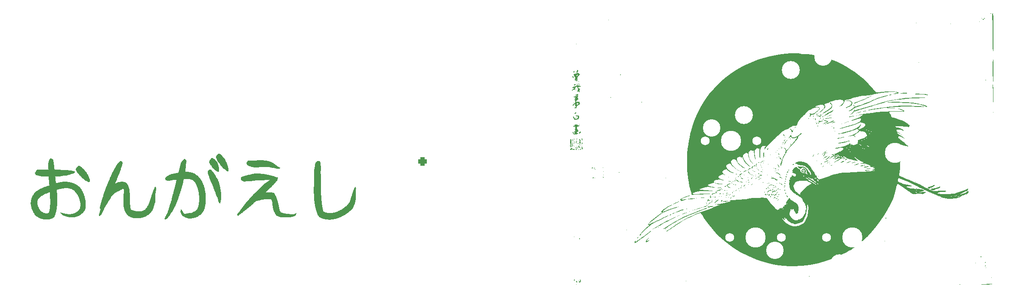
<source format=gbr>
%TF.GenerationSoftware,KiCad,Pcbnew,(7.0.0)*%
%TF.CreationDate,2024-03-25T14:15:01+01:00*%
%TF.ProjectId,kicad_tsuru,6b696361-645f-4747-9375-72752e6b6963,rev?*%
%TF.SameCoordinates,Original*%
%TF.FileFunction,Legend,Top*%
%TF.FilePolarity,Positive*%
%FSLAX46Y46*%
G04 Gerber Fmt 4.6, Leading zero omitted, Abs format (unit mm)*
G04 Created by KiCad (PCBNEW (7.0.0)) date 2024-03-25 14:15:01*
%MOMM*%
%LPD*%
G01*
G04 APERTURE LIST*
G04 Aperture macros list*
%AMRoundRect*
0 Rectangle with rounded corners*
0 $1 Rounding radius*
0 $2 $3 $4 $5 $6 $7 $8 $9 X,Y pos of 4 corners*
0 Add a 4 corners polygon primitive as box body*
4,1,4,$2,$3,$4,$5,$6,$7,$8,$9,$2,$3,0*
0 Add four circle primitives for the rounded corners*
1,1,$1+$1,$2,$3*
1,1,$1+$1,$4,$5*
1,1,$1+$1,$6,$7*
1,1,$1+$1,$8,$9*
0 Add four rect primitives between the rounded corners*
20,1,$1+$1,$2,$3,$4,$5,0*
20,1,$1+$1,$4,$5,$6,$7,0*
20,1,$1+$1,$6,$7,$8,$9,0*
20,1,$1+$1,$8,$9,$2,$3,0*%
G04 Aperture macros list end*
%ADD10C,2.500000*%
%ADD11C,1.750000*%
%ADD12C,3.987800*%
%ADD13C,3.420000*%
%ADD14C,3.523634*%
%ADD15RoundRect,0.425000X-0.425000X0.425000X-0.425000X-0.425000X0.425000X-0.425000X0.425000X0.425000X0*%
%ADD16O,1.700000X1.700000*%
%ADD17C,0.700000*%
%ADD18C,4.400000*%
%ADD19C,3.048000*%
%ADD20C,0.990600*%
%ADD21C,0.650000*%
%ADD22O,1.000000X1.600000*%
%ADD23O,0.900000X2.100000*%
G04 APERTURE END LIST*
D10*
G36*
X66384039Y-75278422D02*
G01*
X66444003Y-75291588D01*
X66545822Y-75326851D01*
X66643471Y-75370499D01*
X66724882Y-75430806D01*
X66748035Y-75532258D01*
X66764178Y-75628657D01*
X66781058Y-75738552D01*
X66802038Y-75855417D01*
X66822036Y-75986850D01*
X66840189Y-76113525D01*
X66853794Y-76211355D01*
X66868602Y-76319891D01*
X66884611Y-76439131D01*
X66901822Y-76569076D01*
X66920236Y-76709725D01*
X66939852Y-76861080D01*
X66960670Y-77023139D01*
X66982690Y-77195902D01*
X67005912Y-77379371D01*
X67017974Y-77475119D01*
X67116568Y-77477218D01*
X67219398Y-77479851D01*
X67326464Y-77483019D01*
X67437766Y-77486721D01*
X67553304Y-77490957D01*
X67673079Y-77495727D01*
X67797089Y-77501032D01*
X67925336Y-77506871D01*
X68057819Y-77513244D01*
X68194537Y-77520151D01*
X68335492Y-77527593D01*
X68480683Y-77535569D01*
X68630110Y-77544079D01*
X68783773Y-77553124D01*
X68941672Y-77562703D01*
X69103808Y-77572816D01*
X69256145Y-77581784D01*
X69401135Y-77590982D01*
X69538779Y-77600408D01*
X69669077Y-77610063D01*
X69792029Y-77619947D01*
X69907634Y-77630061D01*
X70015892Y-77640403D01*
X70116805Y-77650974D01*
X70254399Y-77667260D01*
X70375464Y-77684061D01*
X70479999Y-77701378D01*
X70593668Y-77725268D01*
X70659635Y-77743786D01*
X70755261Y-77777274D01*
X70798853Y-77787750D01*
X70899138Y-77811471D01*
X70967381Y-77829271D01*
X70988466Y-77928495D01*
X70986920Y-77966047D01*
X70969060Y-78066082D01*
X70938071Y-78115035D01*
X70846058Y-78174095D01*
X70751140Y-78211979D01*
X70647270Y-78244637D01*
X70544838Y-78271983D01*
X70476452Y-78288448D01*
X70375230Y-78320772D01*
X70275353Y-78355767D01*
X70167791Y-78394693D01*
X70062675Y-78433429D01*
X69992852Y-78459418D01*
X69898818Y-78493306D01*
X69786428Y-78531374D01*
X69679763Y-78564671D01*
X69578822Y-78593198D01*
X69483605Y-78616954D01*
X69376902Y-78639165D01*
X69343166Y-78645042D01*
X69243439Y-78655117D01*
X69143383Y-78663360D01*
X69040495Y-78670688D01*
X68984129Y-78674351D01*
X68877578Y-78680610D01*
X68777414Y-78688016D01*
X68676321Y-78698492D01*
X68656843Y-78701218D01*
X68557066Y-78715128D01*
X68460013Y-78742477D01*
X68451679Y-78745182D01*
X68354998Y-78773647D01*
X68255736Y-78789103D01*
X68251400Y-78789146D01*
X68131652Y-78797947D01*
X68021685Y-78804473D01*
X67899125Y-78810541D01*
X67798940Y-78814791D01*
X67691671Y-78818784D01*
X67577318Y-78822519D01*
X67455882Y-78825997D01*
X67327361Y-78829217D01*
X67191756Y-78832179D01*
X67144980Y-78833109D01*
X67155148Y-78931047D01*
X67167570Y-79052882D01*
X67178695Y-79164719D01*
X67188522Y-79266557D01*
X67198981Y-79379793D01*
X67207412Y-79477407D01*
X67215810Y-79587820D01*
X67228383Y-79686495D01*
X67242591Y-79798727D01*
X67256072Y-79905717D01*
X67270755Y-80022667D01*
X67283910Y-80127735D01*
X67286641Y-80149578D01*
X67396512Y-80120431D01*
X67505086Y-80092830D01*
X67612362Y-80066774D01*
X67718340Y-80042264D01*
X67823021Y-80019299D01*
X67926404Y-79997880D01*
X68028490Y-79978007D01*
X68129279Y-79959679D01*
X68228769Y-79942897D01*
X68326963Y-79927661D01*
X68423858Y-79913970D01*
X68566769Y-79896331D01*
X68706760Y-79882170D01*
X68843832Y-79871487D01*
X68888874Y-79868699D01*
X69018599Y-79865207D01*
X69147657Y-79865112D01*
X69276047Y-79868413D01*
X69403768Y-79875110D01*
X69530822Y-79885204D01*
X69657208Y-79898695D01*
X69782927Y-79915582D01*
X69907977Y-79935866D01*
X70032360Y-79959546D01*
X70156074Y-79986622D01*
X70279121Y-80017096D01*
X70401500Y-80050965D01*
X70523212Y-80088231D01*
X70644255Y-80128894D01*
X70764630Y-80172953D01*
X70884338Y-80220409D01*
X71001584Y-80270412D01*
X71114575Y-80322723D01*
X71223311Y-80377344D01*
X71327791Y-80434274D01*
X71428017Y-80493512D01*
X71523987Y-80555059D01*
X71615702Y-80618916D01*
X71703162Y-80685081D01*
X71786367Y-80753554D01*
X71865316Y-80824337D01*
X71940011Y-80897429D01*
X72010450Y-80972829D01*
X72076634Y-81050539D01*
X72138563Y-81130557D01*
X72196237Y-81212884D01*
X72249655Y-81297520D01*
X72324023Y-81421160D01*
X72395085Y-81545703D01*
X72462841Y-81671147D01*
X72527291Y-81797492D01*
X72588435Y-81924739D01*
X72646273Y-82052888D01*
X72700806Y-82181939D01*
X72752032Y-82311891D01*
X72799953Y-82442744D01*
X72844568Y-82574499D01*
X72872475Y-82662837D01*
X72912059Y-82793791D01*
X72948381Y-82921954D01*
X72981439Y-83047326D01*
X73011235Y-83169908D01*
X73037768Y-83289699D01*
X73061038Y-83406700D01*
X73081045Y-83520909D01*
X73097789Y-83632329D01*
X73111270Y-83740957D01*
X73121488Y-83846795D01*
X73126487Y-83915803D01*
X73132233Y-84016532D01*
X73136648Y-84114470D01*
X73140464Y-84240713D01*
X73141915Y-84361994D01*
X73140999Y-84478315D01*
X73137717Y-84589675D01*
X73132069Y-84696073D01*
X73124054Y-84797510D01*
X73119160Y-84846368D01*
X73104813Y-84962312D01*
X73087723Y-85068954D01*
X73067890Y-85166293D01*
X73040470Y-85270821D01*
X73003488Y-85375841D01*
X72979942Y-85427666D01*
X72924937Y-85528395D01*
X72865252Y-85626333D01*
X72800888Y-85721480D01*
X72731844Y-85813837D01*
X72658121Y-85903403D01*
X72579717Y-85990178D01*
X72496634Y-86074163D01*
X72408871Y-86155357D01*
X72316429Y-86233761D01*
X72219306Y-86309373D01*
X72151958Y-86358231D01*
X72048847Y-86428184D01*
X71943760Y-86493328D01*
X71836699Y-86553664D01*
X71727663Y-86609191D01*
X71616651Y-86659909D01*
X71503665Y-86705819D01*
X71388704Y-86746921D01*
X71271768Y-86783214D01*
X71152857Y-86814698D01*
X71031971Y-86841374D01*
X70950284Y-86856487D01*
X70825968Y-86873584D01*
X70701537Y-86886407D01*
X70576993Y-86894955D01*
X70452333Y-86899229D01*
X70327560Y-86899229D01*
X70202671Y-86894955D01*
X70077669Y-86886407D01*
X69952551Y-86873584D01*
X69827320Y-86856487D01*
X69701974Y-86835116D01*
X69576513Y-86809470D01*
X69450938Y-86779550D01*
X69325248Y-86745356D01*
X69199444Y-86706888D01*
X69073525Y-86664146D01*
X68947492Y-86617129D01*
X68850921Y-86572733D01*
X68760704Y-86521843D01*
X68663617Y-86459103D01*
X68577464Y-86397768D01*
X68486541Y-86328204D01*
X68429697Y-86282516D01*
X68341040Y-86207967D01*
X68267409Y-86143078D01*
X68189571Y-86068463D01*
X68126760Y-85989463D01*
X68121951Y-85972328D01*
X68168357Y-85952788D01*
X68269787Y-85961289D01*
X68302691Y-85967443D01*
X68400999Y-85985761D01*
X68471219Y-86001637D01*
X68568086Y-86027559D01*
X68625092Y-86043158D01*
X68835140Y-86099334D01*
X68938223Y-86126489D01*
X69033912Y-86150024D01*
X69064729Y-86155510D01*
X69162299Y-86172731D01*
X69258406Y-86192909D01*
X69311414Y-86204358D01*
X69411859Y-86225272D01*
X69511087Y-86242562D01*
X69570311Y-86245880D01*
X69672922Y-86249228D01*
X69772334Y-86259597D01*
X69841421Y-86267862D01*
X69948735Y-86277021D01*
X70048102Y-86276448D01*
X70122300Y-86253207D01*
X70231744Y-86243275D01*
X70339342Y-86229050D01*
X70445094Y-86210531D01*
X70549000Y-86187719D01*
X70651060Y-86160614D01*
X70751273Y-86129216D01*
X70849641Y-86093524D01*
X70946162Y-86053538D01*
X71040837Y-86009260D01*
X71133666Y-85960688D01*
X71194526Y-85925922D01*
X71282797Y-85871089D01*
X71366260Y-85814667D01*
X71444913Y-85756657D01*
X71542305Y-85676839D01*
X71631149Y-85594197D01*
X71711443Y-85508731D01*
X71783190Y-85420441D01*
X71846388Y-85329327D01*
X71888176Y-85259139D01*
X71937597Y-85167662D01*
X71980836Y-85067866D01*
X72017892Y-84959750D01*
X72048766Y-84843315D01*
X72073457Y-84718560D01*
X72087919Y-84619535D01*
X72098902Y-84515829D01*
X72106408Y-84407444D01*
X72110437Y-84294379D01*
X72104942Y-84193019D01*
X72089808Y-84095775D01*
X72088455Y-84089215D01*
X72068086Y-83993579D01*
X72043311Y-83898076D01*
X72032279Y-83859627D01*
X72006567Y-83759716D01*
X71985873Y-83664233D01*
X71962422Y-83548752D01*
X71934811Y-83433729D01*
X71903041Y-83319163D01*
X71867110Y-83205056D01*
X71827020Y-83091407D01*
X71782770Y-82978216D01*
X71734360Y-82865482D01*
X71681791Y-82753207D01*
X71625062Y-82641390D01*
X71564173Y-82530030D01*
X71499124Y-82419129D01*
X71429915Y-82308685D01*
X71356547Y-82198699D01*
X71279019Y-82089172D01*
X71197331Y-81980102D01*
X71111484Y-81871490D01*
X71047752Y-81794802D01*
X70979287Y-81722273D01*
X70906091Y-81653904D01*
X70828162Y-81589695D01*
X70745501Y-81529646D01*
X70658108Y-81473756D01*
X70565983Y-81422026D01*
X70469125Y-81374456D01*
X70367535Y-81331046D01*
X70261213Y-81291795D01*
X70150159Y-81256704D01*
X70034373Y-81225773D01*
X69913854Y-81199002D01*
X69788603Y-81176390D01*
X69658620Y-81157939D01*
X69523905Y-81143647D01*
X69386068Y-81134681D01*
X69287569Y-81133498D01*
X69183785Y-81136150D01*
X69074716Y-81142638D01*
X68960360Y-81152961D01*
X68840719Y-81167119D01*
X68715793Y-81185113D01*
X68585581Y-81206942D01*
X68450084Y-81232607D01*
X68309300Y-81262107D01*
X68163232Y-81295442D01*
X68011877Y-81332613D01*
X67855238Y-81373619D01*
X67693312Y-81418460D01*
X67526101Y-81467137D01*
X67440514Y-81492914D01*
X67447059Y-81590954D01*
X67456676Y-81702390D01*
X67466694Y-81812414D01*
X67474708Y-81898357D01*
X67485560Y-82008684D01*
X67495220Y-82112213D01*
X67505238Y-82227474D01*
X67513539Y-82332947D01*
X67521052Y-82443627D01*
X67523556Y-82486982D01*
X67529968Y-82595341D01*
X67535463Y-82704220D01*
X67540043Y-82806234D01*
X67544622Y-82918505D01*
X67549202Y-83041032D01*
X67552866Y-83146438D01*
X67555957Y-83253676D01*
X67557903Y-83359234D01*
X67558704Y-83463114D01*
X67558361Y-83565314D01*
X67556873Y-83665836D01*
X67554239Y-83764678D01*
X67549338Y-83885869D01*
X67545538Y-83957324D01*
X67538717Y-84077478D01*
X67532229Y-84176263D01*
X67524825Y-84277413D01*
X67516506Y-84380930D01*
X67507270Y-84486814D01*
X67497119Y-84595063D01*
X67486052Y-84705678D01*
X67477150Y-84790192D01*
X67464060Y-84903803D01*
X67449215Y-85017491D01*
X67432614Y-85131255D01*
X67414258Y-85245095D01*
X67394146Y-85359011D01*
X67372278Y-85473004D01*
X67348656Y-85587073D01*
X67323277Y-85701218D01*
X67296029Y-85814486D01*
X67266796Y-85927143D01*
X67235579Y-86039189D01*
X67202377Y-86150625D01*
X67167191Y-86261450D01*
X67130020Y-86371665D01*
X67090865Y-86481269D01*
X67049725Y-86590262D01*
X67008509Y-86684906D01*
X66954471Y-86773444D01*
X66887609Y-86855876D01*
X66807925Y-86932202D01*
X66715418Y-87002422D01*
X66610088Y-87066536D01*
X66522676Y-87110614D01*
X66428051Y-87151257D01*
X66360960Y-87176445D01*
X66256854Y-87211178D01*
X66149700Y-87241188D01*
X66039497Y-87266476D01*
X65926246Y-87287041D01*
X65809947Y-87302884D01*
X65690600Y-87314003D01*
X65568204Y-87320400D01*
X65442760Y-87322075D01*
X65314268Y-87319026D01*
X65182727Y-87311255D01*
X65093340Y-87303451D01*
X64959531Y-87287852D01*
X64828298Y-87267616D01*
X64699642Y-87242743D01*
X64573561Y-87213234D01*
X64450056Y-87179088D01*
X64329127Y-87140305D01*
X64210774Y-87096885D01*
X64094997Y-87048828D01*
X63981797Y-86996135D01*
X63871172Y-86938804D01*
X63798853Y-86898008D01*
X63700371Y-86834982D01*
X63604594Y-86766804D01*
X63511522Y-86693474D01*
X63421154Y-86614992D01*
X63333492Y-86531358D01*
X63248534Y-86442571D01*
X63166281Y-86348633D01*
X63086732Y-86249543D01*
X63009889Y-86145301D01*
X62935750Y-86035907D01*
X62887827Y-85960116D01*
X62819363Y-85843416D01*
X62755020Y-85725041D01*
X62694799Y-85604993D01*
X62638699Y-85483270D01*
X62586722Y-85359872D01*
X62538865Y-85234800D01*
X62495130Y-85108054D01*
X62455517Y-84979633D01*
X62420026Y-84849538D01*
X62388656Y-84717769D01*
X62370032Y-84628992D01*
X62349553Y-84500006D01*
X62334827Y-84370419D01*
X62325854Y-84240231D01*
X62322634Y-84109442D01*
X62324759Y-83999206D01*
X63627129Y-83999206D01*
X63634142Y-84116044D01*
X63649264Y-84231809D01*
X63672495Y-84346500D01*
X63684059Y-84392076D01*
X63716602Y-84534121D01*
X63756530Y-84671744D01*
X63803843Y-84804945D01*
X63858540Y-84933723D01*
X63920621Y-85058079D01*
X63990087Y-85178014D01*
X64066938Y-85293526D01*
X64151173Y-85404616D01*
X64242793Y-85511284D01*
X64341797Y-85613529D01*
X64411903Y-85679236D01*
X64512960Y-85761368D01*
X64616465Y-85834655D01*
X64722418Y-85899098D01*
X64830817Y-85954696D01*
X64941664Y-86001451D01*
X65054958Y-86039361D01*
X65170699Y-86068427D01*
X65288887Y-86088648D01*
X65409522Y-86100026D01*
X65532605Y-86102559D01*
X65616020Y-86099334D01*
X65715425Y-86074175D01*
X65802980Y-86009689D01*
X65866891Y-85925910D01*
X65912095Y-85839222D01*
X65952033Y-85735057D01*
X65986704Y-85613412D01*
X66009251Y-85510709D01*
X66029258Y-85397069D01*
X66047757Y-85283296D01*
X66064749Y-85169389D01*
X66080234Y-85055348D01*
X66094211Y-84941174D01*
X66106681Y-84826867D01*
X66117643Y-84712426D01*
X66127098Y-84597851D01*
X66135045Y-84483143D01*
X66141485Y-84368301D01*
X66146418Y-84253326D01*
X66149843Y-84138217D01*
X66151761Y-84022974D01*
X66152171Y-83907598D01*
X66151074Y-83792088D01*
X66148469Y-83676445D01*
X66145044Y-83541672D01*
X66141485Y-83410297D01*
X66137793Y-83282317D01*
X66133967Y-83157734D01*
X66130008Y-83036548D01*
X66125915Y-82918758D01*
X66121688Y-82804364D01*
X66117328Y-82693367D01*
X66112835Y-82585767D01*
X66108207Y-82481563D01*
X66103446Y-82380756D01*
X66096055Y-82235913D01*
X66088363Y-82098712D01*
X66080370Y-81969154D01*
X66077639Y-81927666D01*
X65897023Y-81992715D01*
X65722762Y-82058412D01*
X65554854Y-82124759D01*
X65393301Y-82191754D01*
X65238102Y-82259398D01*
X65089257Y-82327690D01*
X64946766Y-82396631D01*
X64810629Y-82466222D01*
X64680846Y-82536460D01*
X64557418Y-82607348D01*
X64440343Y-82678885D01*
X64329623Y-82751070D01*
X64225257Y-82823904D01*
X64127245Y-82897387D01*
X64035587Y-82971518D01*
X63950284Y-83046298D01*
X63871429Y-83131249D01*
X63813982Y-83211487D01*
X63764048Y-83300311D01*
X63721628Y-83397722D01*
X63686721Y-83503719D01*
X63659327Y-83618304D01*
X63654750Y-83642251D01*
X63637433Y-83762309D01*
X63628226Y-83881294D01*
X63627129Y-83999206D01*
X62324759Y-83999206D01*
X62325167Y-83978051D01*
X62333453Y-83846060D01*
X62347492Y-83713468D01*
X62367285Y-83580274D01*
X62392830Y-83446480D01*
X62424128Y-83312084D01*
X62448190Y-83222153D01*
X62488841Y-83088838D01*
X62534772Y-82959086D01*
X62585984Y-82832898D01*
X62642478Y-82710274D01*
X62704251Y-82591212D01*
X62771306Y-82475715D01*
X62843642Y-82363780D01*
X62921258Y-82255409D01*
X63004155Y-82150602D01*
X63092333Y-82049358D01*
X63154052Y-81983842D01*
X63232954Y-81907230D01*
X63318839Y-81831267D01*
X63411709Y-81755952D01*
X63511562Y-81681286D01*
X63618399Y-81607269D01*
X63732220Y-81533901D01*
X63853025Y-81461181D01*
X63980814Y-81389111D01*
X64115586Y-81317689D01*
X64257343Y-81246915D01*
X64406083Y-81176791D01*
X64561807Y-81107315D01*
X64724514Y-81038489D01*
X64894206Y-80970310D01*
X65070881Y-80902781D01*
X65254540Y-80835901D01*
X65355386Y-80804464D01*
X65455983Y-80771415D01*
X65558532Y-80736737D01*
X65657221Y-80702733D01*
X65674638Y-80696682D01*
X65771038Y-80662221D01*
X65871788Y-80625890D01*
X65967787Y-80590293D01*
X65982384Y-80584330D01*
X65970496Y-80462238D01*
X65959257Y-80345087D01*
X65948667Y-80232878D01*
X65938726Y-80125612D01*
X65929433Y-80023287D01*
X65920789Y-79925905D01*
X65909040Y-79789098D01*
X65898750Y-79663411D01*
X65889920Y-79548843D01*
X65882550Y-79445396D01*
X65874993Y-79324762D01*
X65870032Y-79223898D01*
X65862970Y-79118926D01*
X65855521Y-79010090D01*
X65848575Y-78910103D01*
X65843166Y-78833109D01*
X65739649Y-78833109D01*
X65639757Y-78833109D01*
X65531064Y-78833109D01*
X65427452Y-78833109D01*
X65340025Y-78833109D01*
X65196177Y-78830383D01*
X65064136Y-78827700D01*
X64943901Y-78825059D01*
X64835473Y-78822462D01*
X64709268Y-78819065D01*
X64604053Y-78815745D01*
X64502051Y-78811702D01*
X64414345Y-78806243D01*
X64316271Y-78782892D01*
X64212659Y-78758963D01*
X64099291Y-78732989D01*
X63990908Y-78708259D01*
X63866802Y-78680019D01*
X63798853Y-78664582D01*
X63702949Y-78637829D01*
X63598419Y-78608146D01*
X63495493Y-78578035D01*
X63396460Y-78547238D01*
X63337234Y-78525363D01*
X63277394Y-78446595D01*
X63227706Y-78357866D01*
X63210228Y-78322642D01*
X63174467Y-78230838D01*
X63162636Y-78129249D01*
X63168706Y-78105266D01*
X63207785Y-78010621D01*
X63262988Y-77917926D01*
X63295713Y-77868350D01*
X63351287Y-77777427D01*
X63399747Y-77689533D01*
X63434931Y-77614337D01*
X63491107Y-77545949D01*
X63594638Y-77510503D01*
X63698389Y-77491252D01*
X63810760Y-77476798D01*
X63920931Y-77466196D01*
X63994247Y-77460464D01*
X64092820Y-77463062D01*
X64201966Y-77469931D01*
X64302678Y-77478518D01*
X64343515Y-77482446D01*
X64447012Y-77492063D01*
X64551483Y-77500221D01*
X64651260Y-77504428D01*
X64749902Y-77499286D01*
X64849555Y-77489316D01*
X64946794Y-77477561D01*
X65047392Y-77464739D01*
X65149981Y-77454692D01*
X65250827Y-77448968D01*
X65296062Y-77448252D01*
X65340025Y-77448252D01*
X65447645Y-77448252D01*
X65546069Y-77448252D01*
X65648468Y-77448252D01*
X65754840Y-77448252D01*
X65801644Y-77448252D01*
X65801644Y-77433598D01*
X65798200Y-77287023D01*
X65795195Y-77148330D01*
X65792628Y-77017517D01*
X65790501Y-76894584D01*
X65788812Y-76779533D01*
X65787562Y-76672361D01*
X65786751Y-76573071D01*
X65786358Y-76438912D01*
X65786952Y-76322484D01*
X65788533Y-76223787D01*
X65792178Y-76119774D01*
X65799202Y-76034086D01*
X65820726Y-75930588D01*
X65850829Y-75832514D01*
X65891451Y-75727428D01*
X65934642Y-75631772D01*
X65967729Y-75565140D01*
X66018276Y-75471660D01*
X66070736Y-75385607D01*
X66133514Y-75305656D01*
X66177778Y-75276933D01*
X66278023Y-75266515D01*
X66384039Y-75278422D01*
G37*
G36*
X71866099Y-76723757D02*
G01*
X71960457Y-76757007D01*
X72005413Y-76776584D01*
X72096546Y-76820701D01*
X72189217Y-76876536D01*
X72271456Y-76938939D01*
X72320486Y-76984191D01*
X72385661Y-77059801D01*
X72410856Y-77091658D01*
X72476878Y-77167220D01*
X72503668Y-77194240D01*
X72580003Y-77264393D01*
X72657541Y-77328573D01*
X72734478Y-77389023D01*
X72769893Y-77418943D01*
X72846123Y-77496042D01*
X72920942Y-77576518D01*
X72994348Y-77660371D01*
X73066342Y-77747602D01*
X73136925Y-77838211D01*
X73206095Y-77932197D01*
X73273854Y-78029560D01*
X73340200Y-78130300D01*
X73405134Y-78234418D01*
X73468656Y-78341914D01*
X73530766Y-78452787D01*
X73591465Y-78567037D01*
X73650751Y-78684665D01*
X73708625Y-78805670D01*
X73765087Y-78930053D01*
X73820137Y-79057813D01*
X73861854Y-79161976D01*
X73898161Y-79259227D01*
X73938156Y-79378143D01*
X73968534Y-79484770D01*
X73992982Y-79600774D01*
X74002484Y-79714633D01*
X73986222Y-79812523D01*
X73922566Y-79892665D01*
X73881198Y-79917547D01*
X73787317Y-79954756D01*
X73749307Y-79954184D01*
X73658574Y-79909533D01*
X73651609Y-79905335D01*
X73571467Y-79847633D01*
X73546585Y-79827178D01*
X73483082Y-79771002D01*
X73389666Y-79732076D01*
X73292522Y-79700935D01*
X73246166Y-79687959D01*
X73146728Y-79655950D01*
X73052733Y-79613131D01*
X72992154Y-79575607D01*
X72917326Y-79505717D01*
X72879802Y-79463256D01*
X72814722Y-79390188D01*
X72769893Y-79350904D01*
X72687494Y-79291217D01*
X72642886Y-79267862D01*
X72557034Y-79218624D01*
X72530535Y-79197031D01*
X72454590Y-79128910D01*
X72403528Y-79072467D01*
X72339482Y-78992525D01*
X72277887Y-78915818D01*
X72244771Y-78874631D01*
X72181802Y-78798610D01*
X72112803Y-78722895D01*
X72098225Y-78708545D01*
X72032213Y-78633612D01*
X71962451Y-78558813D01*
X71886382Y-78479339D01*
X71810018Y-78400799D01*
X71733225Y-78321001D01*
X71665877Y-78250132D01*
X71590772Y-78169532D01*
X71520505Y-78091107D01*
X71509600Y-78078399D01*
X71456906Y-77991845D01*
X71405751Y-77896705D01*
X71356614Y-77801336D01*
X71341072Y-77770653D01*
X71291835Y-77669690D01*
X71248443Y-77579206D01*
X71207235Y-77488820D01*
X71201854Y-77475119D01*
X71206910Y-77366784D01*
X71244615Y-77262599D01*
X71292529Y-77174242D01*
X71357272Y-77077127D01*
X71382593Y-77042809D01*
X71447220Y-76960878D01*
X71522096Y-76877988D01*
X71605761Y-76802554D01*
X71696512Y-76744394D01*
X71761170Y-76720409D01*
X71866099Y-76723757D01*
G37*
G36*
X80578337Y-81241344D02*
G01*
X80214415Y-81407429D01*
X80122862Y-81453415D01*
X80030164Y-81499783D01*
X79936321Y-81546533D01*
X79841334Y-81593664D01*
X79745201Y-81641177D01*
X79647924Y-81689071D01*
X79549502Y-81737348D01*
X79449935Y-81786005D01*
X79355519Y-81832679D01*
X79251883Y-81884902D01*
X79164228Y-81930328D01*
X79068358Y-81982504D01*
X78980988Y-82037575D01*
X78897011Y-82096909D01*
X78793055Y-82172548D01*
X78698258Y-82244218D01*
X78612621Y-82311919D01*
X78536142Y-82375651D01*
X78453424Y-82449735D01*
X78373053Y-82530450D01*
X78350842Y-82555370D01*
X78289132Y-82638117D01*
X78233262Y-82721694D01*
X78204296Y-82767862D01*
X78149985Y-82858694D01*
X78099610Y-82950285D01*
X78053457Y-83040059D01*
X78043096Y-83060953D01*
X77997350Y-83149159D01*
X77948788Y-83234931D01*
X77893662Y-83320854D01*
X77889223Y-83327178D01*
X77835413Y-83416956D01*
X77778627Y-83505952D01*
X77718921Y-83596346D01*
X77660302Y-83683128D01*
X77649865Y-83698427D01*
X77590416Y-83785810D01*
X77528223Y-83877122D01*
X77466590Y-83967454D01*
X77409295Y-84051195D01*
X77398295Y-84067233D01*
X77350097Y-84155705D01*
X77300905Y-84244701D01*
X77248095Y-84339602D01*
X77195573Y-84433598D01*
X77143280Y-84526677D01*
X77089001Y-84620510D01*
X77035840Y-84708285D01*
X76978197Y-84795077D01*
X76918348Y-84879398D01*
X76853633Y-84951393D01*
X76813495Y-85056369D01*
X76773682Y-85158198D01*
X76734193Y-85256877D01*
X76695028Y-85352409D01*
X76656188Y-85444792D01*
X76598535Y-85577463D01*
X76541613Y-85703050D01*
X76485420Y-85821553D01*
X76429958Y-85932972D01*
X76375225Y-86037307D01*
X76321222Y-86134558D01*
X76267949Y-86224725D01*
X76250353Y-86253207D01*
X76188040Y-86341442D01*
X76114302Y-86417498D01*
X76031565Y-86488024D01*
X75984129Y-86524316D01*
X75895133Y-86587667D01*
X75808360Y-86635514D01*
X75732558Y-86643995D01*
X75706348Y-86549714D01*
X75705692Y-86516989D01*
X75711595Y-86419316D01*
X75732558Y-86321595D01*
X75760589Y-86224108D01*
X75793867Y-86122442D01*
X75826840Y-86025355D01*
X75859565Y-85930806D01*
X75893303Y-85832441D01*
X75924299Y-85738847D01*
X75957873Y-85632830D01*
X75987496Y-85533683D01*
X76017066Y-85426693D01*
X76028092Y-85383702D01*
X76046909Y-85284133D01*
X76054959Y-85244484D01*
X75981543Y-85170829D01*
X75924442Y-85086947D01*
X75915741Y-85049090D01*
X75917942Y-84950021D01*
X75933322Y-84847783D01*
X75951869Y-84750467D01*
X75971916Y-84655859D01*
X75995733Y-84548132D01*
X76024438Y-84434084D01*
X76050923Y-84338295D01*
X76080538Y-84238461D01*
X76113282Y-84134582D01*
X76149155Y-84026657D01*
X76188157Y-83914687D01*
X76208832Y-83857185D01*
X76226284Y-83758803D01*
X76247942Y-83657194D01*
X76274520Y-83554791D01*
X76279662Y-83537226D01*
X76308041Y-83434122D01*
X76341701Y-83328525D01*
X76377665Y-83225359D01*
X76413328Y-83128931D01*
X76426208Y-83095147D01*
X76463360Y-82998747D01*
X76501060Y-82901909D01*
X76540602Y-82802132D01*
X76572754Y-82723898D01*
X76590461Y-82621316D01*
X76607749Y-82518734D01*
X76614275Y-82479655D01*
X76634137Y-82379508D01*
X76658580Y-82282937D01*
X76670451Y-82247624D01*
X76701363Y-82151072D01*
X76737923Y-82043376D01*
X76780131Y-81924537D01*
X76815494Y-81828094D01*
X76854034Y-81725383D01*
X76895751Y-81616404D01*
X76940645Y-81501157D01*
X76988716Y-81379641D01*
X77039964Y-81251858D01*
X77075894Y-81163186D01*
X77129697Y-81032082D01*
X77180279Y-80908964D01*
X77227642Y-80793831D01*
X77271785Y-80686683D01*
X77312707Y-80587522D01*
X77350410Y-80496346D01*
X77395671Y-80387200D01*
X77435208Y-80292250D01*
X77476579Y-80193528D01*
X77483780Y-80176445D01*
X77518871Y-80081448D01*
X77562543Y-79969094D01*
X77606927Y-79857486D01*
X77645724Y-79761108D01*
X77689244Y-79653868D01*
X77737487Y-79535765D01*
X77790452Y-79406801D01*
X77828386Y-79314790D01*
X77868419Y-79217952D01*
X77889223Y-79167722D01*
X77940313Y-79046965D01*
X77988561Y-78933211D01*
X78033965Y-78826459D01*
X78076527Y-78726711D01*
X78116245Y-78633965D01*
X78170491Y-78507978D01*
X78218340Y-78397746D01*
X78259792Y-78303272D01*
X78305111Y-78201815D01*
X78351765Y-78102153D01*
X78365496Y-78075956D01*
X78407323Y-77984365D01*
X78454440Y-77892202D01*
X78502640Y-77804274D01*
X78558052Y-77708104D01*
X78609739Y-77621665D01*
X78662130Y-77535893D01*
X78718229Y-77444302D01*
X78774346Y-77353074D01*
X78826171Y-77269421D01*
X78856424Y-77221106D01*
X78899432Y-77128022D01*
X78945132Y-77037767D01*
X78995643Y-76942670D01*
X79043118Y-76853826D01*
X79093242Y-76760446D01*
X79139889Y-76674022D01*
X79169055Y-76620269D01*
X79221923Y-76529463D01*
X79277622Y-76441593D01*
X79318043Y-76383353D01*
X79383431Y-76298260D01*
X79448713Y-76224596D01*
X79526618Y-76144387D01*
X79603440Y-76070427D01*
X79645329Y-76031644D01*
X79727103Y-75959315D01*
X79809265Y-75891211D01*
X79893951Y-75829409D01*
X79960402Y-75794728D01*
X80065610Y-75796930D01*
X80166303Y-75824006D01*
X80226627Y-75850904D01*
X80303993Y-75915390D01*
X80360960Y-75990122D01*
X80408588Y-76077439D01*
X80424464Y-76143995D01*
X80405296Y-76242036D01*
X80381337Y-76337339D01*
X80353173Y-76443584D01*
X80324324Y-76549439D01*
X80293527Y-76652402D01*
X80256089Y-76772005D01*
X80223653Y-76872626D01*
X80187481Y-76982607D01*
X80147575Y-77101947D01*
X80103933Y-77230647D01*
X80056556Y-77368706D01*
X80022896Y-77465946D01*
X79987577Y-77567345D01*
X79950597Y-77672903D01*
X79911957Y-77782622D01*
X79892014Y-77839041D01*
X79856702Y-77937365D01*
X79819550Y-78031876D01*
X79776044Y-78135832D01*
X79734935Y-78229677D01*
X79689414Y-78330081D01*
X79659983Y-78393472D01*
X79612888Y-78494008D01*
X79565032Y-78597963D01*
X79521137Y-78696238D01*
X79480732Y-78793649D01*
X79471916Y-78818455D01*
X79430698Y-78913879D01*
X79397458Y-79006119D01*
X79366119Y-79102606D01*
X79337583Y-79197031D01*
X79308846Y-79293345D01*
X79274452Y-79396812D01*
X79239123Y-79490695D01*
X79197601Y-79586255D01*
X79176383Y-79629341D01*
X79164170Y-79673305D01*
X79126504Y-79773339D01*
X79086776Y-79875606D01*
X79044988Y-79980106D01*
X79001138Y-80086838D01*
X78963023Y-80177487D01*
X78939467Y-80232621D01*
X79058364Y-80170787D01*
X79176917Y-80114735D01*
X79295127Y-80064465D01*
X79412993Y-80019977D01*
X79530516Y-79981270D01*
X79647695Y-79948345D01*
X79764531Y-79921202D01*
X79881023Y-79899840D01*
X79997172Y-79884260D01*
X80112978Y-79874462D01*
X80228440Y-79870445D01*
X80343558Y-79872210D01*
X80458333Y-79879757D01*
X80572765Y-79893085D01*
X80686853Y-79912195D01*
X80800598Y-79937087D01*
X80919475Y-79973380D01*
X81030644Y-80026083D01*
X81134104Y-80095196D01*
X81229854Y-80180719D01*
X81296609Y-80255631D01*
X81359026Y-80339773D01*
X81417108Y-80433146D01*
X81470853Y-80535749D01*
X81520262Y-80647583D01*
X81535769Y-80686912D01*
X81580026Y-80807169D01*
X81620290Y-80928885D01*
X81656561Y-81052060D01*
X81688840Y-81176696D01*
X81717126Y-81302791D01*
X81741419Y-81430346D01*
X81761719Y-81559360D01*
X81778027Y-81689835D01*
X81790342Y-81821769D01*
X81798664Y-81955163D01*
X81801993Y-82044903D01*
X81806158Y-82182039D01*
X81810408Y-82323254D01*
X81814744Y-82468547D01*
X81817683Y-82567675D01*
X81820660Y-82668616D01*
X81823675Y-82771370D01*
X81826728Y-82875937D01*
X81829819Y-82982316D01*
X81832948Y-83090508D01*
X81836116Y-83200512D01*
X81839321Y-83312330D01*
X81842565Y-83425960D01*
X81845847Y-83541403D01*
X81849167Y-83658659D01*
X81850842Y-83717966D01*
X81854773Y-83835117D01*
X81859238Y-83948432D01*
X81864237Y-84057912D01*
X81869771Y-84163557D01*
X81875839Y-84265366D01*
X81882441Y-84363340D01*
X81893346Y-84503109D01*
X81905453Y-84634249D01*
X81918762Y-84756759D01*
X81933274Y-84870640D01*
X81948987Y-84975891D01*
X81965903Y-85072512D01*
X81977848Y-85132132D01*
X82021964Y-85242309D01*
X82105465Y-85342028D01*
X82193936Y-85409956D01*
X82304561Y-85472002D01*
X82437339Y-85528166D01*
X82538166Y-85562341D01*
X82648839Y-85593902D01*
X82769357Y-85622848D01*
X82899722Y-85649181D01*
X83039932Y-85672899D01*
X83189989Y-85694003D01*
X83349892Y-85712493D01*
X83433535Y-85720758D01*
X83542109Y-85727236D01*
X83647401Y-85729573D01*
X83749410Y-85727770D01*
X83848138Y-85721826D01*
X83990075Y-85705146D01*
X84124628Y-85679150D01*
X84251797Y-85643838D01*
X84371581Y-85599209D01*
X84483980Y-85545263D01*
X84588995Y-85482001D01*
X84686625Y-85409422D01*
X84776871Y-85327527D01*
X84854437Y-85247451D01*
X84929599Y-85164762D01*
X85002357Y-85079458D01*
X85072710Y-84991540D01*
X85140659Y-84901008D01*
X85206204Y-84807862D01*
X85269345Y-84712101D01*
X85330081Y-84613727D01*
X85388413Y-84512738D01*
X85444341Y-84409135D01*
X85497865Y-84302918D01*
X85548984Y-84194087D01*
X85597699Y-84082642D01*
X85644010Y-83968582D01*
X85687916Y-83851909D01*
X85729418Y-83732621D01*
X85765010Y-83625352D01*
X85802481Y-83507488D01*
X85841560Y-83383229D01*
X85876179Y-83272555D01*
X85915348Y-83146896D01*
X85959068Y-83006253D01*
X85990744Y-82904168D01*
X86024442Y-82795422D01*
X86042049Y-82738552D01*
X86077665Y-82625161D01*
X86112460Y-82515795D01*
X86146434Y-82410456D01*
X86179588Y-82309143D01*
X86211922Y-82211856D01*
X86243435Y-82118595D01*
X86289166Y-81986253D01*
X86333051Y-81862970D01*
X86375090Y-81748746D01*
X86415283Y-81643581D01*
X86453629Y-81547475D01*
X86501886Y-81433425D01*
X86513438Y-81407429D01*
X86563999Y-81297198D01*
X86610353Y-81197313D01*
X86652499Y-81107776D01*
X86702149Y-81004488D01*
X86753693Y-80901245D01*
X86806219Y-80804991D01*
X86835838Y-80765070D01*
X86870032Y-80787052D01*
X86911554Y-80855440D01*
X86948152Y-80946535D01*
X86953075Y-80960464D01*
X86979736Y-81055261D01*
X86982384Y-81072816D01*
X86989711Y-81170513D01*
X86995550Y-81276988D01*
X86991851Y-81378210D01*
X86982384Y-81463605D01*
X86967453Y-81564069D01*
X86951975Y-81661828D01*
X86934566Y-81766542D01*
X86926208Y-81815314D01*
X86908520Y-81918655D01*
X86892491Y-82018069D01*
X86878295Y-82115957D01*
X86877360Y-82123060D01*
X86871649Y-82228063D01*
X86868429Y-82326965D01*
X86865925Y-82445783D01*
X86864437Y-82555177D01*
X86863406Y-82677318D01*
X86862934Y-82777288D01*
X86862719Y-82884428D01*
X86862705Y-82921734D01*
X86862340Y-83031687D01*
X86861245Y-83136229D01*
X86859421Y-83235362D01*
X86855852Y-83359125D01*
X86850987Y-83473270D01*
X86844823Y-83577798D01*
X86835294Y-83694935D01*
X86823738Y-83797045D01*
X86821184Y-83815663D01*
X86796301Y-83913208D01*
X86769122Y-84008746D01*
X86740939Y-84104325D01*
X86707031Y-84216925D01*
X86677844Y-84312545D01*
X86645436Y-84417739D01*
X86609809Y-84532507D01*
X86584268Y-84614337D01*
X86560827Y-84713084D01*
X86537471Y-84818414D01*
X86532977Y-84839041D01*
X86510890Y-84934973D01*
X86482497Y-85029312D01*
X86457262Y-85090611D01*
X86404769Y-85207981D01*
X86348650Y-85321955D01*
X86288906Y-85432532D01*
X86225536Y-85539713D01*
X86158541Y-85643497D01*
X86087921Y-85743884D01*
X86013675Y-85840875D01*
X85935803Y-85934470D01*
X85854306Y-86024668D01*
X85769184Y-86111470D01*
X85680436Y-86194875D01*
X85588063Y-86274883D01*
X85492064Y-86351496D01*
X85392439Y-86424711D01*
X85289190Y-86494530D01*
X85182314Y-86560953D01*
X85086301Y-86619793D01*
X84986939Y-86675413D01*
X84884228Y-86727813D01*
X84778169Y-86776993D01*
X84668760Y-86822953D01*
X84556003Y-86865694D01*
X84439897Y-86905214D01*
X84320442Y-86941514D01*
X84197639Y-86974594D01*
X84071486Y-87004454D01*
X83985524Y-87022572D01*
X83855343Y-87046164D01*
X83724003Y-87064732D01*
X83591504Y-87078278D01*
X83457845Y-87086800D01*
X83323027Y-87090299D01*
X83187051Y-87088775D01*
X83049914Y-87082228D01*
X82911619Y-87070657D01*
X82772164Y-87054063D01*
X82631551Y-87032447D01*
X82537164Y-87015245D01*
X82398339Y-86984740D01*
X82264881Y-86948183D01*
X82136790Y-86905571D01*
X82014065Y-86856907D01*
X81896706Y-86802188D01*
X81784715Y-86741416D01*
X81678090Y-86674590D01*
X81576832Y-86601711D01*
X81480940Y-86522778D01*
X81390415Y-86437792D01*
X81333047Y-86377771D01*
X81261534Y-86297414D01*
X81193542Y-86213880D01*
X81129071Y-86127169D01*
X81068120Y-86037281D01*
X81010689Y-85944216D01*
X80956779Y-85847974D01*
X80906390Y-85748554D01*
X80859521Y-85645958D01*
X80816173Y-85540185D01*
X80776345Y-85431234D01*
X80751749Y-85356836D01*
X80718075Y-85243978D01*
X80687578Y-85131636D01*
X80660258Y-85019809D01*
X80636115Y-84908497D01*
X80615149Y-84797701D01*
X80597361Y-84687419D01*
X80582749Y-84577653D01*
X80571315Y-84468402D01*
X80563057Y-84359667D01*
X80557977Y-84251446D01*
X80556355Y-84179585D01*
X80555217Y-84071665D01*
X80554552Y-83963144D01*
X80554358Y-83854022D01*
X80554637Y-83744299D01*
X80555389Y-83633974D01*
X80556612Y-83523049D01*
X80558308Y-83411523D01*
X80560476Y-83299395D01*
X80563117Y-83186666D01*
X80566229Y-83073337D01*
X80568567Y-82997450D01*
X80572860Y-82885072D01*
X80577497Y-82776000D01*
X80582477Y-82670234D01*
X80587801Y-82567773D01*
X80593468Y-82468619D01*
X80601559Y-82341555D01*
X80610260Y-82220369D01*
X80619572Y-82105059D01*
X80629494Y-81995627D01*
X80632070Y-81969187D01*
X80640847Y-81865918D01*
X80645198Y-81766161D01*
X80644411Y-81646400D01*
X80636707Y-81532126D01*
X80622086Y-81423338D01*
X80600547Y-81320036D01*
X80578337Y-81241344D01*
G37*
G36*
X92365496Y-79739250D02*
G01*
X92333306Y-79883516D01*
X92299627Y-80029327D01*
X92264460Y-80176683D01*
X92227804Y-80325586D01*
X92189661Y-80476034D01*
X92150028Y-80628027D01*
X92108908Y-80781566D01*
X92066299Y-80936651D01*
X92022202Y-81093281D01*
X91976616Y-81251457D01*
X91929542Y-81411178D01*
X91880980Y-81572445D01*
X91830929Y-81735258D01*
X91779390Y-81899616D01*
X91726362Y-82065520D01*
X91671847Y-82232970D01*
X91616568Y-82399465D01*
X91561250Y-82563117D01*
X91505895Y-82723926D01*
X91450502Y-82881892D01*
X91395070Y-83037015D01*
X91339600Y-83189295D01*
X91284092Y-83338731D01*
X91228546Y-83485325D01*
X91172962Y-83629075D01*
X91117339Y-83769982D01*
X91061678Y-83908046D01*
X91005980Y-84043267D01*
X90950243Y-84175645D01*
X90894467Y-84305179D01*
X90838654Y-84431871D01*
X90782803Y-84555719D01*
X90741491Y-84644677D01*
X90657380Y-84820532D01*
X90571285Y-84993639D01*
X90483205Y-85163998D01*
X90393140Y-85331610D01*
X90301091Y-85496474D01*
X90207057Y-85658590D01*
X90111039Y-85817959D01*
X90013037Y-85974579D01*
X89913050Y-86128452D01*
X89811079Y-86279578D01*
X89707123Y-86427955D01*
X89601183Y-86573585D01*
X89493258Y-86716467D01*
X89383348Y-86856601D01*
X89271455Y-86993988D01*
X89214764Y-87061651D01*
X89147752Y-87134482D01*
X89063717Y-87206610D01*
X88975732Y-87262080D01*
X88883798Y-87300892D01*
X88787913Y-87323045D01*
X88738490Y-87327875D01*
X88696969Y-87313221D01*
X88673873Y-87216943D01*
X88640793Y-87159348D01*
X88626138Y-87144693D01*
X88663843Y-87042417D01*
X88704745Y-86950081D01*
X88756465Y-86844351D01*
X88807830Y-86746010D01*
X88866708Y-86638366D01*
X88892363Y-86592704D01*
X88942051Y-86504815D01*
X88996219Y-86408800D01*
X89049571Y-86313888D01*
X89100938Y-86221801D01*
X89131721Y-86165280D01*
X89176419Y-86064804D01*
X89213895Y-85971629D01*
X89252898Y-85867081D01*
X89293427Y-85751161D01*
X89324826Y-85656758D01*
X89357083Y-85555958D01*
X89390199Y-85448761D01*
X89424173Y-85335166D01*
X89459006Y-85215175D01*
X89493546Y-85095842D01*
X89525725Y-84985138D01*
X89555542Y-84883064D01*
X89591625Y-84760389D01*
X89623510Y-84653056D01*
X89657463Y-84540464D01*
X89689549Y-84436994D01*
X89705692Y-84387192D01*
X89737863Y-84285411D01*
X89772668Y-84185882D01*
X89811887Y-84078007D01*
X89844910Y-83989076D01*
X89885067Y-83881056D01*
X89921274Y-83782309D01*
X89958524Y-83678825D01*
X89994511Y-83576014D01*
X90013438Y-83520129D01*
X90037015Y-83420667D01*
X90052259Y-83323171D01*
X90059844Y-83261232D01*
X90074298Y-83160386D01*
X90093532Y-83063300D01*
X90111135Y-83002335D01*
X90133832Y-82905391D01*
X90163635Y-82789841D01*
X90194604Y-82674646D01*
X90221989Y-82574976D01*
X90252936Y-82463929D01*
X90287448Y-82341505D01*
X90325522Y-82207703D01*
X90352885Y-82112182D01*
X90381832Y-82011603D01*
X90396899Y-81959418D01*
X90427153Y-81854928D01*
X90456242Y-81753338D01*
X90484168Y-81654648D01*
X90510930Y-81558859D01*
X90548890Y-81420614D01*
X90584231Y-81288895D01*
X90616954Y-81163701D01*
X90647057Y-81045034D01*
X90674542Y-80932892D01*
X90699407Y-80827276D01*
X90721654Y-80728186D01*
X90741281Y-80635621D01*
X90767495Y-80535076D01*
X90792568Y-80435128D01*
X90820045Y-80322471D01*
X90844779Y-80218882D01*
X90871183Y-80106468D01*
X90887827Y-80034784D01*
X90914577Y-79918101D01*
X90938345Y-79813821D01*
X90962932Y-79705056D01*
X90986190Y-79600738D01*
X91007506Y-79502335D01*
X90965985Y-79502335D01*
X90859396Y-79512085D01*
X90757300Y-79517366D01*
X90644491Y-79521411D01*
X90628930Y-79521874D01*
X90524828Y-79525430D01*
X90420453Y-79530353D01*
X90321642Y-79536987D01*
X90250353Y-79543856D01*
X90150290Y-79560686D01*
X90054506Y-79580972D01*
X89954443Y-79604518D01*
X89913298Y-79614686D01*
X89809953Y-79639111D01*
X89712301Y-79660749D01*
X89612753Y-79679983D01*
X89593340Y-79683074D01*
X89495345Y-79679900D01*
X89387725Y-79671504D01*
X89288921Y-79661009D01*
X89248958Y-79656208D01*
X89150497Y-79640790D01*
X89052752Y-79619371D01*
X88963194Y-79585377D01*
X88890667Y-79516541D01*
X88835884Y-79432964D01*
X88809321Y-79375328D01*
X88770776Y-79281257D01*
X88760472Y-79201916D01*
X88762337Y-79100262D01*
X88780011Y-79052928D01*
X88850422Y-78972714D01*
X88933884Y-78909130D01*
X89020171Y-78851661D01*
X89034024Y-78842879D01*
X89142101Y-78774338D01*
X89227167Y-78724335D01*
X89315666Y-78675534D01*
X89407601Y-78627936D01*
X89502970Y-78581539D01*
X89601774Y-78536345D01*
X89704013Y-78492352D01*
X89809686Y-78449562D01*
X89918794Y-78407974D01*
X90031336Y-78367588D01*
X90069614Y-78354393D01*
X90167058Y-78319236D01*
X90267966Y-78291005D01*
X90362705Y-78271351D01*
X90462930Y-78253271D01*
X90560067Y-78237407D01*
X90663772Y-78221930D01*
X90711972Y-78215175D01*
X90812050Y-78199848D01*
X90910625Y-78183018D01*
X90965985Y-78171211D01*
X91066124Y-78150450D01*
X91165234Y-78128311D01*
X91276975Y-78103009D01*
X91342119Y-78088169D01*
X91372907Y-77990529D01*
X91404313Y-77896758D01*
X91427604Y-77829271D01*
X91461283Y-77731383D01*
X91495023Y-77630318D01*
X91525301Y-77536180D01*
X91554725Y-77436460D01*
X91580714Y-77338801D01*
X91596131Y-77274840D01*
X91619373Y-77179929D01*
X91640861Y-77080345D01*
X91662881Y-76971390D01*
X91671847Y-76925573D01*
X91693218Y-76818199D01*
X91714589Y-76716201D01*
X91735960Y-76619580D01*
X91760385Y-76515738D01*
X91769544Y-76478608D01*
X91797601Y-76373121D01*
X91826817Y-76279226D01*
X91864100Y-76180207D01*
X91874568Y-76156208D01*
X91920266Y-76066632D01*
X91972645Y-75983341D01*
X92037216Y-75894040D01*
X92100340Y-75815031D01*
X92171932Y-75731848D01*
X92218951Y-75679934D01*
X92295921Y-75598719D01*
X92377895Y-75518576D01*
X92459205Y-75448953D01*
X92548602Y-75394094D01*
X92575545Y-75386843D01*
X92677156Y-75404982D01*
X92771667Y-75453926D01*
X92827115Y-75496752D01*
X92881588Y-75578960D01*
X92924812Y-75653067D01*
X92968645Y-75741016D01*
X92980988Y-75792286D01*
X92966334Y-75860674D01*
X92943732Y-75956568D01*
X92932140Y-76002335D01*
X92912755Y-76099757D01*
X92910158Y-76141553D01*
X92899310Y-76241559D01*
X92889090Y-76341951D01*
X92877796Y-76457848D01*
X92867988Y-76561727D01*
X92857493Y-76675529D01*
X92846311Y-76799253D01*
X92837474Y-76898558D01*
X92834443Y-76932900D01*
X92825584Y-77032663D01*
X92814708Y-77154059D01*
X92804900Y-77262175D01*
X92794143Y-77378643D01*
X92783438Y-77491014D01*
X92772905Y-77594359D01*
X92770939Y-77611895D01*
X92759421Y-77709339D01*
X92745017Y-77810247D01*
X92729418Y-77904986D01*
X92863034Y-77904650D01*
X92996435Y-77908221D01*
X93129621Y-77915698D01*
X93262593Y-77927083D01*
X93395350Y-77942374D01*
X93527892Y-77961573D01*
X93660220Y-77984678D01*
X93792333Y-78011690D01*
X93924231Y-78042609D01*
X94055914Y-78077435D01*
X94143584Y-78102823D01*
X94257949Y-78140232D01*
X94370234Y-78182851D01*
X94480439Y-78230679D01*
X94588564Y-78283715D01*
X94694610Y-78341962D01*
X94798575Y-78405417D01*
X94900460Y-78474082D01*
X95000266Y-78547956D01*
X95097992Y-78627039D01*
X95193638Y-78711331D01*
X95287204Y-78800833D01*
X95378690Y-78895544D01*
X95468096Y-78995464D01*
X95555422Y-79100593D01*
X95640669Y-79210932D01*
X95723836Y-79326480D01*
X95804569Y-79445806D01*
X95881906Y-79567479D01*
X95955847Y-79691499D01*
X96026391Y-79817866D01*
X96093539Y-79946580D01*
X96157290Y-80077641D01*
X96217645Y-80211049D01*
X96274603Y-80346804D01*
X96328165Y-80484906D01*
X96378330Y-80625356D01*
X96425099Y-80768152D01*
X96468471Y-80913295D01*
X96508447Y-81060785D01*
X96545026Y-81210623D01*
X96578208Y-81362807D01*
X96607995Y-81517338D01*
X96638019Y-81666298D01*
X96665201Y-81815811D01*
X96689539Y-81965877D01*
X96711035Y-82116496D01*
X96729687Y-82267669D01*
X96745496Y-82419396D01*
X96758462Y-82571675D01*
X96768584Y-82724508D01*
X96775864Y-82877895D01*
X96780300Y-83031835D01*
X96781894Y-83186328D01*
X96780644Y-83341374D01*
X96776551Y-83496974D01*
X96769615Y-83653127D01*
X96759835Y-83809834D01*
X96747213Y-83967094D01*
X96731690Y-84122283D01*
X96713210Y-84272779D01*
X96691772Y-84418581D01*
X96667376Y-84559688D01*
X96640023Y-84696102D01*
X96609712Y-84827821D01*
X96576443Y-84954846D01*
X96540217Y-85077178D01*
X96501033Y-85194815D01*
X96458892Y-85307758D01*
X96413793Y-85416007D01*
X96365736Y-85519562D01*
X96314722Y-85618424D01*
X96260750Y-85712591D01*
X96203820Y-85802064D01*
X96143933Y-85886843D01*
X96065356Y-85986219D01*
X95983496Y-86081626D01*
X95898355Y-86173065D01*
X95809931Y-86260534D01*
X95718226Y-86344035D01*
X95623238Y-86423566D01*
X95524968Y-86499129D01*
X95423417Y-86570723D01*
X95320644Y-86638195D01*
X95218711Y-86700171D01*
X95117617Y-86756653D01*
X95017363Y-86807638D01*
X94917949Y-86853128D01*
X94819374Y-86893123D01*
X94721638Y-86927622D01*
X94624743Y-86956626D01*
X94508131Y-86987717D01*
X94397959Y-87015350D01*
X94294228Y-87039523D01*
X94196936Y-87060239D01*
X94088687Y-87080532D01*
X93989711Y-87095845D01*
X93884207Y-87110120D01*
X93774794Y-87122141D01*
X93677288Y-87129583D01*
X93581826Y-87132481D01*
X93479616Y-87124109D01*
X93377234Y-87109984D01*
X93274681Y-87090106D01*
X93171956Y-87064475D01*
X93069059Y-87033091D01*
X92965990Y-86995953D01*
X92862750Y-86953063D01*
X92759338Y-86904419D01*
X92655754Y-86850023D01*
X92551999Y-86789873D01*
X92482733Y-86746577D01*
X92382970Y-86678535D01*
X92290678Y-86608132D01*
X92205856Y-86535367D01*
X92128504Y-86460241D01*
X92058623Y-86382753D01*
X91996213Y-86302905D01*
X91941272Y-86220694D01*
X91879639Y-86107408D01*
X91831287Y-85989923D01*
X91803738Y-85899055D01*
X91790114Y-85792580D01*
X91788730Y-85683911D01*
X91794149Y-85583924D01*
X91796411Y-85557115D01*
X91808623Y-85460181D01*
X91831520Y-85358858D01*
X91859914Y-85310430D01*
X91952688Y-85350243D01*
X91986920Y-85376375D01*
X92061653Y-85441223D01*
X92126138Y-85520478D01*
X92175598Y-85607795D01*
X92221128Y-85695014D01*
X92265357Y-85781818D01*
X92313225Y-85870242D01*
X92364783Y-85957559D01*
X92424508Y-86046097D01*
X92463194Y-86094449D01*
X92544266Y-86157418D01*
X92637841Y-86186727D01*
X92643933Y-86187261D01*
X92747870Y-86183944D01*
X92846273Y-86170785D01*
X92951908Y-86151627D01*
X92980988Y-86145740D01*
X93079380Y-86124469D01*
X93178947Y-86103021D01*
X93274538Y-86082542D01*
X93344910Y-86067582D01*
X93446560Y-86060694D01*
X93556087Y-86051535D01*
X93596480Y-86048043D01*
X93701810Y-86036594D01*
X93803519Y-86022619D01*
X93903692Y-86003965D01*
X93933535Y-85996752D01*
X94025148Y-85961790D01*
X94087408Y-85928364D01*
X94175357Y-85880396D01*
X94226627Y-85857534D01*
X94356314Y-85807037D01*
X94477930Y-85749885D01*
X94591474Y-85686079D01*
X94696947Y-85615619D01*
X94794348Y-85538503D01*
X94883678Y-85454733D01*
X94964937Y-85364308D01*
X95038124Y-85267229D01*
X95103239Y-85163495D01*
X95160283Y-85053106D01*
X95193829Y-84975817D01*
X95233914Y-84873471D01*
X95270822Y-84766102D01*
X95304554Y-84653710D01*
X95335108Y-84536294D01*
X95362485Y-84413856D01*
X95386685Y-84286394D01*
X95407708Y-84153909D01*
X95425554Y-84016400D01*
X95440223Y-83873869D01*
X95448237Y-83776057D01*
X95454839Y-83676013D01*
X95457611Y-83625154D01*
X95462333Y-83522333D01*
X95465511Y-83419036D01*
X95467142Y-83315261D01*
X95467228Y-83211010D01*
X95465768Y-83106281D01*
X95462763Y-83001075D01*
X95458212Y-82895393D01*
X95452115Y-82789233D01*
X95444473Y-82682596D01*
X95435285Y-82575482D01*
X95424552Y-82467891D01*
X95412273Y-82359823D01*
X95398449Y-82251278D01*
X95383079Y-82142256D01*
X95366163Y-82032757D01*
X95347702Y-81922781D01*
X95327809Y-81811937D01*
X95306600Y-81702886D01*
X95284074Y-81595629D01*
X95260232Y-81490166D01*
X95235073Y-81386496D01*
X95208598Y-81284620D01*
X95180805Y-81184538D01*
X95151697Y-81086250D01*
X95121271Y-80989754D01*
X95089529Y-80895053D01*
X95056471Y-80802145D01*
X95004414Y-80666147D01*
X94949395Y-80534184D01*
X94891413Y-80406257D01*
X94871428Y-80364512D01*
X94810742Y-80243998D01*
X94749583Y-80132500D01*
X94687952Y-80030018D01*
X94625849Y-79936553D01*
X94563274Y-79852103D01*
X94500227Y-79776669D01*
X94415428Y-79690115D01*
X94329791Y-79619590D01*
X94243314Y-79565094D01*
X94199760Y-79543856D01*
X94076026Y-79494282D01*
X93946625Y-79450891D01*
X93811557Y-79413682D01*
X93670822Y-79382656D01*
X93573850Y-79365406D01*
X93474359Y-79350904D01*
X93372349Y-79339150D01*
X93267821Y-79330143D01*
X93160774Y-79323885D01*
X93051208Y-79320374D01*
X92939124Y-79319610D01*
X92824520Y-79321595D01*
X92707398Y-79326327D01*
X92587757Y-79333807D01*
X92490635Y-79346730D01*
X92433884Y-79348462D01*
X92417613Y-79449162D01*
X92399023Y-79547930D01*
X92378114Y-79644766D01*
X92365496Y-79697729D01*
X92365496Y-79724596D01*
X92365496Y-79739250D01*
G37*
G36*
X99099272Y-79375328D02*
G01*
X99162517Y-79518258D01*
X99222805Y-79663726D01*
X99280135Y-79811731D01*
X99334508Y-79962274D01*
X99385923Y-80115356D01*
X99434380Y-80270975D01*
X99479880Y-80429131D01*
X99522422Y-80589826D01*
X99562007Y-80753058D01*
X99598634Y-80918829D01*
X99632303Y-81087137D01*
X99663015Y-81257983D01*
X99690769Y-81431367D01*
X99715565Y-81607288D01*
X99737404Y-81785748D01*
X99756285Y-81966745D01*
X99767572Y-82091175D01*
X99777007Y-82212896D01*
X99784592Y-82331907D01*
X99790326Y-82448209D01*
X99794209Y-82561801D01*
X99796242Y-82672683D01*
X99796423Y-82780856D01*
X99794753Y-82886319D01*
X99791233Y-82989073D01*
X99785861Y-83089117D01*
X99774334Y-83234103D01*
X99758641Y-83372992D01*
X99738785Y-83505785D01*
X99714764Y-83632481D01*
X99691408Y-83744451D01*
X99670189Y-83842225D01*
X99646671Y-83944478D01*
X99619356Y-84050365D01*
X99587757Y-84130737D01*
X99491995Y-84095896D01*
X99463194Y-84074561D01*
X99388461Y-84007575D01*
X99326625Y-83930007D01*
X99323975Y-83925573D01*
X99291002Y-83827513D01*
X99265357Y-83744833D01*
X99241243Y-83643975D01*
X99222080Y-83545279D01*
X99216508Y-83512802D01*
X99201439Y-83414540D01*
X99183235Y-83314419D01*
X99182314Y-83310081D01*
X99153616Y-83216200D01*
X99115481Y-83118276D01*
X99073121Y-83022621D01*
X99021830Y-82916146D01*
X98972265Y-82819153D01*
X98922403Y-82722517D01*
X98878146Y-82634110D01*
X98832436Y-82538884D01*
X98789310Y-82442763D01*
X98750004Y-82342879D01*
X98726162Y-82244023D01*
X98699372Y-82142700D01*
X98691386Y-82113291D01*
X98664572Y-82013144D01*
X98635454Y-81916573D01*
X98622998Y-81881260D01*
X98574758Y-81795513D01*
X98552168Y-81764023D01*
X98499121Y-81680637D01*
X98483780Y-81644344D01*
X98446578Y-81544374D01*
X98409896Y-81438570D01*
X98373059Y-81328346D01*
X98338558Y-81222718D01*
X98308466Y-81129200D01*
X98300598Y-81104568D01*
X98269838Y-81007748D01*
X98232462Y-80894345D01*
X98196279Y-80789409D01*
X98161288Y-80692940D01*
X98120874Y-80588354D01*
X98082177Y-80495962D01*
X98075894Y-80481748D01*
X98037827Y-80389585D01*
X97998137Y-80299520D01*
X97963542Y-80222851D01*
X97920115Y-80124019D01*
X97879567Y-80030519D01*
X97838979Y-79934644D01*
X97796618Y-79839404D01*
X97749296Y-79741325D01*
X97707087Y-79656208D01*
X97658392Y-79557289D01*
X97612732Y-79460603D01*
X97570044Y-79363422D01*
X97558099Y-79333807D01*
X97526472Y-79234488D01*
X97495092Y-79134368D01*
X97475057Y-79070025D01*
X97445776Y-78973554D01*
X97416286Y-78873486D01*
X97392014Y-78786703D01*
X97353117Y-78693624D01*
X97312139Y-78601842D01*
X97291875Y-78557115D01*
X97249607Y-78457295D01*
X97213066Y-78363605D01*
X97181965Y-78268908D01*
X97174493Y-78169778D01*
X97174779Y-78066642D01*
X97178786Y-77967304D01*
X97179523Y-77953835D01*
X97188682Y-77855375D01*
X97207258Y-77753391D01*
X97238141Y-77682725D01*
X97305396Y-77606602D01*
X97388229Y-77545637D01*
X97445748Y-77514198D01*
X97537911Y-77472791D01*
X97614275Y-77458022D01*
X97714396Y-77446172D01*
X97755936Y-77443367D01*
X97835897Y-77502365D01*
X97916421Y-77577641D01*
X97965985Y-77626550D01*
X98037528Y-77705714D01*
X98113246Y-77795134D01*
X98176826Y-77874055D01*
X98243076Y-77959540D01*
X98311999Y-78051589D01*
X98383592Y-78150202D01*
X98457858Y-78255379D01*
X98495992Y-78310430D01*
X98551805Y-78392337D01*
X98606116Y-78486039D01*
X98657636Y-78585224D01*
X98691386Y-78654812D01*
X98735164Y-78745807D01*
X98779051Y-78839306D01*
X98803738Y-78899055D01*
X98856248Y-78982868D01*
X98912998Y-79062812D01*
X98938071Y-79096892D01*
X98997510Y-79181279D01*
X99048567Y-79268045D01*
X99084617Y-79348462D01*
X99084617Y-79360674D01*
X99099272Y-79375328D01*
G37*
G36*
X98874568Y-75792286D02*
G01*
X98938102Y-75877186D01*
X98997730Y-75969772D01*
X99053450Y-76070043D01*
X99105263Y-76177999D01*
X99153170Y-76293640D01*
X99197169Y-76416965D01*
X99237262Y-76547976D01*
X99273447Y-76686673D01*
X99295401Y-76783406D01*
X99315617Y-76883555D01*
X99334098Y-76987120D01*
X99350842Y-77094100D01*
X99363006Y-77205083D01*
X99372938Y-77307221D01*
X99382708Y-77429648D01*
X99388509Y-77536351D01*
X99390178Y-77647620D01*
X99383996Y-77748714D01*
X99365496Y-77821944D01*
X99288035Y-77881631D01*
X99238490Y-77904986D01*
X99142279Y-77930183D01*
X99099272Y-77919641D01*
X99016532Y-77866034D01*
X99013787Y-77863465D01*
X98943719Y-77793398D01*
X98930744Y-77780423D01*
X98874568Y-77724247D01*
X98788959Y-77665686D01*
X98691386Y-77626550D01*
X98597031Y-77586798D01*
X98510744Y-77534973D01*
X98483780Y-77514198D01*
X98418092Y-77439494D01*
X98412949Y-77431155D01*
X98364470Y-77345825D01*
X98356773Y-77331016D01*
X98274790Y-77273218D01*
X98251749Y-77262628D01*
X98176034Y-77206452D01*
X98121425Y-77120664D01*
X98066528Y-77031878D01*
X98061240Y-77023270D01*
X98010786Y-76939101D01*
X97958925Y-76854437D01*
X97951330Y-76842530D01*
X97890022Y-76757446D01*
X97824796Y-76676163D01*
X97775475Y-76617827D01*
X97708309Y-76537494D01*
X97647859Y-76458725D01*
X97614275Y-76407778D01*
X97563635Y-76320189D01*
X97520709Y-76228393D01*
X97485497Y-76132389D01*
X97457998Y-76032178D01*
X97445748Y-75973025D01*
X97449230Y-75870987D01*
X97481211Y-75767718D01*
X97522226Y-75677644D01*
X97577839Y-75576751D01*
X97599621Y-75540716D01*
X97656507Y-75453907D01*
X97723827Y-75364377D01*
X97790116Y-75290818D01*
X97866151Y-75225184D01*
X97951330Y-75176794D01*
X98056259Y-75189674D01*
X98150617Y-75222208D01*
X98195573Y-75240297D01*
X98286706Y-75279528D01*
X98379378Y-75326948D01*
X98470110Y-75383716D01*
X98510646Y-75413709D01*
X98574398Y-75491228D01*
X98593689Y-75518734D01*
X98654597Y-75597960D01*
X98664519Y-75609104D01*
X98737773Y-75676585D01*
X98781756Y-75714128D01*
X98859208Y-75778356D01*
X98874568Y-75792286D01*
G37*
G36*
X100359565Y-75176794D02*
G01*
X100439657Y-75284091D01*
X100517817Y-75401736D01*
X100568850Y-75485914D01*
X100619025Y-75574690D01*
X100668341Y-75668065D01*
X100716799Y-75766039D01*
X100764397Y-75868612D01*
X100811137Y-75975783D01*
X100857019Y-76087552D01*
X100902041Y-76203921D01*
X100946206Y-76324888D01*
X100989511Y-76450453D01*
X101031958Y-76580618D01*
X101073546Y-76715381D01*
X101114275Y-76854742D01*
X101141104Y-76948747D01*
X101176624Y-77080488D01*
X101206477Y-77201109D01*
X101230663Y-77310610D01*
X101249181Y-77408992D01*
X101265057Y-77522870D01*
X101270734Y-77637419D01*
X101252234Y-77745895D01*
X101241281Y-77765768D01*
X101154728Y-77812937D01*
X101106948Y-77821944D01*
X101005699Y-77825107D01*
X100933535Y-77807289D01*
X100863564Y-77733012D01*
X100798076Y-77660369D01*
X100791875Y-77653416D01*
X100681965Y-77528852D01*
X100605496Y-77467343D01*
X100516882Y-77415365D01*
X100464589Y-77389634D01*
X100377530Y-77343934D01*
X100292233Y-77290358D01*
X100217904Y-77233319D01*
X100153564Y-77152580D01*
X100127534Y-77116082D01*
X100070402Y-77036081D01*
X100037164Y-76996403D01*
X99966219Y-76922625D01*
X99924812Y-76891379D01*
X99845705Y-76831253D01*
X99827115Y-76813221D01*
X99760497Y-76731576D01*
X99700581Y-76644946D01*
X99651260Y-76568978D01*
X99598138Y-76482272D01*
X99547190Y-76397932D01*
X99504715Y-76324735D01*
X99437853Y-76242074D01*
X99369675Y-76155735D01*
X99305962Y-76074157D01*
X99265357Y-76021874D01*
X99197954Y-75931914D01*
X99141070Y-75852240D01*
X99083389Y-75764913D01*
X99043096Y-75694589D01*
X99001555Y-75605230D01*
X98958064Y-75505324D01*
X98915155Y-75404646D01*
X98901435Y-75372188D01*
X98863568Y-75279738D01*
X98823497Y-75179446D01*
X98787841Y-75084416D01*
X98776871Y-75049788D01*
X98773995Y-74939792D01*
X98800074Y-74844624D01*
X98842149Y-74756353D01*
X98902427Y-74661899D01*
X98952726Y-74595496D01*
X99020119Y-74516332D01*
X99099575Y-74438021D01*
X99177484Y-74377915D01*
X99266425Y-74330798D01*
X99365496Y-74307289D01*
X99464474Y-74331699D01*
X99559405Y-74383410D01*
X99617066Y-74419641D01*
X99699980Y-74475791D01*
X99788442Y-74541393D01*
X99870187Y-74608521D01*
X99945215Y-74677176D01*
X99954122Y-74685866D01*
X100007884Y-74772050D01*
X100037164Y-74820199D01*
X100091088Y-74901773D01*
X100120207Y-74937436D01*
X100184151Y-75011894D01*
X100244771Y-75071769D01*
X100319744Y-75139120D01*
X100359565Y-75176794D01*
G37*
G36*
X106949237Y-75653067D02*
G01*
X107078523Y-75644152D01*
X107209012Y-75637554D01*
X107340703Y-75633275D01*
X107473596Y-75631314D01*
X107607691Y-75631672D01*
X107742988Y-75634348D01*
X107879487Y-75639343D01*
X108017189Y-75646656D01*
X108156092Y-75656287D01*
X108296198Y-75668237D01*
X108390270Y-75677492D01*
X108530003Y-75693105D01*
X108665272Y-75711552D01*
X108796075Y-75732833D01*
X108922414Y-75756947D01*
X109044287Y-75783895D01*
X109161695Y-75813676D01*
X109274639Y-75846291D01*
X109383117Y-75881740D01*
X109487130Y-75920022D01*
X109586678Y-75961138D01*
X109650563Y-75990122D01*
X109752479Y-76036054D01*
X109858560Y-76089585D01*
X109968806Y-76150715D01*
X110083216Y-76219444D01*
X110201791Y-76295772D01*
X110283154Y-76350879D01*
X110366368Y-76409364D01*
X110451434Y-76471226D01*
X110538350Y-76536466D01*
X110627117Y-76605083D01*
X110717735Y-76677077D01*
X110810203Y-76752449D01*
X110904523Y-76831198D01*
X110952377Y-76871839D01*
X111043911Y-76924132D01*
X111133498Y-76969880D01*
X111177080Y-76991518D01*
X111266596Y-77038101D01*
X111352081Y-77093666D01*
X111372475Y-77118524D01*
X111322119Y-77207950D01*
X111289432Y-77238203D01*
X111206285Y-77297308D01*
X111111605Y-77332626D01*
X111106250Y-77333458D01*
X111002316Y-77337515D01*
X110894066Y-77327040D01*
X110790347Y-77308471D01*
X110674343Y-77280958D01*
X110572696Y-77252507D01*
X110463188Y-77218332D01*
X110434582Y-77208894D01*
X110339022Y-77187676D01*
X110236874Y-77168358D01*
X110135552Y-77151242D01*
X110021521Y-77133611D01*
X109916787Y-77118524D01*
X109812769Y-77103092D01*
X109701486Y-77086148D01*
X109604972Y-77070921D01*
X109499261Y-77053290D01*
X109428302Y-77040367D01*
X109331914Y-77005421D01*
X109264659Y-76984191D01*
X109169993Y-76957307D01*
X109076592Y-76942670D01*
X108979420Y-76961990D01*
X108971568Y-76964651D01*
X108874522Y-76984019D01*
X108866543Y-76984191D01*
X108765335Y-76983160D01*
X108651733Y-76981608D01*
X108545974Y-76980069D01*
X108446598Y-76978581D01*
X108334094Y-76976864D01*
X108220406Y-76975375D01*
X108116260Y-76974574D01*
X107999493Y-76974538D01*
X107897634Y-76975576D01*
X107795080Y-76978237D01*
X107691735Y-76984191D01*
X107591273Y-76995361D01*
X107483024Y-77004005D01*
X107377206Y-77010552D01*
X107257195Y-77016503D01*
X107150968Y-77020834D01*
X107035659Y-77024784D01*
X107005413Y-77025712D01*
X106891575Y-77030692D01*
X106786367Y-77034642D01*
X106659513Y-77038306D01*
X106548001Y-77040138D01*
X106430185Y-77039852D01*
X106320447Y-77035730D01*
X106236048Y-77025712D01*
X106128736Y-77007616D01*
X106026497Y-76984604D01*
X105922539Y-76958736D01*
X105827094Y-76933663D01*
X105720733Y-76904697D01*
X105603459Y-76871839D01*
X105496373Y-76837683D01*
X105399821Y-76804825D01*
X105293943Y-76765577D01*
X105188613Y-76721155D01*
X105095682Y-76673020D01*
X105041700Y-76634924D01*
X104967168Y-76559122D01*
X104911641Y-76472349D01*
X104865845Y-76383353D01*
X104827224Y-76292526D01*
X104795556Y-76194058D01*
X104790130Y-76117129D01*
X104828865Y-76026034D01*
X104882904Y-75939022D01*
X104917136Y-75892425D01*
X104983387Y-75816099D01*
X105056755Y-75743017D01*
X105136444Y-75685096D01*
X105141840Y-75682377D01*
X105180919Y-75682377D01*
X105251749Y-75682377D01*
X105307925Y-75682377D01*
X105412217Y-75682377D01*
X105519395Y-75682377D01*
X105588804Y-75682377D01*
X105690985Y-75682377D01*
X105794884Y-75682377D01*
X105881896Y-75682377D01*
X105983743Y-75686584D01*
X106086723Y-75695793D01*
X106162775Y-75704358D01*
X106267723Y-75714662D01*
X106368473Y-75721990D01*
X106431442Y-75723898D01*
X106531515Y-75714247D01*
X106632036Y-75695815D01*
X106661030Y-75689704D01*
X106764352Y-75668845D01*
X106867110Y-75655357D01*
X106919928Y-75653067D01*
X106949237Y-75653067D01*
G37*
G36*
X110183012Y-82079097D02*
G01*
X110260106Y-82186251D01*
X110333851Y-82297055D01*
X110404247Y-82411508D01*
X110471295Y-82529610D01*
X110534994Y-82651362D01*
X110595344Y-82776763D01*
X110652345Y-82905813D01*
X110705997Y-83038513D01*
X110756301Y-83174862D01*
X110787976Y-83267789D01*
X110818163Y-83362338D01*
X110832698Y-83410220D01*
X110861263Y-83505961D01*
X110888950Y-83600844D01*
X110915760Y-83694868D01*
X110954328Y-83834294D01*
X110990922Y-83971788D01*
X111025540Y-84107350D01*
X111058184Y-84240980D01*
X111088852Y-84372678D01*
X111117546Y-84502444D01*
X111144265Y-84630278D01*
X111169009Y-84756180D01*
X111184408Y-84839041D01*
X111207019Y-84958431D01*
X111229974Y-85070222D01*
X111253273Y-85174414D01*
X111276915Y-85271007D01*
X111308972Y-85387977D01*
X111341639Y-85491436D01*
X111383332Y-85601763D01*
X111425979Y-85690981D01*
X111443305Y-85720758D01*
X111506179Y-85796225D01*
X111581527Y-85860067D01*
X111663424Y-85913571D01*
X111721742Y-85945461D01*
X111814139Y-85986567D01*
X111918224Y-86024401D01*
X112016742Y-86054225D01*
X112123846Y-86081645D01*
X112219659Y-86102659D01*
X112239537Y-86106661D01*
X112337544Y-86124968D01*
X112447911Y-86144889D01*
X112550379Y-86162577D01*
X112659940Y-86180392D01*
X112758748Y-86195168D01*
X112771986Y-86197031D01*
X112873583Y-86209253D01*
X112976108Y-86220473D01*
X113092887Y-86232380D01*
X113201090Y-86242827D01*
X113319193Y-86253751D01*
X113394806Y-86260534D01*
X113493190Y-86268777D01*
X113600928Y-86278223D01*
X113707861Y-86288298D01*
X113812504Y-86299594D01*
X113878406Y-86309383D01*
X113980187Y-86298277D01*
X114079716Y-86268358D01*
X114187591Y-86227402D01*
X114276522Y-86189704D01*
X114379963Y-86144051D01*
X114475032Y-86102728D01*
X114568698Y-86063766D01*
X114594038Y-86055370D01*
X114591595Y-86155510D01*
X114564144Y-86255461D01*
X114523618Y-86347708D01*
X114515880Y-86363116D01*
X114467566Y-86450471D01*
X114409463Y-86532417D01*
X114383989Y-86560953D01*
X114292512Y-86617587D01*
X114186610Y-86669030D01*
X114066283Y-86715284D01*
X113966570Y-86746568D01*
X113858743Y-86774933D01*
X113742801Y-86800378D01*
X113618746Y-86822903D01*
X113486575Y-86842510D01*
X113346291Y-86859196D01*
X113248260Y-86868699D01*
X113144209Y-86875587D01*
X113032410Y-86883659D01*
X112969823Y-86888238D01*
X112862349Y-86896804D01*
X112761561Y-86904016D01*
X112661361Y-86909447D01*
X112625441Y-86910220D01*
X112526465Y-86911623D01*
X112428276Y-86914005D01*
X112318291Y-86917097D01*
X112303040Y-86917547D01*
X112201443Y-86919701D01*
X112098212Y-86919587D01*
X111998500Y-86916174D01*
X111924464Y-86910220D01*
X111824553Y-86898414D01*
X111717697Y-86884675D01*
X111608474Y-86869863D01*
X111582524Y-86866256D01*
X111480094Y-86850991D01*
X111382855Y-86832062D01*
X111279665Y-86806388D01*
X111203947Y-86783214D01*
X111111490Y-86749490D01*
X111020965Y-86711515D01*
X110932372Y-86669290D01*
X110883989Y-86643995D01*
X110797137Y-86594725D01*
X110713522Y-86533550D01*
X110686152Y-86509662D01*
X110617068Y-86435244D01*
X110556093Y-86352125D01*
X110510297Y-86280074D01*
X110460495Y-86195590D01*
X110408593Y-86109037D01*
X110397946Y-86092007D01*
X110346598Y-86000559D01*
X110292692Y-85906344D01*
X110266055Y-85859976D01*
X110216634Y-85760638D01*
X110173395Y-85672672D01*
X110128041Y-85578708D01*
X110086367Y-85489407D01*
X110047822Y-85397434D01*
X110043794Y-85383702D01*
X110021659Y-85279541D01*
X109999525Y-85159400D01*
X109981817Y-85051780D01*
X109964109Y-84933933D01*
X109946402Y-84805858D01*
X109933121Y-84703090D01*
X109919840Y-84594569D01*
X109906560Y-84480295D01*
X109902133Y-84440925D01*
X109889289Y-84324769D01*
X109876401Y-84215353D01*
X109863471Y-84112678D01*
X109846164Y-83986264D01*
X109828781Y-83871832D01*
X109811322Y-83769384D01*
X109789390Y-83658174D01*
X109762914Y-83549439D01*
X109725906Y-83458785D01*
X109665980Y-83377896D01*
X109582175Y-83327178D01*
X109479943Y-83302267D01*
X109379873Y-83291915D01*
X109257263Y-83287765D01*
X109142945Y-83288910D01*
X109014203Y-83294024D01*
X108908179Y-83300464D01*
X108794041Y-83309136D01*
X108754191Y-83312523D01*
X108653076Y-83326848D01*
X108545571Y-83338068D01*
X108442302Y-83347685D01*
X108341421Y-83356487D01*
X108238441Y-83364883D01*
X108125097Y-83374958D01*
X108022915Y-83385033D01*
X107917812Y-83396787D01*
X107816299Y-83410220D01*
X107716169Y-83432021D01*
X107617174Y-83456674D01*
X107516779Y-83483505D01*
X107420494Y-83510410D01*
X107403528Y-83515245D01*
X107295654Y-83545699D01*
X107201277Y-83571344D01*
X107105030Y-83593326D01*
X107103110Y-83593402D01*
X106996320Y-83616443D01*
X106896076Y-83638549D01*
X106789525Y-83662668D01*
X106691522Y-83685566D01*
X106668357Y-83691099D01*
X106571915Y-83773896D01*
X106471265Y-83860171D01*
X106366408Y-83949923D01*
X106257343Y-84043153D01*
X106182295Y-84107238D01*
X106105378Y-84172868D01*
X106026590Y-84240045D01*
X105945933Y-84308767D01*
X105863406Y-84379034D01*
X105779008Y-84450847D01*
X105692741Y-84524206D01*
X105604604Y-84599110D01*
X105514596Y-84675560D01*
X105422719Y-84753556D01*
X105279045Y-84876068D01*
X105138672Y-84995089D01*
X105001600Y-85110618D01*
X104867830Y-85222655D01*
X104737360Y-85331200D01*
X104610192Y-85436253D01*
X104486324Y-85537814D01*
X104365758Y-85635883D01*
X104248493Y-85730460D01*
X104134529Y-85821546D01*
X104023866Y-85909139D01*
X103916504Y-85993241D01*
X103812443Y-86073851D01*
X103711683Y-86150968D01*
X103614225Y-86224594D01*
X103520067Y-86294728D01*
X103085315Y-86587820D01*
X103038754Y-86498754D01*
X103014485Y-86468141D01*
X102958099Y-86386854D01*
X102946097Y-86336250D01*
X102997831Y-86234235D01*
X103051068Y-86144209D01*
X103114839Y-86046702D01*
X103189142Y-85941716D01*
X103251782Y-85858068D01*
X103320346Y-85770212D01*
X103394835Y-85678149D01*
X103475250Y-85581878D01*
X103561588Y-85481400D01*
X103636271Y-85394245D01*
X103698632Y-85314246D01*
X103768506Y-85219459D01*
X103829814Y-85132981D01*
X103895932Y-85037040D01*
X103966857Y-84931634D01*
X104023207Y-84846368D01*
X104079815Y-84760587D01*
X104134233Y-84679100D01*
X104203384Y-84577129D01*
X104268643Y-84482790D01*
X104330009Y-84396084D01*
X104387482Y-84317010D01*
X104453850Y-84228901D01*
X104514136Y-84152718D01*
X104584021Y-84075105D01*
X104652638Y-84002366D01*
X104721945Y-83930956D01*
X104799900Y-83852300D01*
X104876569Y-83774094D01*
X104950453Y-83697310D01*
X105022199Y-83620221D01*
X105058797Y-83578748D01*
X105126066Y-83499760D01*
X105187740Y-83413311D01*
X105198016Y-83398008D01*
X105255947Y-83312714D01*
X105313955Y-83229977D01*
X105325022Y-83214826D01*
X105406094Y-83125668D01*
X105481084Y-83045755D01*
X105565081Y-82958209D01*
X105633989Y-82887540D01*
X105707963Y-82812579D01*
X105787003Y-82733324D01*
X105871110Y-82649776D01*
X105960282Y-82561934D01*
X106054521Y-82469799D01*
X106087060Y-82438134D01*
X106182643Y-82344625D01*
X106272474Y-82256440D01*
X106356552Y-82173579D01*
X106434877Y-82096041D01*
X106507448Y-82023827D01*
X106595261Y-81935823D01*
X106672846Y-81857284D01*
X106755445Y-81772419D01*
X106810018Y-81715175D01*
X106878025Y-81643219D01*
X106958835Y-81561478D01*
X107039282Y-81481832D01*
X107133774Y-81389516D01*
X107213859Y-81311964D01*
X107301843Y-81227285D01*
X107397728Y-81135480D01*
X107501512Y-81036547D01*
X107537862Y-81001986D01*
X107624664Y-80918552D01*
X107706771Y-80839831D01*
X107784185Y-80765824D01*
X107856904Y-80696530D01*
X107957182Y-80601425D01*
X108046898Y-80516925D01*
X108126053Y-80443030D01*
X108215164Y-80360999D01*
X108300148Y-80284971D01*
X108363403Y-80232621D01*
X108451760Y-80170518D01*
X108534373Y-80112331D01*
X108614858Y-80055573D01*
X108704274Y-79992461D01*
X108768846Y-79946857D01*
X108862240Y-79880138D01*
X108942755Y-79822865D01*
X109030071Y-79761194D01*
X109112744Y-79703814D01*
X109118113Y-79700171D01*
X109202329Y-79636725D01*
X109281937Y-79576123D01*
X109370377Y-79508570D01*
X109413647Y-79475468D01*
X109311323Y-79495074D01*
X109215009Y-79511761D01*
X109110240Y-79527539D01*
X109000521Y-79540705D01*
X108937374Y-79546298D01*
X108838331Y-79543961D01*
X108731857Y-79538236D01*
X108671149Y-79534086D01*
X108565387Y-79527186D01*
X108466443Y-79527217D01*
X108419579Y-79531644D01*
X108319899Y-79546785D01*
X108270591Y-79560953D01*
X108175331Y-79583386D01*
X108124045Y-79587820D01*
X108017914Y-79587240D01*
X107916248Y-79586210D01*
X107812635Y-79584957D01*
X107691850Y-79583347D01*
X107582856Y-79581802D01*
X107493898Y-79580492D01*
X107376547Y-79579233D01*
X107268737Y-79579118D01*
X107170467Y-79580149D01*
X107061047Y-79583047D01*
X106949420Y-79588886D01*
X106846321Y-79598954D01*
X106822230Y-79602474D01*
X106718275Y-79612435D01*
X106599922Y-79623705D01*
X106494449Y-79633663D01*
X106384883Y-79643881D01*
X106280498Y-79653415D01*
X106221393Y-79658650D01*
X106118635Y-79676200D01*
X106020103Y-79694962D01*
X105913704Y-79716181D01*
X105884338Y-79722153D01*
X105785947Y-79741771D01*
X105686380Y-79759899D01*
X105581241Y-79776118D01*
X105520416Y-79783214D01*
X105416634Y-79792702D01*
X105309299Y-79796953D01*
X105219997Y-79797868D01*
X105119040Y-79797868D01*
X105018194Y-79797868D01*
X104912922Y-79797868D01*
X104904924Y-79797868D01*
X104797290Y-79802978D01*
X104669406Y-79808587D01*
X104559383Y-79812824D01*
X104446969Y-79816187D01*
X104348909Y-79817389D01*
X104274778Y-79812523D01*
X104178836Y-79788824D01*
X104081043Y-79749659D01*
X103991132Y-79705619D01*
X103967032Y-79692844D01*
X103878952Y-79642622D01*
X103795899Y-79586284D01*
X103730116Y-79519432D01*
X103700063Y-79419187D01*
X103687698Y-79313170D01*
X103686152Y-79253207D01*
X103691495Y-79155204D01*
X103713200Y-79052451D01*
X103756360Y-78964767D01*
X103771637Y-78945461D01*
X103871052Y-78906344D01*
X103968704Y-78863217D01*
X104008553Y-78845321D01*
X104114341Y-78808532D01*
X104209760Y-78776702D01*
X104327719Y-78738074D01*
X104438315Y-78702277D01*
X104563337Y-78662130D01*
X104666570Y-78629164D01*
X104777918Y-78593751D01*
X104875758Y-78568516D01*
X104979721Y-78547028D01*
X105084784Y-78528900D01*
X105156494Y-78518036D01*
X105263808Y-78501244D01*
X105363175Y-78484548D01*
X105437374Y-78469187D01*
X105533849Y-78442321D01*
X105629929Y-78409682D01*
X105681616Y-78391030D01*
X105776478Y-78359366D01*
X105872362Y-78333702D01*
X105974200Y-78316128D01*
X105982035Y-78315314D01*
X106011344Y-78315314D01*
X106166696Y-78296166D01*
X106325005Y-78280853D01*
X106486273Y-78269376D01*
X106650497Y-78261734D01*
X106817680Y-78257927D01*
X106987820Y-78257955D01*
X107160917Y-78261819D01*
X107336972Y-78269519D01*
X107515985Y-78281054D01*
X107697956Y-78296424D01*
X107882884Y-78315629D01*
X108070769Y-78338670D01*
X108261613Y-78365546D01*
X108455414Y-78396258D01*
X108553423Y-78413052D01*
X108652172Y-78430805D01*
X108751661Y-78449517D01*
X108851889Y-78469187D01*
X108993101Y-78498592D01*
X109129142Y-78527577D01*
X109260013Y-78556142D01*
X109385712Y-78584287D01*
X109506240Y-78612012D01*
X109621597Y-78639318D01*
X109731783Y-78666204D01*
X109836798Y-78692670D01*
X109936642Y-78718716D01*
X110031314Y-78744342D01*
X110163628Y-78781995D01*
X110284306Y-78818703D01*
X110393350Y-78854466D01*
X110490758Y-78889285D01*
X110588255Y-78917621D01*
X110659286Y-78938134D01*
X110756432Y-78966319D01*
X110853497Y-78999843D01*
X110876662Y-79008964D01*
X110967454Y-79046762D01*
X110981686Y-79055370D01*
X110944668Y-79153258D01*
X110873208Y-79222953D01*
X110854680Y-79238552D01*
X110881680Y-79340781D01*
X110892533Y-79441586D01*
X110883989Y-79490122D01*
X110827317Y-79575202D01*
X110761982Y-79658321D01*
X110696952Y-79737891D01*
X110659286Y-79783214D01*
X110587253Y-79868568D01*
X110513828Y-79952049D01*
X110426358Y-80049040D01*
X110351540Y-80130649D01*
X110268821Y-80219858D01*
X110178204Y-80316665D01*
X110079686Y-80421072D01*
X110009619Y-80494898D01*
X109936041Y-80572102D01*
X109858951Y-80652683D01*
X109819090Y-80694240D01*
X109741543Y-80775603D01*
X109660666Y-80854059D01*
X109581669Y-80926702D01*
X109493742Y-81004326D01*
X109413647Y-81072816D01*
X109335222Y-81138576D01*
X109253706Y-81207727D01*
X109175968Y-81274946D01*
X109097353Y-81345834D01*
X109076592Y-81365908D01*
X109003319Y-81436547D01*
X108933939Y-81512518D01*
X108861887Y-81596591D01*
X108832349Y-81632132D01*
X108762876Y-81714345D01*
X108695506Y-81790012D01*
X108621089Y-81868475D01*
X108549419Y-81938390D01*
X108531930Y-81954533D01*
X108502621Y-81981400D01*
X108461100Y-82025363D01*
X108558644Y-82010861D01*
X108668096Y-81996665D01*
X108773633Y-81984493D01*
X108871349Y-81974246D01*
X108922719Y-81969187D01*
X109045358Y-81958010D01*
X109165979Y-81951041D01*
X109284582Y-81948279D01*
X109401168Y-81949724D01*
X109515735Y-81955377D01*
X109628285Y-81965238D01*
X109738817Y-81979305D01*
X109847331Y-81997581D01*
X109953827Y-82020063D01*
X110058305Y-82046754D01*
X110126836Y-82066885D01*
X110183012Y-82079097D01*
G37*
G36*
X119437374Y-78916152D02*
G01*
X119436508Y-79028341D01*
X119435306Y-79143059D01*
X119433910Y-79267518D01*
X119432536Y-79385976D01*
X119431356Y-79485839D01*
X119430046Y-79595147D01*
X119428801Y-79709328D01*
X119427814Y-79823810D01*
X119427084Y-79938592D01*
X119426612Y-80053675D01*
X119426397Y-80169058D01*
X119426440Y-80284742D01*
X119426740Y-80400726D01*
X119427299Y-80517011D01*
X119428114Y-80633596D01*
X119429188Y-80750482D01*
X119430046Y-80828573D01*
X119431592Y-80947069D01*
X119433481Y-81069000D01*
X119435713Y-81194365D01*
X119438289Y-81323165D01*
X119441209Y-81455400D01*
X119444472Y-81591069D01*
X119448078Y-81730173D01*
X119452028Y-81872711D01*
X119456321Y-82018685D01*
X119459374Y-82117908D01*
X119462580Y-82218659D01*
X119464240Y-82269606D01*
X119468171Y-82371997D01*
X119472636Y-82474617D01*
X119477635Y-82577467D01*
X119483169Y-82680545D01*
X119489237Y-82783852D01*
X119495839Y-82887388D01*
X119502976Y-82991153D01*
X119510646Y-83095147D01*
X119518851Y-83199370D01*
X119527591Y-83303822D01*
X119536864Y-83408503D01*
X119546672Y-83513413D01*
X119557014Y-83618552D01*
X119567891Y-83723920D01*
X119579302Y-83829516D01*
X119591247Y-83935342D01*
X119603630Y-84040701D01*
X119616358Y-84144895D01*
X119629429Y-84247925D01*
X119642843Y-84349792D01*
X119656601Y-84450494D01*
X119670702Y-84550033D01*
X119685146Y-84648407D01*
X119699935Y-84745618D01*
X119722761Y-84889251D01*
X119746360Y-85030266D01*
X119770732Y-85168661D01*
X119795876Y-85304438D01*
X119821794Y-85437596D01*
X119830605Y-85481400D01*
X119864140Y-85578035D01*
X119922005Y-85666442D01*
X120004198Y-85746620D01*
X120087470Y-85804838D01*
X120186312Y-85857789D01*
X120300724Y-85905473D01*
X120396752Y-85937781D01*
X120465636Y-85957673D01*
X120573348Y-85984184D01*
X120683079Y-86006016D01*
X120794827Y-86023168D01*
X120908593Y-86035640D01*
X121024377Y-86043432D01*
X121142179Y-86046545D01*
X121261999Y-86044978D01*
X121383836Y-86038731D01*
X121507692Y-86027805D01*
X121633565Y-86012198D01*
X121718602Y-85999194D01*
X121851161Y-85973129D01*
X121982613Y-85943782D01*
X122112959Y-85911152D01*
X122242197Y-85875241D01*
X122370329Y-85836048D01*
X122497355Y-85793572D01*
X122623273Y-85747815D01*
X122748085Y-85698776D01*
X122871791Y-85646454D01*
X122994389Y-85590851D01*
X123115881Y-85531965D01*
X123236266Y-85469798D01*
X123355544Y-85404349D01*
X123473716Y-85335617D01*
X123590780Y-85263604D01*
X123706739Y-85188308D01*
X123820175Y-85109669D01*
X123928761Y-85031287D01*
X124032495Y-84953162D01*
X124131378Y-84875296D01*
X124225409Y-84797687D01*
X124314588Y-84720335D01*
X124398917Y-84643241D01*
X124478393Y-84566405D01*
X124553019Y-84489826D01*
X124622792Y-84413505D01*
X124666613Y-84362767D01*
X124748511Y-84263773D01*
X124823234Y-84169510D01*
X124890782Y-84079980D01*
X124951156Y-83995182D01*
X125016534Y-83895839D01*
X125070701Y-83803890D01*
X125120905Y-83703312D01*
X125163456Y-83587594D01*
X125201619Y-83478964D01*
X125243446Y-83356060D01*
X125277220Y-83254515D01*
X125313055Y-83144942D01*
X125350951Y-83027341D01*
X125390907Y-82901711D01*
X125432925Y-82768052D01*
X125462081Y-82674486D01*
X125492154Y-82577352D01*
X125522226Y-82480266D01*
X125551383Y-82386843D01*
X125593400Y-82253578D01*
X125633357Y-82128556D01*
X125671252Y-82011777D01*
X125707087Y-81903242D01*
X125740862Y-81802950D01*
X125782688Y-81682049D01*
X125820851Y-81575804D01*
X125855350Y-81484213D01*
X125863403Y-81463605D01*
X125906780Y-81360665D01*
X125947151Y-81267085D01*
X125996305Y-81156870D01*
X126040116Y-81063294D01*
X126087367Y-80969724D01*
X126139493Y-80882402D01*
X126171149Y-80848113D01*
X126227325Y-80911616D01*
X126273502Y-80998627D01*
X126295713Y-81058162D01*
X126325351Y-81152469D01*
X126339676Y-81212035D01*
X126334074Y-81324563D01*
X126326119Y-81436833D01*
X126317265Y-81552238D01*
X126309172Y-81653718D01*
X126299834Y-81767992D01*
X126289251Y-81895061D01*
X126277423Y-82034923D01*
X126268846Y-82135273D01*
X126263808Y-82239686D01*
X126261745Y-82339053D01*
X126260696Y-82437437D01*
X126260181Y-82552613D01*
X126260200Y-82684580D01*
X126260565Y-82794576D01*
X126261230Y-82914016D01*
X126261519Y-82955928D01*
X126262098Y-83079226D01*
X126261089Y-83194495D01*
X126258492Y-83301735D01*
X126254306Y-83400947D01*
X126246254Y-83520740D01*
X126235377Y-83626261D01*
X126217810Y-83738090D01*
X126190905Y-83842847D01*
X126185803Y-83857185D01*
X126156885Y-83966495D01*
X126123064Y-84065898D01*
X126088106Y-84158214D01*
X126046127Y-84261903D01*
X125997126Y-84376964D01*
X125955767Y-84470723D01*
X125910458Y-84570879D01*
X125878057Y-84641204D01*
X125840851Y-84737325D01*
X125801207Y-84833116D01*
X125792572Y-84853695D01*
X125752454Y-84948196D01*
X125711238Y-85037040D01*
X125682663Y-85090611D01*
X125616059Y-85174610D01*
X125545391Y-85252126D01*
X125476536Y-85323369D01*
X125443305Y-85356836D01*
X125366855Y-85430109D01*
X125289897Y-85499565D01*
X125200894Y-85576654D01*
X125121019Y-85643821D01*
X125033435Y-85715873D01*
X124938142Y-85792809D01*
X124861614Y-85853717D01*
X124835140Y-85874631D01*
X124754204Y-85937156D01*
X124671679Y-85999252D01*
X124587566Y-86060918D01*
X124501863Y-86122155D01*
X124414573Y-86182963D01*
X124325694Y-86243342D01*
X124235226Y-86303291D01*
X124143170Y-86362811D01*
X124049525Y-86421901D01*
X123954292Y-86480563D01*
X123889921Y-86519432D01*
X123761626Y-86594622D01*
X123632588Y-86666321D01*
X123502805Y-86734528D01*
X123372278Y-86799242D01*
X123241007Y-86860465D01*
X123108992Y-86918196D01*
X122976233Y-86972435D01*
X122842729Y-87023183D01*
X122708482Y-87070438D01*
X122573490Y-87114201D01*
X122437754Y-87154473D01*
X122301274Y-87191252D01*
X122164049Y-87224540D01*
X122026081Y-87254335D01*
X121887368Y-87280639D01*
X121747911Y-87303451D01*
X121634033Y-87319317D01*
X121520154Y-87332112D01*
X121406276Y-87341834D01*
X121292398Y-87348483D01*
X121178520Y-87352061D01*
X121064642Y-87352567D01*
X120950763Y-87350000D01*
X120836885Y-87344362D01*
X120723007Y-87335651D01*
X120609129Y-87323868D01*
X120495250Y-87309013D01*
X120381372Y-87291086D01*
X120267494Y-87270087D01*
X120153616Y-87246016D01*
X120039737Y-87218873D01*
X119925859Y-87188657D01*
X119814738Y-87155522D01*
X119708521Y-87119010D01*
X119607208Y-87079120D01*
X119510799Y-87035853D01*
X119419294Y-86989208D01*
X119332693Y-86939186D01*
X119211986Y-86857820D01*
X119102312Y-86768855D01*
X119003673Y-86672291D01*
X118916068Y-86568128D01*
X118839496Y-86456365D01*
X118773958Y-86337003D01*
X118736397Y-86253207D01*
X118687775Y-86130847D01*
X118640827Y-86005568D01*
X118595554Y-85877369D01*
X118551955Y-85746250D01*
X118510031Y-85612213D01*
X118469781Y-85475255D01*
X118431205Y-85335379D01*
X118406418Y-85240505D01*
X118382376Y-85144335D01*
X118359077Y-85046867D01*
X118336523Y-84948101D01*
X118314713Y-84848038D01*
X118304087Y-84797520D01*
X118283488Y-84695997D01*
X118263825Y-84594760D01*
X118245096Y-84493809D01*
X118227303Y-84393145D01*
X118210444Y-84292767D01*
X118194521Y-84192675D01*
X118179532Y-84092869D01*
X118165479Y-83993350D01*
X118152360Y-83894117D01*
X118140177Y-83795170D01*
X118128928Y-83696509D01*
X118118615Y-83598135D01*
X118109236Y-83500046D01*
X118100793Y-83402244D01*
X118093284Y-83304728D01*
X118086711Y-83207499D01*
X118077916Y-83063350D01*
X118069852Y-82922164D01*
X118062518Y-82783940D01*
X118055913Y-82648679D01*
X118050038Y-82516380D01*
X118044894Y-82387043D01*
X118040479Y-82260669D01*
X118036793Y-82137257D01*
X118033838Y-82016808D01*
X118031613Y-81899321D01*
X118030535Y-81822642D01*
X118029397Y-81708904D01*
X118028732Y-81596669D01*
X118028538Y-81485937D01*
X118028817Y-81376708D01*
X118029569Y-81268981D01*
X118030792Y-81162757D01*
X118032488Y-81058035D01*
X118034656Y-80954816D01*
X118037297Y-80853100D01*
X118040409Y-80752887D01*
X118042747Y-80686912D01*
X118047899Y-80563417D01*
X118052364Y-80455492D01*
X118056979Y-80342482D01*
X118061101Y-80238984D01*
X118064643Y-80140228D01*
X118064729Y-80134924D01*
X118061509Y-80031824D01*
X118059791Y-79927277D01*
X118058837Y-79803114D01*
X118058623Y-79697118D01*
X118058837Y-79580089D01*
X118059481Y-79452026D01*
X118060555Y-79312930D01*
X118061509Y-79214068D01*
X118062654Y-79110303D01*
X118063989Y-79001634D01*
X118064729Y-78945461D01*
X118064786Y-78814190D01*
X118064958Y-78690265D01*
X118065244Y-78573687D01*
X118065645Y-78464455D01*
X118066160Y-78362570D01*
X118067147Y-78223516D01*
X118068392Y-78100991D01*
X118069895Y-77994996D01*
X118072299Y-77879381D01*
X118075949Y-77776186D01*
X118079383Y-77726689D01*
X118090911Y-77619721D01*
X118104418Y-77519693D01*
X118119159Y-77422235D01*
X118136819Y-77313957D01*
X118150214Y-77235761D01*
X118169734Y-77124735D01*
X118188601Y-77020167D01*
X118208255Y-76917413D01*
X118218602Y-76871839D01*
X118236605Y-76754166D01*
X118253063Y-76647527D01*
X118272602Y-76522505D01*
X118289394Y-76417099D01*
X118306520Y-76312926D01*
X118324990Y-76210001D01*
X118330953Y-76185517D01*
X118372906Y-76089797D01*
X118429865Y-76010132D01*
X118499481Y-75933947D01*
X118572382Y-75865489D01*
X118652753Y-75804868D01*
X118709530Y-75780074D01*
X118807668Y-75767113D01*
X118910422Y-75770891D01*
X118975755Y-75780074D01*
X119077573Y-75797171D01*
X119175223Y-75825411D01*
X119256634Y-75877771D01*
X119295942Y-75973560D01*
X119322441Y-76076671D01*
X119325022Y-76087820D01*
X119345143Y-76202423D01*
X119360468Y-76320490D01*
X119371783Y-76429712D01*
X119382259Y-76552062D01*
X119389565Y-76652440D01*
X119396398Y-76760203D01*
X119402760Y-76875350D01*
X119408649Y-76997882D01*
X119410507Y-77040367D01*
X119414476Y-77140964D01*
X119414442Y-77245767D01*
X119411809Y-77348063D01*
X119406772Y-77461865D01*
X119400737Y-77565489D01*
X119395108Y-77666382D01*
X119389613Y-77771712D01*
X119384938Y-77872891D01*
X119381503Y-77976885D01*
X119381198Y-78005126D01*
X119384976Y-78113089D01*
X119391693Y-78211397D01*
X119400324Y-78314697D01*
X119408064Y-78398357D01*
X119418025Y-78500681D01*
X119427041Y-78612463D01*
X119433252Y-78716063D01*
X119436916Y-78824446D01*
X119437374Y-78874631D01*
X119437374Y-78916152D01*
G37*
%TO.C,tsuru*%
G36*
X168472898Y-72749940D02*
G01*
X168430423Y-72792274D01*
X168387948Y-72749940D01*
X168430423Y-72707607D01*
X168472898Y-72749940D01*
G37*
G36*
X169237446Y-64283274D02*
G01*
X169194971Y-64325607D01*
X169152496Y-64283274D01*
X169194971Y-64240940D01*
X169237446Y-64283274D01*
G37*
G36*
X169322396Y-72834607D02*
G01*
X169279921Y-72876940D01*
X169237446Y-72834607D01*
X169279921Y-72792274D01*
X169322396Y-72834607D01*
G37*
G36*
X169662195Y-61743274D02*
G01*
X169619720Y-61785607D01*
X169577245Y-61743274D01*
X169619720Y-61700940D01*
X169662195Y-61743274D01*
G37*
G36*
X169697205Y-100106084D02*
G01*
X169654731Y-100148417D01*
X169612256Y-100106084D01*
X169654731Y-100063750D01*
X169697205Y-100106084D01*
G37*
G36*
X170086944Y-60049940D02*
G01*
X170044470Y-60092274D01*
X170001995Y-60049940D01*
X170044470Y-60007607D01*
X170086944Y-60049940D01*
G37*
G36*
X170171894Y-69024607D02*
G01*
X170129419Y-69066940D01*
X170086944Y-69024607D01*
X170129419Y-68982274D01*
X170171894Y-69024607D01*
G37*
G36*
X170206904Y-99344084D02*
G01*
X170164430Y-99386417D01*
X170121955Y-99344084D01*
X170164430Y-99301750D01*
X170206904Y-99344084D01*
G37*
G36*
X170256844Y-60134607D02*
G01*
X170214369Y-60176940D01*
X170171894Y-60134607D01*
X170214369Y-60092274D01*
X170256844Y-60134607D01*
G37*
G36*
X170341794Y-68516607D02*
G01*
X170299319Y-68558940D01*
X170256844Y-68516607D01*
X170299319Y-68474274D01*
X170341794Y-68516607D01*
G37*
G36*
X170596643Y-73173274D02*
G01*
X170554169Y-73215607D01*
X170511694Y-73173274D01*
X170554169Y-73130940D01*
X170596643Y-73173274D01*
G37*
G36*
X170681593Y-71649274D02*
G01*
X170639118Y-71691607D01*
X170596643Y-71649274D01*
X170639118Y-71606940D01*
X170681593Y-71649274D01*
G37*
G36*
X170851493Y-72580607D02*
G01*
X170809018Y-72622940D01*
X170766543Y-72580607D01*
X170809018Y-72538274D01*
X170851493Y-72580607D01*
G37*
G36*
X173350048Y-79108750D02*
G01*
X173307573Y-79151084D01*
X173265098Y-79108750D01*
X173307573Y-79066417D01*
X173350048Y-79108750D01*
G37*
G36*
X174964095Y-77076750D02*
G01*
X174921620Y-77119084D01*
X174879145Y-77076750D01*
X174921620Y-77034417D01*
X174964095Y-77076750D01*
G37*
G36*
X175049045Y-77838750D02*
G01*
X175006570Y-77881084D01*
X174964095Y-77838750D01*
X175006570Y-77796417D01*
X175049045Y-77838750D01*
G37*
G36*
X175049045Y-78516084D02*
G01*
X175006570Y-78558417D01*
X174964095Y-78516084D01*
X175006570Y-78473750D01*
X175049045Y-78516084D01*
G37*
G36*
X176068443Y-47951417D02*
G01*
X176025968Y-47993750D01*
X175983493Y-47951417D01*
X176025968Y-47909084D01*
X176068443Y-47951417D01*
G37*
G36*
X177342690Y-54047417D02*
G01*
X177300216Y-54089750D01*
X177257741Y-54047417D01*
X177300216Y-54005084D01*
X177342690Y-54047417D01*
G37*
G36*
X179636336Y-89353417D02*
G01*
X179593861Y-89395750D01*
X179551386Y-89353417D01*
X179593861Y-89311084D01*
X179636336Y-89353417D01*
G37*
G36*
X196626302Y-82834084D02*
G01*
X196583828Y-82876417D01*
X196541353Y-82834084D01*
X196583828Y-82791750D01*
X196626302Y-82834084D01*
G37*
G36*
X197136001Y-83426750D02*
G01*
X197093527Y-83469084D01*
X197051052Y-83426750D01*
X197093527Y-83384417D01*
X197136001Y-83426750D01*
G37*
G36*
X197815600Y-82749417D02*
G01*
X197773125Y-82791750D01*
X197730650Y-82749417D01*
X197773125Y-82707084D01*
X197815600Y-82749417D01*
G37*
G36*
X199174797Y-82918750D02*
G01*
X199132323Y-82961084D01*
X199089848Y-82918750D01*
X199132323Y-82876417D01*
X199174797Y-82918750D01*
G37*
G36*
X199684496Y-82918750D02*
G01*
X199642022Y-82961084D01*
X199599547Y-82918750D01*
X199642022Y-82876417D01*
X199684496Y-82918750D01*
G37*
G36*
X200449045Y-79786084D02*
G01*
X200406570Y-79828417D01*
X200364095Y-79786084D01*
X200406570Y-79743750D01*
X200449045Y-79786084D01*
G37*
G36*
X200618945Y-79786084D02*
G01*
X200576470Y-79828417D01*
X200533995Y-79786084D01*
X200576470Y-79743750D01*
X200618945Y-79786084D01*
G37*
G36*
X200703894Y-81733417D02*
G01*
X200661420Y-81775750D01*
X200618945Y-81733417D01*
X200661420Y-81691084D01*
X200703894Y-81733417D01*
G37*
G36*
X202742690Y-78516084D02*
G01*
X202700216Y-78558417D01*
X202657741Y-78516084D01*
X202700216Y-78473750D01*
X202742690Y-78516084D01*
G37*
G36*
X203507239Y-79024084D02*
G01*
X203464764Y-79066417D01*
X203422289Y-79024084D01*
X203464764Y-78981750D01*
X203507239Y-79024084D01*
G37*
G36*
X204101888Y-78431417D02*
G01*
X204059413Y-78473750D01*
X204016938Y-78431417D01*
X204059413Y-78389084D01*
X204101888Y-78431417D01*
G37*
G36*
X204356737Y-78939417D02*
G01*
X204314262Y-78981750D01*
X204271787Y-78939417D01*
X204314262Y-78897084D01*
X204356737Y-78939417D01*
G37*
G36*
X204441687Y-77584750D02*
G01*
X204399212Y-77627084D01*
X204356737Y-77584750D01*
X204399212Y-77542417D01*
X204441687Y-77584750D01*
G37*
G36*
X204611587Y-77754084D02*
G01*
X204569112Y-77796417D01*
X204526637Y-77754084D01*
X204569112Y-77711750D01*
X204611587Y-77754084D01*
G37*
G36*
X205036336Y-78516084D02*
G01*
X204993861Y-78558417D01*
X204951386Y-78516084D01*
X204993861Y-78473750D01*
X205036336Y-78516084D01*
G37*
G36*
X205036336Y-78770084D02*
G01*
X204993861Y-78812417D01*
X204951386Y-78770084D01*
X204993861Y-78727750D01*
X205036336Y-78770084D01*
G37*
G36*
X205376135Y-78939417D02*
G01*
X205333660Y-78981750D01*
X205291185Y-78939417D01*
X205333660Y-78897084D01*
X205376135Y-78939417D01*
G37*
G36*
X206140684Y-76907417D02*
G01*
X206098209Y-76949750D01*
X206055734Y-76907417D01*
X206098209Y-76865084D01*
X206140684Y-76907417D01*
G37*
G36*
X206225634Y-77076750D02*
G01*
X206183159Y-77119084D01*
X206140684Y-77076750D01*
X206183159Y-77034417D01*
X206225634Y-77076750D01*
G37*
G36*
X206395533Y-77500084D02*
G01*
X206353058Y-77542417D01*
X206310583Y-77500084D01*
X206353058Y-77457750D01*
X206395533Y-77500084D01*
G37*
G36*
X206650383Y-75722084D02*
G01*
X206607908Y-75764417D01*
X206565433Y-75722084D01*
X206607908Y-75679750D01*
X206650383Y-75722084D01*
G37*
G36*
X206820282Y-74875417D02*
G01*
X206777808Y-74917750D01*
X206735333Y-74875417D01*
X206777808Y-74833084D01*
X206820282Y-74875417D01*
G37*
G36*
X207329981Y-78516084D02*
G01*
X207287507Y-78558417D01*
X207245032Y-78516084D01*
X207287507Y-78473750D01*
X207329981Y-78516084D01*
G37*
G36*
X207329981Y-80209417D02*
G01*
X207287507Y-80251750D01*
X207245032Y-80209417D01*
X207287507Y-80167084D01*
X207329981Y-80209417D01*
G37*
G36*
X207499881Y-76399417D02*
G01*
X207457406Y-76441750D01*
X207414931Y-76399417D01*
X207457406Y-76357084D01*
X207499881Y-76399417D01*
G37*
G36*
X207924630Y-74536750D02*
G01*
X207882155Y-74579084D01*
X207839680Y-74536750D01*
X207882155Y-74494417D01*
X207924630Y-74536750D01*
G37*
G36*
X208434329Y-81140750D02*
G01*
X208391854Y-81183084D01*
X208349379Y-81140750D01*
X208391854Y-81098417D01*
X208434329Y-81140750D01*
G37*
G36*
X208604229Y-77161417D02*
G01*
X208561754Y-77203750D01*
X208519279Y-77161417D01*
X208561754Y-77119084D01*
X208604229Y-77161417D01*
G37*
G36*
X208859078Y-77754084D02*
G01*
X208816603Y-77796417D01*
X208774129Y-77754084D01*
X208816603Y-77711750D01*
X208859078Y-77754084D01*
G37*
G36*
X208859078Y-80632750D02*
G01*
X208816603Y-80675084D01*
X208774129Y-80632750D01*
X208816603Y-80590417D01*
X208859078Y-80632750D01*
G37*
G36*
X209028978Y-74028750D02*
G01*
X208986503Y-74071084D01*
X208944028Y-74028750D01*
X208986503Y-73986417D01*
X209028978Y-74028750D01*
G37*
G36*
X209028978Y-77669417D02*
G01*
X208986503Y-77711750D01*
X208944028Y-77669417D01*
X208986503Y-77627084D01*
X209028978Y-77669417D01*
G37*
G36*
X209198878Y-75129417D02*
G01*
X209156403Y-75171750D01*
X209113928Y-75129417D01*
X209156403Y-75087084D01*
X209198878Y-75129417D01*
G37*
G36*
X209283828Y-73690084D02*
G01*
X209241353Y-73732417D01*
X209198878Y-73690084D01*
X209241353Y-73647750D01*
X209283828Y-73690084D01*
G37*
G36*
X209623627Y-73351417D02*
G01*
X209581152Y-73393750D01*
X209538677Y-73351417D01*
X209581152Y-73309084D01*
X209623627Y-73351417D01*
G37*
G36*
X210812925Y-71065417D02*
G01*
X210770450Y-71107750D01*
X210727975Y-71065417D01*
X210770450Y-71023084D01*
X210812925Y-71065417D01*
G37*
G36*
X212002222Y-85458750D02*
G01*
X211959747Y-85501084D01*
X211917272Y-85458750D01*
X211959747Y-85416417D01*
X212002222Y-85458750D01*
G37*
G36*
X212087172Y-70303417D02*
G01*
X212044697Y-70345750D01*
X212002222Y-70303417D01*
X212044697Y-70261084D01*
X212087172Y-70303417D01*
G37*
G36*
X212426971Y-69626084D02*
G01*
X212384496Y-69668417D01*
X212342022Y-69626084D01*
X212384496Y-69583750D01*
X212426971Y-69626084D01*
G37*
G36*
X215400216Y-68271417D02*
G01*
X215357741Y-68313750D01*
X215315266Y-68271417D01*
X215357741Y-68229084D01*
X215400216Y-68271417D01*
G37*
G36*
X216419614Y-67424750D02*
G01*
X216377139Y-67467084D01*
X216334664Y-67424750D01*
X216377139Y-67382417D01*
X216419614Y-67424750D01*
G37*
G36*
X216844363Y-68102084D02*
G01*
X216801888Y-68144417D01*
X216759413Y-68102084D01*
X216801888Y-68059750D01*
X216844363Y-68102084D01*
G37*
G36*
X217014262Y-75722084D02*
G01*
X216971787Y-75764417D01*
X216929313Y-75722084D01*
X216971787Y-75679750D01*
X217014262Y-75722084D01*
G37*
G36*
X217099212Y-67001417D02*
G01*
X217056737Y-67043750D01*
X217014262Y-67001417D01*
X217056737Y-66959084D01*
X217099212Y-67001417D01*
G37*
G36*
X217269112Y-66324084D02*
G01*
X217226637Y-66366417D01*
X217184162Y-66324084D01*
X217226637Y-66281750D01*
X217269112Y-66324084D01*
G37*
G36*
X217354062Y-78770084D02*
G01*
X217311587Y-78812417D01*
X217269112Y-78770084D01*
X217311587Y-78727750D01*
X217354062Y-78770084D01*
G37*
G36*
X217523961Y-67678750D02*
G01*
X217481486Y-67721084D01*
X217439012Y-67678750D01*
X217481486Y-67636417D01*
X217523961Y-67678750D01*
G37*
G36*
X218118610Y-66493417D02*
G01*
X218076135Y-66535750D01*
X218033660Y-66493417D01*
X218076135Y-66451084D01*
X218118610Y-66493417D01*
G37*
G36*
X218118610Y-76907417D02*
G01*
X218076135Y-76949750D01*
X218033660Y-76907417D01*
X218076135Y-76865084D01*
X218118610Y-76907417D01*
G37*
G36*
X218373460Y-75298750D02*
G01*
X218330985Y-75341084D01*
X218288510Y-75298750D01*
X218330985Y-75256417D01*
X218373460Y-75298750D01*
G37*
G36*
X218628309Y-73351417D02*
G01*
X218585834Y-73393750D01*
X218543359Y-73351417D01*
X218585834Y-73309084D01*
X218628309Y-73351417D01*
G37*
G36*
X218798209Y-73182084D02*
G01*
X218755734Y-73224417D01*
X218713259Y-73182084D01*
X218755734Y-73139750D01*
X218798209Y-73182084D01*
G37*
G36*
X218883159Y-73774750D02*
G01*
X218840684Y-73817084D01*
X218798209Y-73774750D01*
X218840684Y-73732417D01*
X218883159Y-73774750D01*
G37*
G36*
X219562757Y-76314750D02*
G01*
X219520282Y-76357084D01*
X219477808Y-76314750D01*
X219520282Y-76272417D01*
X219562757Y-76314750D01*
G37*
G36*
X219987507Y-68948750D02*
G01*
X219945032Y-68991084D01*
X219902557Y-68948750D01*
X219945032Y-68906417D01*
X219987507Y-68948750D01*
G37*
G36*
X220582155Y-69880084D02*
G01*
X220539680Y-69922417D01*
X220497205Y-69880084D01*
X220539680Y-69837750D01*
X220582155Y-69880084D01*
G37*
G36*
X221941353Y-68440750D02*
G01*
X221898878Y-68483084D01*
X221856403Y-68440750D01*
X221898878Y-68398417D01*
X221941353Y-68440750D01*
G37*
G36*
X230436336Y-91554750D02*
G01*
X230393861Y-91597084D01*
X230351386Y-91554750D01*
X230393861Y-91512417D01*
X230436336Y-91554750D01*
G37*
G36*
X233579480Y-70557417D02*
G01*
X233537005Y-70599750D01*
X233494530Y-70557417D01*
X233537005Y-70515084D01*
X233579480Y-70557417D01*
G37*
G36*
X233749379Y-70642084D02*
G01*
X233706904Y-70684417D01*
X233664430Y-70642084D01*
X233706904Y-70599750D01*
X233749379Y-70642084D01*
G37*
G36*
X234344028Y-72081417D02*
G01*
X234301553Y-72123750D01*
X234259078Y-72081417D01*
X234301553Y-72039084D01*
X234344028Y-72081417D01*
G37*
G36*
X236212925Y-69118084D02*
G01*
X236170450Y-69160417D01*
X236127975Y-69118084D01*
X236170450Y-69075750D01*
X236212925Y-69118084D01*
G37*
G36*
X236467774Y-59381417D02*
G01*
X236425299Y-59423750D01*
X236382824Y-59381417D01*
X236425299Y-59339084D01*
X236467774Y-59381417D01*
G37*
G36*
X236467774Y-79870750D02*
G01*
X236425299Y-79913084D01*
X236382824Y-79870750D01*
X236425299Y-79828417D01*
X236467774Y-79870750D01*
G37*
G36*
X237147373Y-56333417D02*
G01*
X237104898Y-56375750D01*
X237062423Y-56333417D01*
X237104898Y-56291084D01*
X237147373Y-56333417D01*
G37*
G36*
X241479814Y-83088084D02*
G01*
X241437339Y-83130417D01*
X241394864Y-83088084D01*
X241437339Y-83045750D01*
X241479814Y-83088084D01*
G37*
G36*
X243348711Y-48713417D02*
G01*
X243306236Y-48755750D01*
X243263761Y-48713417D01*
X243306236Y-48671084D01*
X243348711Y-48713417D01*
G37*
G36*
X246491854Y-82410750D02*
G01*
X246449379Y-82453084D01*
X246406904Y-82410750D01*
X246449379Y-82368417D01*
X246491854Y-82410750D01*
G37*
G36*
X248275801Y-95872750D02*
G01*
X248233326Y-95915084D01*
X248190851Y-95872750D01*
X248233326Y-95830417D01*
X248275801Y-95872750D01*
G37*
G36*
X248615600Y-81140750D02*
G01*
X248573125Y-81183084D01*
X248530650Y-81140750D01*
X248573125Y-81098417D01*
X248615600Y-81140750D01*
G37*
G36*
X249040349Y-48290084D02*
G01*
X248997874Y-48332417D01*
X248955399Y-48290084D01*
X248997874Y-48247750D01*
X249040349Y-48290084D01*
G37*
G36*
X249465098Y-47612750D02*
G01*
X249422624Y-47655084D01*
X249380149Y-47612750D01*
X249422624Y-47570417D01*
X249465098Y-47612750D01*
G37*
G36*
X250314597Y-96804084D02*
G01*
X250272122Y-96846417D01*
X250229647Y-96804084D01*
X250272122Y-96761750D01*
X250314597Y-96804084D01*
G37*
G36*
X251418945Y-98751417D02*
G01*
X251376470Y-98793750D01*
X251333995Y-98751417D01*
X251376470Y-98709084D01*
X251418945Y-98751417D01*
G37*
G36*
X169244140Y-98821972D02*
G01*
X169254307Y-98922452D01*
X169244140Y-98934861D01*
X169193637Y-98923239D01*
X169187507Y-98878417D01*
X169218588Y-98808727D01*
X169244140Y-98821972D01*
G37*
G36*
X169244140Y-100007306D02*
G01*
X169254307Y-100107785D01*
X169244140Y-100120195D01*
X169193637Y-100108572D01*
X169187507Y-100063750D01*
X169218588Y-99994060D01*
X169244140Y-100007306D01*
G37*
G36*
X169329090Y-90693972D02*
G01*
X169317429Y-90744307D01*
X169272456Y-90750417D01*
X169202533Y-90719439D01*
X169215823Y-90693972D01*
X169316639Y-90683839D01*
X169329090Y-90693972D01*
G37*
G36*
X169463979Y-71973829D02*
G01*
X169452318Y-72024163D01*
X169407346Y-72030274D01*
X169337422Y-71999295D01*
X169350713Y-71973829D01*
X169451528Y-71963696D01*
X169463979Y-71973829D01*
G37*
G36*
X169753839Y-52678639D02*
G01*
X169742178Y-52728973D01*
X169697205Y-52735084D01*
X169627282Y-52704105D01*
X169640572Y-52678639D01*
X169741388Y-52668506D01*
X169753839Y-52678639D01*
G37*
G36*
X169803778Y-72481829D02*
G01*
X169813945Y-72582309D01*
X169803778Y-72594718D01*
X169753276Y-72583096D01*
X169747145Y-72538274D01*
X169778227Y-72468583D01*
X169803778Y-72481829D01*
G37*
G36*
X170233837Y-73503121D02*
G01*
X170208502Y-73541603D01*
X170122340Y-73547589D01*
X170031696Y-73526912D01*
X170071016Y-73496437D01*
X170203783Y-73486343D01*
X170233837Y-73503121D01*
G37*
G36*
X170568327Y-72905162D02*
G01*
X170578494Y-73005642D01*
X170568327Y-73018051D01*
X170517824Y-73006429D01*
X170511694Y-72961607D01*
X170542775Y-72891917D01*
X170568327Y-72905162D01*
G37*
G36*
X170569724Y-72522399D02*
G01*
X170579851Y-72654722D01*
X170563017Y-72684676D01*
X170524407Y-72659425D01*
X170518400Y-72573551D01*
X170539147Y-72483209D01*
X170569724Y-72522399D01*
G37*
G36*
X171078026Y-58173162D02*
G01*
X171088193Y-58273642D01*
X171078026Y-58286051D01*
X171027523Y-58274429D01*
X171021393Y-58229607D01*
X171052474Y-58159917D01*
X171078026Y-58173162D01*
G37*
G36*
X172898380Y-77441875D02*
G01*
X172908507Y-77574199D01*
X172891673Y-77604153D01*
X172853062Y-77578902D01*
X172847056Y-77493028D01*
X172867802Y-77402686D01*
X172898380Y-77441875D01*
G37*
G36*
X173327041Y-77152597D02*
G01*
X173301706Y-77191079D01*
X173215544Y-77197066D01*
X173124900Y-77176389D01*
X173164221Y-77145913D01*
X173296987Y-77135820D01*
X173327041Y-77152597D01*
G37*
G36*
X178163872Y-77993972D02*
G01*
X178152211Y-78044307D01*
X178107239Y-78050417D01*
X178037316Y-78019439D01*
X178050606Y-77993972D01*
X178151421Y-77983839D01*
X178163872Y-77993972D01*
G37*
G36*
X182411364Y-94673306D02*
G01*
X182399703Y-94723640D01*
X182354731Y-94729750D01*
X182284807Y-94698772D01*
X182298097Y-94673306D01*
X182398913Y-94663173D01*
X182411364Y-94673306D01*
G37*
G36*
X187253504Y-89254639D02*
G01*
X187241843Y-89304973D01*
X187196871Y-89311084D01*
X187126948Y-89280105D01*
X187140238Y-89254639D01*
X187241053Y-89244506D01*
X187253504Y-89254639D01*
G37*
G36*
X187338454Y-79094639D02*
G01*
X187326793Y-79144973D01*
X187281821Y-79151084D01*
X187211898Y-79120105D01*
X187225188Y-79094639D01*
X187326003Y-79084506D01*
X187338454Y-79094639D01*
G37*
G36*
X191331096Y-99414639D02*
G01*
X191319435Y-99464973D01*
X191274463Y-99471084D01*
X191204540Y-99440105D01*
X191217830Y-99414639D01*
X191318645Y-99404506D01*
X191331096Y-99414639D01*
G37*
G36*
X192010695Y-85698639D02*
G01*
X191999034Y-85748973D01*
X191954062Y-85755084D01*
X191884138Y-85724105D01*
X191897428Y-85698639D01*
X191998244Y-85688506D01*
X192010695Y-85698639D01*
G37*
G36*
X194479549Y-84941931D02*
G01*
X194454214Y-84980413D01*
X194368053Y-84986399D01*
X194277408Y-84965722D01*
X194316729Y-84935247D01*
X194449495Y-84925153D01*
X194479549Y-84941931D01*
G37*
G36*
X195833437Y-53609972D02*
G01*
X195821776Y-53660307D01*
X195776804Y-53666417D01*
X195706881Y-53635439D01*
X195720171Y-53609972D01*
X195820987Y-53599839D01*
X195833437Y-53609972D01*
G37*
G36*
X196518345Y-83502597D02*
G01*
X196493010Y-83541079D01*
X196406849Y-83547066D01*
X196316204Y-83526389D01*
X196355525Y-83495913D01*
X196488291Y-83485820D01*
X196518345Y-83502597D01*
G37*
G36*
X197282894Y-84264597D02*
G01*
X197257559Y-84303079D01*
X197171397Y-84309066D01*
X197080753Y-84288389D01*
X197120073Y-84257913D01*
X197252840Y-84247820D01*
X197282894Y-84264597D01*
G37*
G36*
X198296983Y-82735306D02*
G01*
X198285321Y-82785640D01*
X198240349Y-82791750D01*
X198170426Y-82760772D01*
X198183716Y-82735306D01*
X198284532Y-82725173D01*
X198296983Y-82735306D01*
G37*
G36*
X198686336Y-82227677D02*
G01*
X198697008Y-82258580D01*
X198580149Y-82270382D01*
X198459551Y-82257076D01*
X198473961Y-82227677D01*
X198647883Y-82216494D01*
X198686336Y-82227677D01*
G37*
G36*
X198981891Y-81555264D02*
G01*
X198956555Y-81593746D01*
X198870394Y-81599733D01*
X198779750Y-81579055D01*
X198819070Y-81548580D01*
X198951836Y-81538486D01*
X198981891Y-81555264D01*
G37*
G36*
X199401330Y-81549972D02*
G01*
X199389669Y-81600307D01*
X199344697Y-81606417D01*
X199274774Y-81575439D01*
X199288064Y-81549972D01*
X199388879Y-81539839D01*
X199401330Y-81549972D01*
G37*
G36*
X199656180Y-82311972D02*
G01*
X199644519Y-82362307D01*
X199599547Y-82368417D01*
X199529623Y-82337439D01*
X199542913Y-82311972D01*
X199643729Y-82301839D01*
X199656180Y-82311972D01*
G37*
G36*
X199741130Y-78925306D02*
G01*
X199729469Y-78975640D01*
X199684496Y-78981750D01*
X199614573Y-78950772D01*
X199627863Y-78925306D01*
X199728679Y-78915173D01*
X199741130Y-78925306D01*
G37*
G36*
X200080929Y-79771972D02*
G01*
X200069268Y-79822307D01*
X200024296Y-79828417D01*
X199954372Y-79797439D01*
X199967663Y-79771972D01*
X200068478Y-79761839D01*
X200080929Y-79771972D01*
G37*
G36*
X200505678Y-82650639D02*
G01*
X200494017Y-82700973D01*
X200449045Y-82707084D01*
X200379122Y-82676105D01*
X200392412Y-82650639D01*
X200493227Y-82640506D01*
X200505678Y-82650639D01*
G37*
G36*
X200675578Y-80364639D02*
G01*
X200663917Y-80414973D01*
X200618945Y-80421084D01*
X200549021Y-80390105D01*
X200562311Y-80364639D01*
X200663127Y-80354506D01*
X200675578Y-80364639D01*
G37*
G36*
X201105636Y-80454597D02*
G01*
X201080301Y-80493079D01*
X200994140Y-80499066D01*
X200903495Y-80478389D01*
X200942816Y-80447913D01*
X201075582Y-80437820D01*
X201105636Y-80454597D01*
G37*
G36*
X201275536Y-78337931D02*
G01*
X201250201Y-78376413D01*
X201164039Y-78382399D01*
X201073395Y-78361722D01*
X201112716Y-78331247D01*
X201245482Y-78321153D01*
X201275536Y-78337931D01*
G37*
G36*
X201694976Y-81211306D02*
G01*
X201683315Y-81261640D01*
X201638343Y-81267750D01*
X201568419Y-81236772D01*
X201581709Y-81211306D01*
X201682525Y-81201173D01*
X201694976Y-81211306D01*
G37*
G36*
X201781323Y-81590542D02*
G01*
X201791450Y-81722866D01*
X201774616Y-81752820D01*
X201736006Y-81727569D01*
X201729999Y-81641695D01*
X201750745Y-81551352D01*
X201781323Y-81590542D01*
G37*
G36*
X202034775Y-77824639D02*
G01*
X202023114Y-77874973D01*
X201978142Y-77881084D01*
X201908219Y-77850105D01*
X201921509Y-77824639D01*
X202022324Y-77814506D01*
X202034775Y-77824639D01*
G37*
G36*
X202884274Y-81041972D02*
G01*
X202894440Y-81142452D01*
X202884274Y-81154861D01*
X202833771Y-81143239D01*
X202827640Y-81098417D01*
X202858722Y-81028727D01*
X202884274Y-81041972D01*
G37*
G36*
X203139123Y-79856639D02*
G01*
X203149290Y-79957119D01*
X203139123Y-79969528D01*
X203088620Y-79957906D01*
X203082490Y-79913084D01*
X203113572Y-79843393D01*
X203139123Y-79856639D01*
G37*
G36*
X203565269Y-80320542D02*
G01*
X203575397Y-80452866D01*
X203558563Y-80482820D01*
X203519952Y-80457569D01*
X203513946Y-80371695D01*
X203534692Y-80281352D01*
X203565269Y-80320542D01*
G37*
G36*
X203654131Y-79523264D02*
G01*
X203628796Y-79561746D01*
X203542635Y-79567733D01*
X203451990Y-79547055D01*
X203491311Y-79516580D01*
X203624077Y-79506486D01*
X203654131Y-79523264D01*
G37*
G36*
X204328421Y-78501972D02*
G01*
X204316760Y-78552307D01*
X204271787Y-78558417D01*
X204201864Y-78527439D01*
X204215154Y-78501972D01*
X204315970Y-78491839D01*
X204328421Y-78501972D01*
G37*
G36*
X204583270Y-78671306D02*
G01*
X204593437Y-78771785D01*
X204583270Y-78784195D01*
X204532768Y-78772572D01*
X204526637Y-78727750D01*
X204557719Y-78658060D01*
X204583270Y-78671306D01*
G37*
G36*
X204838120Y-77824639D02*
G01*
X204826459Y-77874973D01*
X204781486Y-77881084D01*
X204711563Y-77850105D01*
X204724853Y-77824639D01*
X204825669Y-77814506D01*
X204838120Y-77824639D01*
G37*
G36*
X205262869Y-77147306D02*
G01*
X205273036Y-77247785D01*
X205262869Y-77260195D01*
X205212366Y-77248572D01*
X205206236Y-77203750D01*
X205237317Y-77134060D01*
X205262869Y-77147306D01*
G37*
G36*
X206027417Y-79179306D02*
G01*
X206015756Y-79229640D01*
X205970784Y-79235750D01*
X205900861Y-79204772D01*
X205914151Y-79179306D01*
X206014966Y-79169173D01*
X206027417Y-79179306D01*
G37*
G36*
X206537116Y-76131306D02*
G01*
X206547283Y-76231785D01*
X206537116Y-76244195D01*
X206486614Y-76232572D01*
X206480483Y-76187750D01*
X206511565Y-76118060D01*
X206537116Y-76131306D01*
G37*
G36*
X207471564Y-80279972D02*
G01*
X207481731Y-80380452D01*
X207471564Y-80392861D01*
X207421062Y-80381239D01*
X207414931Y-80336417D01*
X207446013Y-80266727D01*
X207471564Y-80279972D01*
G37*
G36*
X208236113Y-78925306D02*
G01*
X208224452Y-78975640D01*
X208179480Y-78981750D01*
X208109556Y-78950772D01*
X208122847Y-78925306D01*
X208223662Y-78915173D01*
X208236113Y-78925306D01*
G37*
G36*
X208660862Y-80957306D02*
G01*
X208649201Y-81007640D01*
X208604229Y-81013750D01*
X208534306Y-80982772D01*
X208547596Y-80957306D01*
X208648411Y-80947173D01*
X208660862Y-80957306D01*
G37*
G36*
X209340461Y-72490639D02*
G01*
X209350628Y-72591119D01*
X209340461Y-72603528D01*
X209289958Y-72591906D01*
X209283828Y-72547084D01*
X209314909Y-72477393D01*
X209340461Y-72490639D01*
G37*
G36*
X209510360Y-77485972D02*
G01*
X209498699Y-77536307D01*
X209453727Y-77542417D01*
X209383804Y-77511439D01*
X209397094Y-77485972D01*
X209497910Y-77475839D01*
X209510360Y-77485972D01*
G37*
G36*
X210276306Y-72361875D02*
G01*
X210286433Y-72494199D01*
X210269600Y-72524153D01*
X210230989Y-72498902D01*
X210224982Y-72413028D01*
X210245729Y-72322686D01*
X210276306Y-72361875D01*
G37*
G36*
X210784608Y-71220639D02*
G01*
X210794775Y-71321119D01*
X210784608Y-71333528D01*
X210734105Y-71321906D01*
X210727975Y-71277084D01*
X210759057Y-71207393D01*
X210784608Y-71220639D01*
G37*
G36*
X211894265Y-71395264D02*
G01*
X211868930Y-71433746D01*
X211782768Y-71439733D01*
X211692124Y-71419055D01*
X211731445Y-71388580D01*
X211864211Y-71378486D01*
X211894265Y-71395264D01*
G37*
G36*
X211973906Y-76723972D02*
G01*
X211984072Y-76824452D01*
X211973906Y-76836861D01*
X211923403Y-76825239D01*
X211917272Y-76780417D01*
X211948354Y-76710727D01*
X211973906Y-76723972D01*
G37*
G36*
X215116677Y-75150584D02*
G01*
X215127897Y-75323926D01*
X215116677Y-75362250D01*
X215085671Y-75372886D01*
X215073829Y-75256417D01*
X215087179Y-75136221D01*
X215116677Y-75150584D01*
G37*
G36*
X215881598Y-68341972D02*
G01*
X215891765Y-68442452D01*
X215881598Y-68454861D01*
X215831095Y-68443239D01*
X215824965Y-68398417D01*
X215856047Y-68328727D01*
X215881598Y-68341972D01*
G37*
G36*
X215966548Y-75284639D02*
G01*
X215976715Y-75385119D01*
X215966548Y-75397528D01*
X215916045Y-75385906D01*
X215909915Y-75341084D01*
X215940996Y-75271393D01*
X215966548Y-75284639D01*
G37*
G36*
X216562594Y-74732542D02*
G01*
X216572721Y-74864866D01*
X216555887Y-74894820D01*
X216517277Y-74869569D01*
X216511270Y-74783695D01*
X216532016Y-74693352D01*
X216562594Y-74732542D01*
G37*
G36*
X217325745Y-67495306D02*
G01*
X217335912Y-67595785D01*
X217325745Y-67608195D01*
X217275242Y-67596572D01*
X217269112Y-67551750D01*
X217300194Y-67482060D01*
X217325745Y-67495306D01*
G37*
G36*
X217410695Y-66225306D02*
G01*
X217420862Y-66325785D01*
X217410695Y-66338195D01*
X217360192Y-66326572D01*
X217354062Y-66281750D01*
X217385143Y-66212060D01*
X217410695Y-66225306D01*
G37*
G36*
X217580595Y-76215972D02*
G01*
X217590761Y-76316452D01*
X217580595Y-76328861D01*
X217530092Y-76317239D01*
X217523961Y-76272417D01*
X217555043Y-76202727D01*
X217580595Y-76215972D01*
G37*
G36*
X219194641Y-66987306D02*
G01*
X219182980Y-67037640D01*
X219138008Y-67043750D01*
X219068085Y-67012772D01*
X219081375Y-66987306D01*
X219182191Y-66977173D01*
X219194641Y-66987306D01*
G37*
G36*
X220298989Y-72405972D02*
G01*
X220287328Y-72456307D01*
X220242356Y-72462417D01*
X220172433Y-72431439D01*
X220185723Y-72405972D01*
X220286538Y-72395839D01*
X220298989Y-72405972D01*
G37*
G36*
X220304299Y-73342597D02*
G01*
X220278963Y-73381079D01*
X220192802Y-73387066D01*
X220102158Y-73366389D01*
X220141478Y-73335913D01*
X220274244Y-73325820D01*
X220304299Y-73342597D01*
G37*
G36*
X220553839Y-72321306D02*
G01*
X220542178Y-72371640D01*
X220497205Y-72377750D01*
X220427282Y-72346772D01*
X220440572Y-72321306D01*
X220541388Y-72311173D01*
X220553839Y-72321306D01*
G37*
G36*
X220723738Y-70543306D02*
G01*
X220712077Y-70593640D01*
X220667105Y-70599750D01*
X220597182Y-70568772D01*
X220610472Y-70543306D01*
X220711288Y-70533173D01*
X220723738Y-70543306D01*
G37*
G36*
X222932434Y-66902639D02*
G01*
X222920773Y-66952973D01*
X222875801Y-66959084D01*
X222805877Y-66928105D01*
X222819168Y-66902639D01*
X222919983Y-66892506D01*
X222932434Y-66902639D01*
G37*
G36*
X222932434Y-70881972D02*
G01*
X222942601Y-70982452D01*
X222932434Y-70994861D01*
X222881931Y-70983239D01*
X222875801Y-70938417D01*
X222906883Y-70868727D01*
X222932434Y-70881972D01*
G37*
G36*
X223277543Y-68008597D02*
G01*
X223252207Y-68047079D01*
X223166046Y-68053066D01*
X223075402Y-68032389D01*
X223114722Y-68001913D01*
X223247489Y-67991820D01*
X223277543Y-68008597D01*
G37*
G36*
X224886280Y-66817972D02*
G01*
X224874619Y-66868307D01*
X224829647Y-66874417D01*
X224759724Y-66843439D01*
X224773014Y-66817972D01*
X224873829Y-66807839D01*
X224886280Y-66817972D01*
G37*
G36*
X236610754Y-48485875D02*
G01*
X236620882Y-48618199D01*
X236604048Y-48648153D01*
X236565437Y-48622902D01*
X236559430Y-48537028D01*
X236580177Y-48446686D01*
X236610754Y-48485875D01*
G37*
G36*
X245279549Y-100097264D02*
G01*
X245254214Y-100135746D01*
X245168053Y-100141733D01*
X245077408Y-100121055D01*
X245116729Y-100090580D01*
X245249495Y-100080486D01*
X245279549Y-100097264D01*
G37*
G36*
X250335834Y-59791010D02*
G01*
X250346506Y-59821913D01*
X250229647Y-59833715D01*
X250109050Y-59820410D01*
X250123460Y-59791010D01*
X250297381Y-59779828D01*
X250335834Y-59791010D01*
G37*
G36*
X251305678Y-46667306D02*
G01*
X251294017Y-46717640D01*
X251249045Y-46723750D01*
X251179122Y-46692772D01*
X251192412Y-46667306D01*
X251293227Y-46657173D01*
X251305678Y-46667306D01*
G37*
G36*
X251730427Y-66140639D02*
G01*
X251740594Y-66241119D01*
X251730427Y-66253528D01*
X251679925Y-66241906D01*
X251673794Y-66197084D01*
X251704876Y-66127393D01*
X251730427Y-66140639D01*
G37*
G36*
X169224987Y-71753189D02*
G01*
X169237446Y-71813610D01*
X169209450Y-71935939D01*
X169135893Y-71899268D01*
X169113649Y-71866790D01*
X169124302Y-71758051D01*
X169151111Y-71734794D01*
X169224987Y-71753189D01*
G37*
G36*
X169856854Y-71425091D02*
G01*
X169785543Y-71500264D01*
X169670020Y-71554132D01*
X169624699Y-71530302D01*
X169649679Y-71442767D01*
X169717317Y-71402152D01*
X169858455Y-71368447D01*
X169856854Y-71425091D01*
G37*
G36*
X170111236Y-72345881D02*
G01*
X170129419Y-72368940D01*
X170159320Y-72445090D01*
X170078948Y-72416410D01*
X170001995Y-72368940D01*
X169936687Y-72300972D01*
X169975744Y-72285570D01*
X170111236Y-72345881D01*
G37*
G36*
X170594101Y-73505742D02*
G01*
X170584255Y-73546269D01*
X170500797Y-73587697D01*
X170438912Y-73562144D01*
X170371764Y-73482743D01*
X170423326Y-73429379D01*
X170552227Y-73407196D01*
X170594101Y-73505742D01*
G37*
G36*
X192678383Y-85432768D02*
G01*
X192652890Y-85495750D01*
X192573612Y-85537973D01*
X192474366Y-85563751D01*
X192515081Y-85501728D01*
X192526057Y-85490577D01*
X192637436Y-85423701D01*
X192678383Y-85432768D01*
G37*
G36*
X198304062Y-81302039D02*
G01*
X198464577Y-81452156D01*
X198487751Y-81517538D01*
X198465890Y-81521750D01*
X198396513Y-81464653D01*
X198274753Y-81331250D01*
X198112925Y-81140750D01*
X198304062Y-81302039D01*
G37*
G36*
X200272608Y-79989559D02*
G01*
X200346793Y-80086267D01*
X200417834Y-80225806D01*
X200385886Y-80234814D01*
X200277442Y-80122704D01*
X200205141Y-80001623D01*
X200206543Y-79957221D01*
X200272608Y-79989559D01*
G37*
G36*
X202220080Y-80574829D02*
G01*
X202256724Y-80671725D01*
X202275145Y-80820048D01*
X202234830Y-80824599D01*
X202177356Y-80713765D01*
X202155143Y-80577855D01*
X202169233Y-80541074D01*
X202220080Y-80574829D01*
G37*
G36*
X203664679Y-79889999D02*
G01*
X203677139Y-79950420D01*
X203649143Y-80072749D01*
X203575586Y-80036078D01*
X203553342Y-80003600D01*
X203563995Y-79894861D01*
X203590803Y-79871604D01*
X203664679Y-79889999D01*
G37*
G36*
X205968197Y-76503367D02*
G01*
X206000098Y-76565099D01*
X206021835Y-76684399D01*
X205964770Y-76661244D01*
X205924816Y-76605451D01*
X205898704Y-76494638D01*
X205909308Y-76474799D01*
X205968197Y-76503367D01*
G37*
G36*
X207201955Y-81184053D02*
G01*
X207111096Y-81254239D01*
X207013726Y-81266017D01*
X206990182Y-81234475D01*
X207056817Y-81180099D01*
X207122019Y-81150778D01*
X207209711Y-81144861D01*
X207201955Y-81184053D01*
G37*
G36*
X207597720Y-81157502D02*
G01*
X207669781Y-81225417D01*
X207742352Y-81333991D01*
X207692882Y-81332786D01*
X207537355Y-81228110D01*
X207446953Y-81135436D01*
X207468242Y-81101110D01*
X207597720Y-81157502D01*
G37*
G36*
X208421777Y-81454277D02*
G01*
X208374542Y-81530538D01*
X208268088Y-81572215D01*
X208230157Y-81534978D01*
X208237668Y-81420294D01*
X208268696Y-81392122D01*
X208389296Y-81372375D01*
X208421777Y-81454277D01*
G37*
G36*
X208897141Y-80812112D02*
G01*
X209016714Y-80880434D01*
X208996683Y-80924613D01*
X208949042Y-80929084D01*
X208833848Y-80867592D01*
X208817205Y-80845387D01*
X208830878Y-80797274D01*
X208897141Y-80812112D01*
G37*
G36*
X209507142Y-81208098D02*
G01*
X209479546Y-81276530D01*
X209376053Y-81348536D01*
X209233388Y-81398438D01*
X209198878Y-81352738D01*
X209264810Y-81252909D01*
X209399868Y-81190972D01*
X209507142Y-81208098D01*
G37*
G36*
X209605597Y-74821509D02*
G01*
X209586838Y-74974875D01*
X209552987Y-75022021D01*
X209497326Y-75043994D01*
X209513521Y-74919919D01*
X209515844Y-74910963D01*
X209566223Y-74797474D01*
X209605597Y-74821509D01*
G37*
G36*
X209799396Y-81313699D02*
G01*
X209874722Y-81395433D01*
X209788928Y-81435427D01*
X209746038Y-81437084D01*
X209658544Y-81395427D01*
X209666958Y-81351036D01*
X209768766Y-81302194D01*
X209799396Y-81313699D01*
G37*
G36*
X209950301Y-84857999D02*
G01*
X210040783Y-84936703D01*
X210048376Y-84955747D01*
X210008061Y-84990546D01*
X209924125Y-84912570D01*
X209912839Y-84895335D01*
X209902827Y-84837398D01*
X209950301Y-84857999D01*
G37*
G36*
X210175199Y-73140720D02*
G01*
X210084340Y-73210906D01*
X209986971Y-73222684D01*
X209963426Y-73191142D01*
X210030061Y-73136765D01*
X210095263Y-73107445D01*
X210182955Y-73101528D01*
X210175199Y-73140720D01*
G37*
G36*
X210805263Y-80184716D02*
G01*
X210794852Y-80263455D01*
X210748063Y-80327188D01*
X210692546Y-80263114D01*
X210661375Y-80138469D01*
X210676993Y-80105006D01*
X210760973Y-80091102D01*
X210805263Y-80184716D01*
G37*
G36*
X211140264Y-78365999D02*
G01*
X211152724Y-78426420D01*
X211124728Y-78548749D01*
X211051171Y-78512078D01*
X211028927Y-78479600D01*
X211039580Y-78370861D01*
X211066388Y-78347604D01*
X211140264Y-78365999D01*
G37*
G36*
X215399569Y-67348900D02*
G01*
X215410757Y-67359839D01*
X215477857Y-67470847D01*
X215468759Y-67511657D01*
X215405567Y-67486249D01*
X215363202Y-67407235D01*
X215337338Y-67308320D01*
X215399569Y-67348900D01*
G37*
G36*
X216151639Y-79354665D02*
G01*
X216242120Y-79433370D01*
X216249714Y-79452414D01*
X216209399Y-79487213D01*
X216125463Y-79409237D01*
X216114177Y-79392002D01*
X216104165Y-79334065D01*
X216151639Y-79354665D01*
G37*
G36*
X216344970Y-68036217D02*
G01*
X216348973Y-68040146D01*
X216408857Y-68186511D01*
X216401584Y-68240658D01*
X216357815Y-68260313D01*
X216311830Y-68151204D01*
X216292534Y-68020503D01*
X216344970Y-68036217D01*
G37*
G36*
X216407841Y-66853206D02*
G01*
X216411232Y-66980882D01*
X216352298Y-67075221D01*
X216292744Y-67041138D01*
X216272628Y-66953218D01*
X216296630Y-66819296D01*
X216339943Y-66789750D01*
X216407841Y-66853206D01*
G37*
G36*
X217364987Y-68281986D02*
G01*
X217430431Y-68387099D01*
X217417149Y-68448429D01*
X217340224Y-68425616D01*
X217270816Y-68358130D01*
X217216033Y-68251671D01*
X217253697Y-68229084D01*
X217364987Y-68281986D01*
G37*
G36*
X169304309Y-58043864D02*
G01*
X169322396Y-58139943D01*
X169287737Y-58280214D01*
X169237446Y-58314274D01*
X169161253Y-58246059D01*
X169152496Y-58192270D01*
X169204269Y-58048121D01*
X169237446Y-58017940D01*
X169304309Y-58043864D01*
G37*
G36*
X169311121Y-71391927D02*
G01*
X169306468Y-71442899D01*
X169198914Y-71571211D01*
X169157806Y-71591065D01*
X169078822Y-71567953D01*
X169083475Y-71516982D01*
X169191029Y-71388670D01*
X169232137Y-71368815D01*
X169311121Y-71391927D01*
G37*
G36*
X169319964Y-72175708D02*
G01*
X169322396Y-72194610D01*
X169260646Y-72309277D01*
X169237446Y-72326607D01*
X169164721Y-72307413D01*
X169152496Y-72246937D01*
X169196849Y-72131095D01*
X169237446Y-72114940D01*
X169319964Y-72175708D01*
G37*
G36*
X169348650Y-99200631D02*
G01*
X169357406Y-99254420D01*
X169305633Y-99398569D01*
X169272456Y-99428750D01*
X169205593Y-99402827D01*
X169187507Y-99306747D01*
X169222166Y-99166476D01*
X169272456Y-99132417D01*
X169348650Y-99200631D01*
G37*
G36*
X169557212Y-60636751D02*
G01*
X169547846Y-60721613D01*
X169489835Y-60772914D01*
X169314332Y-60848725D01*
X169239703Y-60794131D01*
X169237446Y-60766950D01*
X169306077Y-60665342D01*
X169447023Y-60610825D01*
X169557212Y-60636751D01*
G37*
G36*
X169632994Y-73098143D02*
G01*
X169619720Y-73130940D01*
X169543384Y-73211711D01*
X169529757Y-73215607D01*
X169493270Y-73150101D01*
X169492296Y-73130940D01*
X169557601Y-73049527D01*
X169582259Y-73046274D01*
X169632994Y-73098143D01*
G37*
G36*
X169732769Y-67249991D02*
G01*
X169747145Y-67288940D01*
X169678339Y-67364055D01*
X169619720Y-67373607D01*
X169506672Y-67327889D01*
X169492296Y-67288940D01*
X169561101Y-67213826D01*
X169619720Y-67204274D01*
X169732769Y-67249991D01*
G37*
G36*
X169756771Y-72078536D02*
G01*
X169830454Y-72173058D01*
X169751563Y-72244108D01*
X169655774Y-72261476D01*
X169536436Y-72252168D01*
X169562671Y-72175510D01*
X169580449Y-72153426D01*
X169699040Y-72073037D01*
X169756771Y-72078536D01*
G37*
G36*
X169772260Y-71838059D02*
G01*
X169789620Y-71860940D01*
X169785737Y-71939084D01*
X169757172Y-71945607D01*
X169637080Y-71883821D01*
X169619720Y-71860940D01*
X169623604Y-71782797D01*
X169652168Y-71776274D01*
X169772260Y-71838059D01*
G37*
G36*
X169805443Y-72762297D02*
G01*
X169789620Y-72792274D01*
X169709579Y-72873130D01*
X169694643Y-72876940D01*
X169688847Y-72822250D01*
X169704670Y-72792274D01*
X169784711Y-72711417D01*
X169799647Y-72707607D01*
X169805443Y-72762297D01*
G37*
G36*
X169852581Y-99547069D02*
G01*
X169867105Y-99607142D01*
X169814231Y-99716043D01*
X169696478Y-99692532D01*
X169668889Y-99668639D01*
X169609899Y-99544268D01*
X169647642Y-99447495D01*
X169739680Y-99440466D01*
X169852581Y-99547069D01*
G37*
G36*
X170397543Y-72505477D02*
G01*
X170384269Y-72538274D01*
X170307932Y-72619044D01*
X170294306Y-72622940D01*
X170257818Y-72557434D01*
X170256844Y-72538274D01*
X170322150Y-72456860D01*
X170346807Y-72453607D01*
X170397543Y-72505477D01*
G37*
G36*
X170427271Y-91045463D02*
G01*
X170419279Y-91089084D01*
X170310674Y-91170521D01*
X170286841Y-91173750D01*
X170209193Y-91109171D01*
X170206904Y-91089084D01*
X170276050Y-91014779D01*
X170339343Y-91004417D01*
X170427271Y-91045463D01*
G37*
G36*
X172962824Y-77067010D02*
G01*
X172967774Y-77119084D01*
X172844862Y-77196988D01*
X172792861Y-77203750D01*
X172683068Y-77156411D01*
X172670450Y-77119084D01*
X172741813Y-77050958D01*
X172845363Y-77034417D01*
X172962824Y-77067010D01*
G37*
G36*
X173092911Y-79046329D02*
G01*
X173095199Y-79066417D01*
X173026053Y-79140721D01*
X172962761Y-79151084D01*
X172874833Y-79110038D01*
X172882824Y-79066417D01*
X172991429Y-78984980D01*
X173015262Y-78981750D01*
X173092911Y-79046329D01*
G37*
G36*
X173420914Y-77391198D02*
G01*
X173434998Y-77406358D01*
X173368571Y-77460952D01*
X173307573Y-77488368D01*
X173198187Y-77490128D01*
X173180149Y-77455093D01*
X173248995Y-77382322D01*
X173307573Y-77373084D01*
X173420914Y-77391198D01*
G37*
G36*
X175074160Y-78958869D02*
G01*
X175091520Y-78981750D01*
X175087637Y-79059894D01*
X175059072Y-79066417D01*
X174938980Y-79004631D01*
X174921620Y-78981750D01*
X174925503Y-78903607D01*
X174954068Y-78897084D01*
X175074160Y-78958869D01*
G37*
G36*
X176542471Y-63188908D02*
G01*
X176535667Y-63233750D01*
X176463005Y-63314433D01*
X176450717Y-63318417D01*
X176383178Y-63259365D01*
X176365767Y-63233750D01*
X176385940Y-63162021D01*
X176450717Y-63149084D01*
X176542471Y-63188908D01*
G37*
G36*
X178446064Y-58727256D02*
G01*
X178447038Y-58746417D01*
X178381733Y-58827830D01*
X178357075Y-58831084D01*
X178306340Y-58779214D01*
X178319614Y-58746417D01*
X178395950Y-58665646D01*
X178409577Y-58661750D01*
X178446064Y-58727256D01*
G37*
G36*
X182606123Y-64141877D02*
G01*
X182609580Y-64165084D01*
X182580596Y-64247549D01*
X182572119Y-64249750D01*
X182499591Y-64190421D01*
X182482155Y-64165084D01*
X182488891Y-64087065D01*
X182519617Y-64080417D01*
X182606123Y-64141877D01*
G37*
G36*
X195325403Y-83862440D02*
G01*
X195309580Y-83892417D01*
X195229539Y-83973274D01*
X195214603Y-83977084D01*
X195208807Y-83922393D01*
X195224630Y-83892417D01*
X195304671Y-83811560D01*
X195319607Y-83807750D01*
X195325403Y-83862440D01*
G37*
G36*
X195407804Y-84113620D02*
G01*
X195394530Y-84146417D01*
X195318193Y-84227187D01*
X195304567Y-84231084D01*
X195268079Y-84165578D01*
X195267105Y-84146417D01*
X195332411Y-84065004D01*
X195357068Y-84061750D01*
X195407804Y-84113620D01*
G37*
G36*
X195493089Y-84452583D02*
G01*
X195479480Y-84485084D01*
X195366946Y-84566589D01*
X195342028Y-84569750D01*
X195295971Y-84517584D01*
X195309580Y-84485084D01*
X195422114Y-84403578D01*
X195447032Y-84400417D01*
X195493089Y-84452583D01*
G37*
G36*
X197047595Y-82853211D02*
G01*
X197051052Y-82876417D01*
X197022068Y-82958882D01*
X197013590Y-82961084D01*
X196941063Y-82901755D01*
X196923627Y-82876417D01*
X196930362Y-82798398D01*
X196961088Y-82791750D01*
X197047595Y-82853211D01*
G37*
G36*
X198068162Y-82178996D02*
G01*
X198070450Y-82199084D01*
X198001304Y-82273388D01*
X197938011Y-82283750D01*
X197850083Y-82242704D01*
X197858075Y-82199084D01*
X197966680Y-82117646D01*
X197990513Y-82114417D01*
X198068162Y-82178996D01*
G37*
G36*
X198442958Y-83528172D02*
G01*
X198390534Y-83638417D01*
X198274360Y-83774593D01*
X198183075Y-83804267D01*
X198155399Y-83740017D01*
X198216716Y-83617574D01*
X198344189Y-83501480D01*
X198427959Y-83469084D01*
X198442958Y-83528172D01*
G37*
G36*
X199089848Y-80762407D02*
G01*
X199021001Y-80835178D01*
X198962423Y-80844417D01*
X198849082Y-80826302D01*
X198834998Y-80811142D01*
X198901425Y-80756548D01*
X198962423Y-80729132D01*
X199071809Y-80727373D01*
X199089848Y-80762407D01*
G37*
G36*
X199386682Y-82382039D02*
G01*
X199359454Y-82457212D01*
X199257204Y-82562609D01*
X199135147Y-82643435D01*
X199089848Y-82631955D01*
X199142951Y-82529098D01*
X199256655Y-82424005D01*
X199362548Y-82374272D01*
X199386682Y-82382039D01*
G37*
G36*
X199404729Y-82052055D02*
G01*
X199387172Y-82114417D01*
X199265940Y-82188086D01*
X199191021Y-82197787D01*
X199095952Y-82184085D01*
X199157703Y-82125554D01*
X199174797Y-82114417D01*
X199330441Y-82039625D01*
X199404729Y-82052055D01*
G37*
G36*
X199769446Y-79701417D02*
G01*
X199850487Y-79777499D01*
X199854396Y-79791080D01*
X199788671Y-79827446D01*
X199769446Y-79828417D01*
X199687761Y-79763329D01*
X199684496Y-79738753D01*
X199736540Y-79688187D01*
X199769446Y-79701417D01*
G37*
G36*
X200477199Y-81860361D02*
G01*
X200469345Y-81989979D01*
X200421322Y-82162433D01*
X200381476Y-82182085D01*
X200364119Y-82042846D01*
X200364095Y-82034747D01*
X200397204Y-81876687D01*
X200436773Y-81825642D01*
X200477199Y-81860361D01*
G37*
G36*
X200956275Y-79638846D02*
G01*
X200958744Y-79659084D01*
X200894099Y-79741290D01*
X200873794Y-79743750D01*
X200791313Y-79679321D01*
X200788844Y-79659084D01*
X200853489Y-79576877D01*
X200873794Y-79574417D01*
X200956275Y-79638846D01*
G37*
G36*
X201101992Y-79121107D02*
G01*
X201086169Y-79151084D01*
X201006128Y-79231940D01*
X200991192Y-79235750D01*
X200985396Y-79181060D01*
X201001219Y-79151084D01*
X201081260Y-79070227D01*
X201096196Y-79066417D01*
X201101992Y-79121107D01*
G37*
G36*
X201200391Y-81432143D02*
G01*
X201152773Y-81589817D01*
X201128644Y-81648750D01*
X201070706Y-81744175D01*
X201050965Y-81691084D01*
X201091079Y-81510342D01*
X201128644Y-81437084D01*
X201192348Y-81370587D01*
X201200391Y-81432143D01*
G37*
G36*
X201635874Y-78792179D02*
G01*
X201638343Y-78812417D01*
X201573698Y-78894623D01*
X201553393Y-78897084D01*
X201470912Y-78832654D01*
X201468443Y-78812417D01*
X201533088Y-78730210D01*
X201553393Y-78727750D01*
X201635874Y-78792179D01*
G37*
G36*
X202141497Y-80975287D02*
G01*
X202148042Y-81003757D01*
X202086049Y-81123448D01*
X202063092Y-81140750D01*
X201984687Y-81136880D01*
X201978142Y-81108410D01*
X202040134Y-80988719D01*
X202063092Y-80971417D01*
X202141497Y-80975287D01*
G37*
G36*
X203146202Y-79431387D02*
G01*
X203172641Y-79455928D01*
X203055177Y-79469288D01*
X202997540Y-79470107D01*
X202842989Y-79461280D01*
X202824775Y-79439303D01*
X202848878Y-79431387D01*
X203064330Y-79418220D01*
X203146202Y-79431387D01*
G37*
G36*
X204263825Y-79088747D02*
G01*
X204249780Y-79190199D01*
X204220224Y-79271159D01*
X204136296Y-79393996D01*
X204072608Y-79372978D01*
X204077274Y-79235750D01*
X204144513Y-79098495D01*
X204196745Y-79066417D01*
X204263825Y-79088747D01*
G37*
G36*
X204319414Y-80302092D02*
G01*
X204271787Y-80378750D01*
X204171266Y-80483897D01*
X204136627Y-80505750D01*
X204135784Y-80441657D01*
X204156118Y-80378750D01*
X204245241Y-80266579D01*
X204291278Y-80251750D01*
X204319414Y-80302092D01*
G37*
G36*
X205086703Y-79134466D02*
G01*
X205087971Y-79190563D01*
X205042460Y-79331452D01*
X204983937Y-79381684D01*
X204951662Y-79310608D01*
X204951386Y-79297191D01*
X204993732Y-79149893D01*
X205028879Y-79113344D01*
X205086703Y-79134466D01*
G37*
G36*
X205420771Y-77399654D02*
G01*
X205482323Y-77446950D01*
X205599975Y-77551395D01*
X205630985Y-77595117D01*
X205589662Y-77620460D01*
X205476732Y-77511697D01*
X205450249Y-77478917D01*
X205376781Y-77378630D01*
X205420771Y-77399654D01*
G37*
G36*
X205654131Y-78214155D02*
G01*
X205685359Y-78352646D01*
X205686744Y-78387787D01*
X205614712Y-78348430D01*
X205546745Y-78306646D01*
X205468917Y-78210664D01*
X205514132Y-78133014D01*
X205599391Y-78101130D01*
X205654131Y-78214155D01*
G37*
G36*
X205769072Y-76029813D02*
G01*
X205762554Y-76063634D01*
X205588550Y-76119326D01*
X205517680Y-76136900D01*
X205350846Y-76157333D01*
X205331556Y-76106477D01*
X205449602Y-76039947D01*
X205607682Y-76018417D01*
X205769072Y-76029813D01*
G37*
G36*
X205791112Y-79231349D02*
G01*
X205749321Y-79355825D01*
X205666710Y-79466347D01*
X205577981Y-79484043D01*
X205546035Y-79415450D01*
X205604154Y-79305109D01*
X205673460Y-79235750D01*
X205778786Y-79168884D01*
X205791112Y-79231349D01*
G37*
G36*
X206200549Y-77832074D02*
G01*
X206268109Y-77881084D01*
X206273318Y-77952903D01*
X206140274Y-77930786D01*
X206013259Y-77881084D01*
X205896721Y-77824898D01*
X205941781Y-77806118D01*
X206029483Y-77802368D01*
X206200549Y-77832074D01*
G37*
G36*
X206471213Y-79897034D02*
G01*
X206480483Y-79955417D01*
X206462308Y-80068380D01*
X206447097Y-80082417D01*
X206392321Y-80016211D01*
X206364813Y-79955417D01*
X206363047Y-79846395D01*
X206398199Y-79828417D01*
X206471213Y-79897034D01*
G37*
G36*
X206819308Y-81841256D02*
G01*
X206820282Y-81860417D01*
X206754977Y-81941830D01*
X206730319Y-81945084D01*
X206679584Y-81893214D01*
X206692858Y-81860417D01*
X206769194Y-81779646D01*
X206782821Y-81775750D01*
X206819308Y-81841256D01*
G37*
G36*
X206925750Y-82260034D02*
G01*
X207042541Y-82386746D01*
X207075132Y-82470017D01*
X207032834Y-82537719D01*
X206933155Y-82484879D01*
X206839997Y-82368417D01*
X206783590Y-82240148D01*
X206802573Y-82199084D01*
X206925750Y-82260034D01*
G37*
G36*
X207327513Y-82263513D02*
G01*
X207329981Y-82283750D01*
X207265337Y-82365957D01*
X207245032Y-82368417D01*
X207162550Y-82303988D01*
X207160082Y-82283750D01*
X207224726Y-82201544D01*
X207245032Y-82199084D01*
X207327513Y-82263513D01*
G37*
G36*
X207497413Y-80908846D02*
G01*
X207499881Y-80929084D01*
X207435236Y-81011290D01*
X207414931Y-81013750D01*
X207332450Y-80949321D01*
X207329981Y-80929084D01*
X207394626Y-80846877D01*
X207414931Y-80844417D01*
X207497413Y-80908846D01*
G37*
G36*
X207584831Y-80040084D02*
G01*
X207665872Y-80116166D01*
X207669781Y-80129747D01*
X207604056Y-80166113D01*
X207584831Y-80167084D01*
X207503146Y-80101996D01*
X207499881Y-80077420D01*
X207551925Y-80026854D01*
X207584831Y-80040084D01*
G37*
G36*
X207999996Y-82690993D02*
G01*
X208009580Y-82749417D01*
X207963710Y-82862089D01*
X207924630Y-82876417D01*
X207849265Y-82807840D01*
X207839680Y-82749417D01*
X207885551Y-82636745D01*
X207924630Y-82622417D01*
X207999996Y-82690993D01*
G37*
G36*
X208180485Y-82183728D02*
G01*
X208232054Y-82330256D01*
X208217217Y-82460724D01*
X208126019Y-82536164D01*
X208060279Y-82456388D01*
X208039804Y-82326024D01*
X208053419Y-82167179D01*
X208094428Y-82114417D01*
X208180485Y-82183728D01*
G37*
G36*
X208544366Y-82345294D02*
G01*
X208561754Y-82368417D01*
X208542496Y-82440900D01*
X208481818Y-82453084D01*
X208365588Y-82408879D01*
X208349379Y-82368417D01*
X208410350Y-82286174D01*
X208429316Y-82283750D01*
X208544366Y-82345294D01*
G37*
G36*
X208866367Y-77243140D02*
G01*
X208987693Y-77322307D01*
X209031756Y-77395277D01*
X209026384Y-77403891D01*
X208936523Y-77391455D01*
X208821471Y-77323828D01*
X208725518Y-77234861D01*
X208736655Y-77205047D01*
X208866367Y-77243140D01*
G37*
G36*
X209132788Y-81492335D02*
G01*
X209151919Y-81514519D01*
X209143442Y-81625214D01*
X209121183Y-81644281D01*
X209010118Y-81635832D01*
X208990987Y-81613648D01*
X208999464Y-81502953D01*
X209021722Y-81483886D01*
X209132788Y-81492335D01*
G37*
G36*
X209168617Y-83147849D02*
G01*
X209241266Y-83178835D01*
X209156156Y-83214527D01*
X209086249Y-83229942D01*
X208930506Y-83245217D01*
X208926318Y-83198910D01*
X208928564Y-83196630D01*
X209073489Y-83142666D01*
X209168617Y-83147849D01*
G37*
G36*
X209283828Y-80147658D02*
G01*
X209215973Y-80249546D01*
X209156403Y-80282368D01*
X209045820Y-80309870D01*
X209028978Y-80301793D01*
X209085158Y-80231057D01*
X209156403Y-80167084D01*
X209259887Y-80115565D01*
X209283828Y-80147658D01*
G37*
G36*
X209400309Y-82754643D02*
G01*
X209338438Y-82834084D01*
X209210306Y-82937218D01*
X209152069Y-82961084D01*
X209148010Y-82908815D01*
X209198878Y-82834084D01*
X209324580Y-82727481D01*
X209385247Y-82707084D01*
X209400309Y-82754643D01*
G37*
G36*
X209494822Y-74277766D02*
G01*
X209594378Y-74429948D01*
X209623627Y-74510599D01*
X209599723Y-74576466D01*
X209531307Y-74485486D01*
X209465982Y-74346250D01*
X209404493Y-74194895D01*
X209418230Y-74184368D01*
X209494822Y-74277766D01*
G37*
G36*
X209538677Y-83361072D02*
G01*
X209474900Y-83453211D01*
X209368777Y-83534101D01*
X209240064Y-83585711D01*
X209198878Y-83557447D01*
X209265181Y-83456880D01*
X209368777Y-83384417D01*
X209499440Y-83339118D01*
X209538677Y-83361072D01*
G37*
G36*
X209621158Y-82348179D02*
G01*
X209623627Y-82368417D01*
X209558982Y-82450623D01*
X209538677Y-82453084D01*
X209456196Y-82388654D01*
X209453727Y-82368417D01*
X209518372Y-82286210D01*
X209538677Y-82283750D01*
X209621158Y-82348179D01*
G37*
G36*
X210192676Y-72685761D02*
G01*
X210144245Y-72779917D01*
X210039076Y-72939122D01*
X209975380Y-72958266D01*
X209963426Y-72896117D01*
X210021930Y-72787909D01*
X210104759Y-72705617D01*
X210198935Y-72636943D01*
X210192676Y-72685761D01*
G37*
G36*
X210470657Y-72103513D02*
G01*
X210473125Y-72123750D01*
X210408481Y-72205957D01*
X210388175Y-72208417D01*
X210305694Y-72143988D01*
X210303226Y-72123750D01*
X210367870Y-72041544D01*
X210388175Y-72039084D01*
X210470657Y-72103513D01*
G37*
G36*
X210658599Y-80910739D02*
G01*
X210723505Y-81018509D01*
X210715232Y-81054672D01*
X210626477Y-81052052D01*
X210614708Y-81041972D01*
X210558700Y-80911630D01*
X210558075Y-80898039D01*
X210601175Y-80866559D01*
X210658599Y-80910739D01*
G37*
G36*
X210727975Y-80548084D02*
G01*
X210809684Y-80656326D01*
X210812925Y-80680080D01*
X210748130Y-80757470D01*
X210727975Y-80759750D01*
X210653422Y-80690835D01*
X210643025Y-80627753D01*
X210684208Y-80540119D01*
X210727975Y-80548084D01*
G37*
G36*
X210785645Y-72330614D02*
G01*
X210727975Y-72377750D01*
X210573110Y-72449394D01*
X210515600Y-72459824D01*
X210500404Y-72424886D01*
X210558075Y-72377750D01*
X210712940Y-72306106D01*
X210770450Y-72295676D01*
X210785645Y-72330614D01*
G37*
G36*
X210803340Y-81420993D02*
G01*
X210812925Y-81479417D01*
X210767054Y-81592089D01*
X210727975Y-81606417D01*
X210652609Y-81537840D01*
X210643025Y-81479417D01*
X210688895Y-81366745D01*
X210727975Y-81352417D01*
X210803340Y-81420993D01*
G37*
G36*
X210895586Y-79723662D02*
G01*
X210897874Y-79743750D01*
X210828728Y-79818055D01*
X210765436Y-79828417D01*
X210677508Y-79787371D01*
X210685500Y-79743750D01*
X210794105Y-79662313D01*
X210817938Y-79659084D01*
X210895586Y-79723662D01*
G37*
G36*
X210907431Y-82005409D02*
G01*
X210973917Y-82143617D01*
X210969374Y-82196967D01*
X210901908Y-82248997D01*
X210874867Y-82232597D01*
X210818496Y-82100250D01*
X210812925Y-82041039D01*
X210839878Y-81960416D01*
X210907431Y-82005409D01*
G37*
G36*
X210973240Y-79219660D02*
G01*
X210982824Y-79278084D01*
X210936954Y-79390755D01*
X210897874Y-79405084D01*
X210822509Y-79336507D01*
X210812925Y-79278084D01*
X210858795Y-79165412D01*
X210897874Y-79151084D01*
X210973240Y-79219660D01*
G37*
G36*
X211055550Y-78789277D02*
G01*
X211067774Y-78849753D01*
X211023422Y-78965596D01*
X210982824Y-78981750D01*
X210900306Y-78920983D01*
X210897874Y-78902080D01*
X210959624Y-78787413D01*
X210982824Y-78770084D01*
X211055550Y-78789277D01*
G37*
G36*
X211145615Y-82573671D02*
G01*
X211288080Y-82734907D01*
X211316979Y-82845258D01*
X211251309Y-82876417D01*
X211169329Y-82807760D01*
X211074301Y-82645216D01*
X211006661Y-82488669D01*
X211025399Y-82470309D01*
X211145615Y-82573671D01*
G37*
G36*
X211359863Y-77882285D02*
G01*
X211281973Y-78014264D01*
X211189890Y-78120227D01*
X211158505Y-78090084D01*
X211155426Y-78034247D01*
X211200544Y-77879181D01*
X211243326Y-77835269D01*
X211352391Y-77803318D01*
X211359863Y-77882285D01*
G37*
G36*
X211570928Y-77503954D02*
G01*
X211577473Y-77532423D01*
X211515481Y-77652115D01*
X211492523Y-77669417D01*
X211414118Y-77665547D01*
X211407573Y-77637077D01*
X211469566Y-77517386D01*
X211492523Y-77500084D01*
X211570928Y-77503954D01*
G37*
G36*
X212477438Y-76398129D02*
G01*
X212469446Y-76441750D01*
X212360842Y-76523187D01*
X212337008Y-76526417D01*
X212259360Y-76461838D01*
X212257072Y-76441750D01*
X212326218Y-76367446D01*
X212389510Y-76357084D01*
X212477438Y-76398129D01*
G37*
G36*
X212889369Y-69042308D02*
G01*
X212809246Y-69160417D01*
X212685276Y-69285328D01*
X212623191Y-69329750D01*
X212631762Y-69267195D01*
X212681821Y-69160417D01*
X212791229Y-69026168D01*
X212867876Y-68991084D01*
X212889369Y-69042308D01*
G37*
G36*
X214490855Y-77688628D02*
G01*
X214508242Y-77711750D01*
X214488984Y-77784233D01*
X214428306Y-77796417D01*
X214312076Y-77752212D01*
X214295868Y-77711750D01*
X214356839Y-77629507D01*
X214375804Y-77627084D01*
X214490855Y-77688628D01*
G37*
G36*
X215543723Y-74938917D02*
G01*
X215556935Y-75153651D01*
X215543723Y-75235250D01*
X215519101Y-75261601D01*
X215505696Y-75144528D01*
X215504874Y-75087084D01*
X215513731Y-74933048D01*
X215535782Y-74914894D01*
X215543723Y-74938917D01*
G37*
G36*
X215570115Y-98412750D02*
G01*
X215651156Y-98488832D01*
X215655065Y-98502414D01*
X215589340Y-98538779D01*
X215570115Y-98539750D01*
X215488430Y-98474662D01*
X215485165Y-98450087D01*
X215537209Y-98399521D01*
X215570115Y-98412750D01*
G37*
G36*
X217354062Y-74278431D02*
G01*
X217300770Y-74379253D01*
X217226637Y-74464179D01*
X217127403Y-74532993D01*
X217099212Y-74510831D01*
X217157592Y-74395099D01*
X217226637Y-74325084D01*
X217329501Y-74264177D01*
X217354062Y-74278431D01*
G37*
G36*
X217772266Y-67259287D02*
G01*
X217778811Y-67287757D01*
X217716818Y-67407448D01*
X217693861Y-67424750D01*
X217615456Y-67420880D01*
X217608911Y-67392410D01*
X217670904Y-67272719D01*
X217693861Y-67255417D01*
X217772266Y-67259287D01*
G37*
G36*
X218028257Y-76145417D02*
G01*
X217981272Y-76273416D01*
X217903534Y-76394432D01*
X217811179Y-76488215D01*
X217778811Y-76474115D01*
X217825796Y-76346115D01*
X217903534Y-76225099D01*
X217995889Y-76131317D01*
X218028257Y-76145417D01*
G37*
G36*
X218228675Y-67020869D02*
G01*
X218246035Y-67043750D01*
X218242152Y-67121894D01*
X218213587Y-67128417D01*
X218093495Y-67066631D01*
X218076135Y-67043750D01*
X218080019Y-66965607D01*
X218108583Y-66959084D01*
X218228675Y-67020869D01*
G37*
G36*
X218287536Y-67532589D02*
G01*
X218288510Y-67551750D01*
X218223204Y-67633163D01*
X218198547Y-67636417D01*
X218147811Y-67584547D01*
X218161085Y-67551750D01*
X218237422Y-67470980D01*
X218251048Y-67467084D01*
X218287536Y-67532589D01*
G37*
G36*
X218344258Y-76747620D02*
G01*
X218330985Y-76780417D01*
X218254648Y-76861187D01*
X218241021Y-76865084D01*
X218204534Y-76799578D01*
X218203560Y-76780417D01*
X218268865Y-76699004D01*
X218293523Y-76695750D01*
X218344258Y-76747620D01*
G37*
G36*
X218346808Y-67267774D02*
G01*
X218330985Y-67297750D01*
X218250944Y-67378607D01*
X218236008Y-67382417D01*
X218230212Y-67327727D01*
X218246035Y-67297750D01*
X218326076Y-67216893D01*
X218341012Y-67213084D01*
X218346808Y-67267774D01*
G37*
G36*
X219023857Y-74122953D02*
G01*
X219010583Y-74155750D01*
X218934247Y-74236521D01*
X218920620Y-74240417D01*
X218884133Y-74174911D01*
X218883159Y-74155750D01*
X218948464Y-74074337D01*
X218973122Y-74071084D01*
X219023857Y-74122953D01*
G37*
G36*
X219280629Y-76055947D02*
G01*
X219222958Y-76103084D01*
X219068093Y-76174727D01*
X219010583Y-76185157D01*
X218995388Y-76150220D01*
X219053058Y-76103084D01*
X219207923Y-76031440D01*
X219265433Y-76021010D01*
X219280629Y-76055947D01*
G37*
G36*
X219536105Y-75903774D02*
G01*
X219520282Y-75933750D01*
X219440241Y-76014607D01*
X219425306Y-76018417D01*
X219419510Y-75963727D01*
X219435333Y-75933750D01*
X219515374Y-75852893D01*
X219530309Y-75849084D01*
X219536105Y-75903774D01*
G37*
G36*
X219987507Y-76591658D02*
G01*
X219919652Y-76693546D01*
X219860082Y-76726368D01*
X219749499Y-76753870D01*
X219732657Y-76745793D01*
X219788837Y-76675057D01*
X219860082Y-76611084D01*
X219963566Y-76559565D01*
X219987507Y-76591658D01*
G37*
G36*
X220405711Y-69206620D02*
G01*
X220412256Y-69235090D01*
X220350263Y-69354781D01*
X220327306Y-69372084D01*
X220248901Y-69368213D01*
X220242356Y-69339744D01*
X220304348Y-69220052D01*
X220327306Y-69202750D01*
X220405711Y-69206620D01*
G37*
G36*
X222920823Y-75367533D02*
G01*
X222906521Y-75468084D01*
X222791993Y-75569551D01*
X222675575Y-75592391D01*
X222549167Y-75583153D01*
X222567910Y-75536207D01*
X222658425Y-75465391D01*
X222838186Y-75356467D01*
X222920823Y-75367533D01*
G37*
G36*
X223273898Y-66759774D02*
G01*
X223258075Y-66789750D01*
X223178034Y-66870607D01*
X223163098Y-66874417D01*
X223157302Y-66819727D01*
X223173125Y-66789750D01*
X223253166Y-66708893D01*
X223268102Y-66705084D01*
X223273898Y-66759774D01*
G37*
G36*
X230676809Y-86986134D02*
G01*
X230691185Y-87025084D01*
X230622380Y-87100198D01*
X230563761Y-87109750D01*
X230450712Y-87064033D01*
X230436336Y-87025084D01*
X230505142Y-86949969D01*
X230563761Y-86940417D01*
X230676809Y-86986134D01*
G37*
G36*
X249363940Y-94604621D02*
G01*
X249380149Y-94645084D01*
X249319178Y-94727327D01*
X249300212Y-94729750D01*
X249185162Y-94668206D01*
X249167774Y-94645084D01*
X249187032Y-94572600D01*
X249247710Y-94560417D01*
X249363940Y-94604621D01*
G37*
G36*
X249857989Y-47775206D02*
G01*
X249889848Y-47824417D01*
X249818698Y-47893207D01*
X249719948Y-47909084D01*
X249581907Y-47873627D01*
X249550048Y-47824417D01*
X249621198Y-47755627D01*
X249719948Y-47739750D01*
X249857989Y-47775206D01*
G37*
G36*
X250056290Y-47631877D02*
G01*
X250059747Y-47655084D01*
X250030764Y-47737549D01*
X250022286Y-47739750D01*
X249949758Y-47680421D01*
X249932323Y-47655084D01*
X249939058Y-47577065D01*
X249969784Y-47570417D01*
X250056290Y-47631877D01*
G37*
G36*
X250227178Y-95725513D02*
G01*
X250229647Y-95745750D01*
X250165002Y-95827957D01*
X250144697Y-95830417D01*
X250062216Y-95765988D01*
X250059747Y-95745750D01*
X250124392Y-95663544D01*
X250144697Y-95661084D01*
X250227178Y-95725513D01*
G37*
G36*
X250227178Y-96402846D02*
G01*
X250229647Y-96423084D01*
X250165002Y-96505290D01*
X250144697Y-96507750D01*
X250062216Y-96443321D01*
X250059747Y-96423084D01*
X250124392Y-96340877D01*
X250144697Y-96338417D01*
X250227178Y-96402846D01*
G37*
G36*
X168966119Y-71449948D02*
G01*
X168982597Y-71635162D01*
X168964548Y-71836597D01*
X168919915Y-71941386D01*
X168907587Y-71945607D01*
X168858223Y-71872438D01*
X168845101Y-71697441D01*
X168875423Y-71477846D01*
X168923113Y-71392020D01*
X168966119Y-71449948D01*
G37*
G36*
X169681800Y-73398026D02*
G01*
X169790928Y-73471832D01*
X169793113Y-73475240D01*
X169822489Y-73574632D01*
X169719649Y-73589471D01*
X169640958Y-73574814D01*
X169514792Y-73509756D01*
X169492296Y-73463399D01*
X169553866Y-73394097D01*
X169681800Y-73398026D01*
G37*
G36*
X170934198Y-72132539D02*
G01*
X170935142Y-72178440D01*
X170904180Y-72327092D01*
X170851493Y-72368940D01*
X170769911Y-72320323D01*
X170767844Y-72305440D01*
X170810288Y-72186719D01*
X170851493Y-72114940D01*
X170913459Y-72048448D01*
X170934198Y-72132539D01*
G37*
G36*
X191601243Y-85175927D02*
G01*
X191562866Y-85212267D01*
X191372076Y-85267408D01*
X191316938Y-85280078D01*
X191160712Y-85305829D01*
X191155099Y-85276562D01*
X191189513Y-85250952D01*
X191384822Y-85175171D01*
X191479758Y-85163713D01*
X191601243Y-85175927D01*
G37*
G36*
X195331301Y-84667414D02*
G01*
X195305333Y-84728814D01*
X195174851Y-84788747D01*
X194951167Y-84845035D01*
X194884831Y-84856592D01*
X194545032Y-84909972D01*
X194830872Y-84782194D01*
X195057722Y-84697096D01*
X195237107Y-84657421D01*
X195331301Y-84667414D01*
G37*
G36*
X200835956Y-82512613D02*
G01*
X200813387Y-82645194D01*
X200756925Y-82798967D01*
X200681793Y-82882118D01*
X200626798Y-82862164D01*
X200618945Y-82807932D01*
X200664326Y-82692436D01*
X200738340Y-82576709D01*
X200820340Y-82475716D01*
X200835956Y-82512613D01*
G37*
G36*
X201978142Y-79838153D02*
G01*
X202155589Y-79868794D01*
X202317941Y-79913084D01*
X202530316Y-79980871D01*
X202317941Y-79988014D01*
X202100777Y-79961793D01*
X201978142Y-79913084D01*
X201893590Y-79848157D01*
X201956484Y-79837072D01*
X201978142Y-79838153D01*
G37*
G36*
X202884274Y-80449306D02*
G01*
X202871698Y-80538139D01*
X202801346Y-80628718D01*
X202654006Y-80745035D01*
X202577949Y-80739936D01*
X202572791Y-80711369D01*
X202626280Y-80611207D01*
X202741907Y-80503085D01*
X202852411Y-80443593D01*
X202884274Y-80449306D01*
G37*
G36*
X207447504Y-73282534D02*
G01*
X207435865Y-73350676D01*
X207375697Y-73507754D01*
X207299690Y-73563786D01*
X207249110Y-73498064D01*
X207245032Y-73446450D01*
X207304857Y-73294955D01*
X207360818Y-73234043D01*
X207439653Y-73193047D01*
X207447504Y-73282534D01*
G37*
G36*
X210530809Y-70580379D02*
G01*
X210628476Y-70692662D01*
X210709975Y-70847606D01*
X210682707Y-70874915D01*
X210550012Y-70774192D01*
X210480906Y-70710169D01*
X210360838Y-70569818D01*
X210384573Y-70515686D01*
X210396759Y-70515084D01*
X210530809Y-70580379D01*
G37*
G36*
X210806926Y-71584023D02*
G01*
X210746837Y-71732197D01*
X210694670Y-71806250D01*
X210568758Y-71938137D01*
X210518848Y-71923351D01*
X210561252Y-71770443D01*
X210573532Y-71742750D01*
X210667593Y-71587352D01*
X210741610Y-71531084D01*
X210806926Y-71584023D01*
G37*
G36*
X219674942Y-71167411D02*
G01*
X219602414Y-71311749D01*
X219597421Y-71319417D01*
X219489796Y-71469250D01*
X219427384Y-71531084D01*
X219435172Y-71465172D01*
X219493264Y-71319417D01*
X219587990Y-71163979D01*
X219663301Y-71107750D01*
X219674942Y-71167411D01*
G37*
G36*
X219800218Y-72409465D02*
G01*
X219743493Y-72483584D01*
X219614044Y-72602455D01*
X219538197Y-72631750D01*
X219478333Y-72615108D01*
X219484887Y-72607792D01*
X219573392Y-72544561D01*
X219690182Y-72459626D01*
X219805712Y-72379990D01*
X219800218Y-72409465D01*
G37*
G36*
X224271173Y-64710432D02*
G01*
X224382935Y-64883560D01*
X224398192Y-64992942D01*
X224359757Y-65011750D01*
X224297616Y-64943850D01*
X224261708Y-64863584D01*
X224197443Y-64691381D01*
X224173125Y-64630750D01*
X224189484Y-64621119D01*
X224271173Y-64710432D01*
G37*
G36*
X248425984Y-100087920D02*
G01*
X248472907Y-100105563D01*
X248371832Y-100117881D01*
X248148376Y-100122181D01*
X247930371Y-100117093D01*
X247846394Y-100104570D01*
X247914253Y-100087309D01*
X247916285Y-100087056D01*
X248193320Y-100073230D01*
X248425984Y-100087920D01*
G37*
G36*
X168944529Y-73307380D02*
G01*
X168913822Y-73390162D01*
X168785896Y-73483901D01*
X168625028Y-73546957D01*
X168563432Y-73554274D01*
X168481393Y-73486539D01*
X168472898Y-73437144D01*
X168544047Y-73342168D01*
X168702639Y-73277464D01*
X168866391Y-73265670D01*
X168944529Y-73307380D01*
G37*
G36*
X169015160Y-59019605D02*
G01*
X169100484Y-59131210D01*
X169149565Y-59282838D01*
X169151195Y-59309107D01*
X169112806Y-59408520D01*
X169027096Y-59385843D01*
X168944372Y-59257572D01*
X168938090Y-59239226D01*
X168915396Y-59076221D01*
X168936984Y-59008845D01*
X169015160Y-59019605D01*
G37*
G36*
X169284981Y-73425577D02*
G01*
X169348121Y-73511940D01*
X169285196Y-73573303D01*
X169108686Y-73615299D01*
X169067546Y-73619266D01*
X168877636Y-73628699D01*
X168835315Y-73603679D01*
X168919070Y-73526158D01*
X168938479Y-73510986D01*
X169129530Y-73415338D01*
X169284981Y-73425577D01*
G37*
G36*
X169650046Y-66157284D02*
G01*
X169635920Y-66289422D01*
X169610647Y-66335462D01*
X169495763Y-66461454D01*
X169381546Y-66516778D01*
X169323063Y-66476587D01*
X169322396Y-66465511D01*
X169368055Y-66344177D01*
X169442875Y-66225756D01*
X169568675Y-66124931D01*
X169650046Y-66157284D01*
G37*
G36*
X170352075Y-60601843D02*
G01*
X170426376Y-60688314D01*
X170426744Y-60693999D01*
X170365149Y-60761216D01*
X170237267Y-60756233D01*
X170128449Y-60683217D01*
X170125926Y-60679307D01*
X170098726Y-60569597D01*
X170108754Y-60550314D01*
X170214440Y-60541492D01*
X170352075Y-60601843D01*
G37*
G36*
X170510858Y-69972567D02*
G01*
X170533496Y-70110924D01*
X170505556Y-70231107D01*
X170409409Y-70383374D01*
X170312881Y-70412435D01*
X170259719Y-70310803D01*
X170258145Y-70273440D01*
X170304359Y-70069305D01*
X170339557Y-69998981D01*
X170436463Y-69921621D01*
X170510858Y-69972567D01*
G37*
G36*
X200065726Y-82298057D02*
G01*
X200025578Y-82361711D01*
X199891385Y-82476086D01*
X199888551Y-82478203D01*
X199747635Y-82559410D01*
X199684719Y-82548524D01*
X199684496Y-82544682D01*
X199744946Y-82454864D01*
X199878004Y-82355671D01*
X200011240Y-82293960D01*
X200065726Y-82298057D01*
G37*
G36*
X202223821Y-79107925D02*
G01*
X202356419Y-79164674D01*
X202514137Y-79258838D01*
X202572791Y-79334007D01*
X202568100Y-79385323D01*
X202526899Y-79383625D01*
X202408493Y-79314680D01*
X202275466Y-79230007D01*
X202110737Y-79112588D01*
X202095150Y-79070581D01*
X202223821Y-79107925D01*
G37*
G36*
X205172814Y-76367028D02*
G01*
X205153145Y-76526417D01*
X205105635Y-76805583D01*
X205068734Y-76927896D01*
X205045164Y-76889531D01*
X205037637Y-76688695D01*
X205062514Y-76451811D01*
X205120889Y-76276929D01*
X205123792Y-76272417D01*
X205169679Y-76244160D01*
X205172814Y-76367028D01*
G37*
G36*
X208859078Y-82951209D02*
G01*
X208790222Y-83038438D01*
X208710416Y-83078263D01*
X208508628Y-83150796D01*
X208434329Y-83178245D01*
X208400612Y-83165600D01*
X208483609Y-83072456D01*
X208507453Y-83051190D01*
X208706020Y-82908531D01*
X208828596Y-82885330D01*
X208859078Y-82951209D01*
G37*
G36*
X209390712Y-81899174D02*
G01*
X209284642Y-82010557D01*
X209260647Y-82029750D01*
X209093015Y-82147176D01*
X208983764Y-82198960D01*
X208981175Y-82199084D01*
X208982845Y-82146870D01*
X209071453Y-82029750D01*
X209230763Y-81902064D01*
X209350925Y-81860417D01*
X209390712Y-81899174D01*
G37*
G36*
X209401935Y-76512418D02*
G01*
X209515447Y-76678947D01*
X209595141Y-76873130D01*
X209607946Y-77009087D01*
X209567408Y-77059333D01*
X209486796Y-76964385D01*
X209399196Y-76801584D01*
X209308989Y-76593204D01*
X209278649Y-76463305D01*
X209292527Y-76441750D01*
X209401935Y-76512418D01*
G37*
G36*
X216782356Y-67449016D02*
G01*
X216822591Y-67594879D01*
X216767181Y-67739101D01*
X216758230Y-67747941D01*
X216684805Y-67804267D01*
X216711789Y-67738541D01*
X216716719Y-67589216D01*
X216671375Y-67505708D01*
X216614136Y-67404739D01*
X216666727Y-67382417D01*
X216782356Y-67449016D01*
G37*
G36*
X222196202Y-71148883D02*
G01*
X221918806Y-71230391D01*
X221717772Y-71271505D01*
X221619317Y-71269627D01*
X221649654Y-71222162D01*
X221686503Y-71199376D01*
X221846176Y-71143748D01*
X222095265Y-71090515D01*
X222196202Y-71075036D01*
X222578476Y-71023254D01*
X222196202Y-71148883D01*
G37*
G36*
X225042022Y-76440500D02*
G01*
X224820801Y-76533837D01*
X224625970Y-76592531D01*
X224488658Y-76613237D01*
X224439994Y-76592609D01*
X224511107Y-76527301D01*
X224574797Y-76490721D01*
X224812237Y-76395371D01*
X225084496Y-76325747D01*
X225381821Y-76274357D01*
X225042022Y-76440500D01*
G37*
G36*
X226682117Y-65875583D02*
G01*
X226636653Y-65927859D01*
X226613593Y-65943084D01*
X226438115Y-66000971D01*
X226231319Y-66018014D01*
X226062035Y-66010106D01*
X226053421Y-65989741D01*
X226188844Y-65943084D01*
X226421853Y-65886899D01*
X226571119Y-65868153D01*
X226682117Y-65875583D01*
G37*
G36*
X227760416Y-77224945D02*
G01*
X227378142Y-77292739D01*
X227064649Y-77335205D01*
X226762028Y-77356265D01*
X226698543Y-77356790D01*
X226401219Y-77353049D01*
X226656068Y-77288417D01*
X226897942Y-77249372D01*
X227208835Y-77226712D01*
X227335667Y-77224365D01*
X227760416Y-77224945D01*
G37*
G36*
X231694601Y-62656468D02*
G01*
X231649062Y-62710261D01*
X231625634Y-62725750D01*
X231432250Y-62796399D01*
X231328309Y-62807824D01*
X231216867Y-62795032D01*
X231262406Y-62741240D01*
X231285834Y-62725750D01*
X231479218Y-62655101D01*
X231583159Y-62643676D01*
X231694601Y-62656468D01*
G37*
G36*
X169996130Y-57868402D02*
G01*
X170030038Y-58022719D01*
X169948294Y-58219887D01*
X169820597Y-58359201D01*
X169727404Y-58397350D01*
X169705189Y-58331508D01*
X169743852Y-58235740D01*
X169793693Y-58044969D01*
X169780227Y-57939407D01*
X169788309Y-57825927D01*
X169856393Y-57806274D01*
X169996130Y-57868402D01*
G37*
G36*
X188460894Y-86286940D02*
G01*
X188383872Y-86316449D01*
X188364931Y-86321446D01*
X188238954Y-86391189D01*
X188216269Y-86438625D01*
X188150167Y-86513285D01*
X188120918Y-86517084D01*
X188076026Y-86476138D01*
X188131319Y-86390084D01*
X188286260Y-86287002D01*
X188375333Y-86272905D01*
X188460894Y-86286940D01*
G37*
G36*
X200244746Y-82839833D02*
G01*
X200195093Y-82917672D01*
X200129515Y-83083862D01*
X200139551Y-83171672D01*
X200160082Y-83288888D01*
X200102969Y-83265634D01*
X200066301Y-83214326D01*
X200044884Y-83070133D01*
X200092419Y-82903878D01*
X200180514Y-82798861D01*
X200210322Y-82791750D01*
X200244746Y-82839833D01*
G37*
G36*
X207827693Y-82412693D02*
G01*
X207839680Y-82453084D01*
X207768845Y-82522823D01*
X207676729Y-82537750D01*
X207448497Y-82564267D01*
X207358167Y-82586995D01*
X207257625Y-82612185D01*
X207287828Y-82568677D01*
X207367455Y-82502329D01*
X207546207Y-82402683D01*
X207719326Y-82370750D01*
X207827693Y-82412693D01*
G37*
G36*
X209839719Y-75153452D02*
G01*
X209979358Y-75303484D01*
X210047963Y-75463573D01*
X210048376Y-75474131D01*
X210041648Y-75566278D01*
X210002903Y-75565693D01*
X209904301Y-75456406D01*
X209808303Y-75336399D01*
X209702562Y-75178462D01*
X209682745Y-75092399D01*
X209696048Y-75087084D01*
X209839719Y-75153452D01*
G37*
G36*
X209953364Y-78956540D02*
G01*
X210090851Y-79066417D01*
X210191381Y-79185223D01*
X210210204Y-79223845D01*
X210114108Y-79191982D01*
X209925106Y-79129975D01*
X209899714Y-79121669D01*
X209699348Y-79033215D01*
X209627760Y-78953152D01*
X209696690Y-78903572D01*
X209780360Y-78897084D01*
X209953364Y-78956540D01*
G37*
G36*
X216996752Y-68119993D02*
G01*
X217005151Y-68132623D01*
X217047818Y-68331128D01*
X216972067Y-68522520D01*
X216857229Y-68609243D01*
X216766485Y-68631104D01*
X216817389Y-68561621D01*
X216823125Y-68555833D01*
X216906178Y-68392403D01*
X216930613Y-68233317D01*
X216946725Y-68097473D01*
X216996752Y-68119993D01*
G37*
G36*
X217070537Y-66418044D02*
G01*
X217057822Y-66449334D01*
X217052992Y-66581704D01*
X217098273Y-66703334D01*
X217140634Y-66834151D01*
X217112109Y-66874417D01*
X217032326Y-66803356D01*
X216982855Y-66683917D01*
X216936714Y-66475938D01*
X216952466Y-66384536D01*
X217019276Y-66366417D01*
X217070537Y-66418044D01*
G37*
G36*
X222388046Y-75784460D02*
G01*
X222340358Y-75844656D01*
X222196202Y-75933750D01*
X221960457Y-76038920D01*
X221758359Y-76091289D01*
X221728978Y-76092681D01*
X221674187Y-76065269D01*
X221781159Y-75988098D01*
X221898878Y-75929117D01*
X222144813Y-75826340D01*
X222315366Y-75778238D01*
X222388046Y-75784460D01*
G37*
G36*
X168972183Y-72233685D02*
G01*
X168995940Y-72439016D01*
X169008006Y-72687093D01*
X169006757Y-72921721D01*
X168990570Y-73086706D01*
X168967373Y-73130940D01*
X168931035Y-73053913D01*
X168905812Y-72853243D01*
X168897647Y-72608829D01*
X168903558Y-72344617D01*
X168918979Y-72171348D01*
X168938361Y-72127296D01*
X168972183Y-72233685D01*
G37*
G36*
X169976138Y-72996817D02*
G01*
X169977757Y-73083201D01*
X169937753Y-73107429D01*
X169868819Y-73186623D01*
X169879054Y-73222838D01*
X169865096Y-73295530D01*
X169837108Y-73300274D01*
X169751452Y-73253932D01*
X169748446Y-73236774D01*
X169794120Y-73098182D01*
X169888315Y-72998323D01*
X169975292Y-72995937D01*
X169976138Y-72996817D01*
G37*
G36*
X170216726Y-72832653D02*
G01*
X170264898Y-72886196D01*
X170365453Y-73030337D01*
X170345961Y-73133141D01*
X170302168Y-73182529D01*
X170178006Y-73279735D01*
X170106894Y-73292943D01*
X170125014Y-73222712D01*
X170133164Y-73093523D01*
X170089655Y-72926378D01*
X170043324Y-72753186D01*
X170087194Y-72721597D01*
X170216726Y-72832653D01*
G37*
G36*
X197689267Y-83402256D02*
G01*
X197560515Y-83542768D01*
X197338080Y-83749420D01*
X197096196Y-83955101D01*
X196952767Y-84048294D01*
X196889035Y-84039088D01*
X196881152Y-83995156D01*
X196944182Y-83913834D01*
X197108640Y-83767407D01*
X197316057Y-83604958D01*
X197566339Y-83428763D01*
X197690975Y-83362725D01*
X197689267Y-83402256D01*
G37*
G36*
X201050639Y-79405383D02*
G01*
X201228148Y-79510056D01*
X201414331Y-79632089D01*
X201646758Y-79800154D01*
X201742169Y-79891211D01*
X201699933Y-79899201D01*
X201519416Y-79818065D01*
X201428760Y-79770357D01*
X201213811Y-79636988D01*
X201045954Y-79502718D01*
X200964850Y-79401798D01*
X200969868Y-79374057D01*
X201050639Y-79405383D01*
G37*
G36*
X206445326Y-75789988D02*
G01*
X206350049Y-75844216D01*
X206329823Y-75852459D01*
X206144309Y-75991465D01*
X206059120Y-76122259D01*
X206000591Y-76234857D01*
X205976924Y-76187309D01*
X205976169Y-76172631D01*
X206028312Y-76000333D01*
X206104277Y-75897464D01*
X206273580Y-75791188D01*
X206380364Y-75769784D01*
X206445326Y-75789988D01*
G37*
G36*
X209044810Y-82350329D02*
G01*
X209098445Y-82433616D01*
X209013895Y-82453084D01*
X208849563Y-82513527D01*
X208774129Y-82580084D01*
X208641640Y-82687051D01*
X208574520Y-82707084D01*
X208566823Y-82656232D01*
X208661602Y-82529167D01*
X208711188Y-82477329D01*
X208879430Y-82333956D01*
X208990621Y-82312996D01*
X209044810Y-82350329D01*
G37*
G36*
X209703037Y-80074477D02*
G01*
X209884242Y-80157231D01*
X210069089Y-80275899D01*
X210195155Y-80393044D01*
X210216808Y-80442250D01*
X210176084Y-80506398D01*
X210077499Y-80454433D01*
X209987095Y-80342728D01*
X209823263Y-80199027D01*
X209690574Y-80152123D01*
X209573705Y-80111492D01*
X209587898Y-80065075D01*
X209703037Y-80074477D01*
G37*
G36*
X216504563Y-74420237D02*
G01*
X216470098Y-74525564D01*
X216389026Y-74698586D01*
X216294832Y-74874510D01*
X216221002Y-74988543D01*
X216203683Y-75002417D01*
X216199701Y-74936850D01*
X216224021Y-74854250D01*
X216292190Y-74707949D01*
X216384066Y-74551590D01*
X216466010Y-74437217D01*
X216504379Y-74416876D01*
X216504563Y-74420237D01*
G37*
G36*
X219172400Y-74756336D02*
G01*
X219125863Y-74815562D01*
X218971249Y-74930413D01*
X218831734Y-75020326D01*
X218589959Y-75150381D01*
X218471165Y-75167991D01*
X218458410Y-75139018D01*
X218525577Y-75052077D01*
X218688427Y-74939157D01*
X218888983Y-74831332D01*
X219069269Y-74759677D01*
X219171306Y-74755266D01*
X219172400Y-74756336D01*
G37*
G36*
X219867662Y-71753578D02*
G01*
X219758479Y-71884299D01*
X219732657Y-71912084D01*
X219587315Y-72054482D01*
X219495802Y-72122729D01*
X219490667Y-72123750D01*
X219512702Y-72070589D01*
X219621885Y-71939868D01*
X219647707Y-71912084D01*
X219793049Y-71769685D01*
X219884562Y-71701438D01*
X219889698Y-71700417D01*
X219867662Y-71753578D01*
G37*
G36*
X221505064Y-71237360D02*
G01*
X221518957Y-71292643D01*
X221417215Y-71340699D01*
X221173867Y-71393370D01*
X221155567Y-71396688D01*
X220950397Y-71415780D01*
X220842501Y-71390285D01*
X220837005Y-71376665D01*
X220910174Y-71319655D01*
X221083439Y-71264908D01*
X221287438Y-71226887D01*
X221452811Y-71220056D01*
X221505064Y-71237360D01*
G37*
G36*
X223652232Y-75844355D02*
G01*
X223500067Y-75932349D01*
X223290135Y-76032160D01*
X223073309Y-76120543D01*
X222900462Y-76174254D01*
X222843765Y-76180693D01*
X222861173Y-76145266D01*
X223001964Y-76060119D01*
X223200237Y-75960770D01*
X223448388Y-75853843D01*
X223629957Y-75794170D01*
X223695758Y-75791419D01*
X223652232Y-75844355D01*
G37*
G36*
X224631930Y-75962470D02*
G01*
X224576537Y-76005200D01*
X224401305Y-76084847D01*
X224194097Y-76165449D01*
X223945693Y-76247159D01*
X223775731Y-76284915D01*
X223725299Y-76275520D01*
X223797879Y-76220655D01*
X223977648Y-76141752D01*
X224207655Y-76058478D01*
X224430944Y-75990497D01*
X224590563Y-75957475D01*
X224631930Y-75962470D01*
G37*
G36*
X227308515Y-77558791D02*
G01*
X227444143Y-77569218D01*
X227438106Y-77588255D01*
X227304518Y-77620722D01*
X227250717Y-77631941D01*
X226884893Y-77691032D01*
X226613637Y-77701835D01*
X226464209Y-77664513D01*
X226443694Y-77627084D01*
X226522397Y-77583683D01*
X226734418Y-77557307D01*
X227017105Y-77552153D01*
X227308515Y-77558791D01*
G37*
G36*
X170839933Y-72845097D02*
G01*
X170851493Y-72972896D01*
X170885035Y-73169688D01*
X170940043Y-73269995D01*
X170971281Y-73382352D01*
X170905131Y-73460373D01*
X170783610Y-73512418D01*
X170735914Y-73488709D01*
X170715362Y-73358230D01*
X170725646Y-73146886D01*
X170758222Y-72937017D01*
X170804546Y-72810965D01*
X170806449Y-72808945D01*
X170839933Y-72845097D01*
G37*
G36*
X170876125Y-71423750D02*
G01*
X170951476Y-71580770D01*
X170954108Y-71740886D01*
X170941134Y-71768708D01*
X170860500Y-71829626D01*
X170814623Y-71785313D01*
X170824161Y-71700139D01*
X170867717Y-71689032D01*
X170905672Y-71657789D01*
X170830256Y-71600158D01*
X170709078Y-71490300D01*
X170687888Y-71390038D01*
X170763554Y-71352940D01*
X170876125Y-71423750D01*
G37*
G36*
X203251593Y-77709797D02*
G01*
X203252389Y-77721625D01*
X203184780Y-77779581D01*
X203076185Y-77770242D01*
X202864268Y-77796085D01*
X202736386Y-77887367D01*
X202577524Y-78025962D01*
X202516246Y-78028612D01*
X202537655Y-77934885D01*
X202641973Y-77809980D01*
X202818293Y-77709274D01*
X203013847Y-77648513D01*
X203175869Y-77643439D01*
X203251593Y-77709797D01*
G37*
G36*
X219361393Y-75703272D02*
G01*
X219307908Y-75736357D01*
X219144133Y-75799975D01*
X218922847Y-75894531D01*
X218912795Y-75899006D01*
X218678737Y-75988945D01*
X218547418Y-76013445D01*
X218536954Y-75978427D01*
X218665463Y-75889808D01*
X218749665Y-75845710D01*
X218998095Y-75743126D01*
X219211984Y-75689096D01*
X219259364Y-75686434D01*
X219361393Y-75703272D01*
G37*
G36*
X222875801Y-68109318D02*
G01*
X222806314Y-68164448D01*
X222659680Y-68230503D01*
X222439883Y-68304814D01*
X222227535Y-68363038D01*
X222072028Y-68393499D01*
X222022755Y-68384518D01*
X222026302Y-68380258D01*
X222126201Y-68328491D01*
X222315675Y-68257126D01*
X222538708Y-68184030D01*
X222739280Y-68127069D01*
X222861375Y-68104109D01*
X222875801Y-68109318D01*
G37*
G36*
X226510724Y-76565001D02*
G01*
X226497333Y-76617806D01*
X226345130Y-76676291D01*
X226040976Y-76744950D01*
X225914752Y-76768824D01*
X225692053Y-76798954D01*
X225565963Y-76794700D01*
X225554480Y-76775967D01*
X225654579Y-76721783D01*
X225858051Y-76659379D01*
X226104557Y-76602067D01*
X226333757Y-76563160D01*
X226485311Y-76555968D01*
X226510724Y-76565001D01*
G37*
G36*
X246891102Y-100077196D02*
G01*
X247107741Y-100085730D01*
X247227393Y-100096574D01*
X247190881Y-100105678D01*
X247011938Y-100112265D01*
X246704294Y-100115558D01*
X246576804Y-100115790D01*
X246229685Y-100113755D01*
X246006731Y-100108169D01*
X245921675Y-100099810D01*
X245988249Y-100089455D01*
X246045868Y-100085730D01*
X246449800Y-100073935D01*
X246891102Y-100077196D01*
G37*
G36*
X251406029Y-100046091D02*
G01*
X251632823Y-100059053D01*
X251712022Y-100076539D01*
X251657807Y-100098453D01*
X251458196Y-100116110D01*
X251137658Y-100128563D01*
X250720665Y-100134866D01*
X250231686Y-100134074D01*
X250225399Y-100134016D01*
X248658075Y-100119616D01*
X250144697Y-100062139D01*
X250632832Y-100047366D01*
X251062987Y-100042106D01*
X251406029Y-100046091D01*
G37*
G36*
X189906438Y-83763771D02*
G01*
X189770862Y-83851508D01*
X189535694Y-83977276D01*
X189448042Y-84020754D01*
X189106837Y-84180836D01*
X188881279Y-84274356D01*
X188779806Y-84301365D01*
X188810857Y-84261918D01*
X188982868Y-84156066D01*
X189235667Y-84019417D01*
X189523699Y-83877722D01*
X189764390Y-83774765D01*
X189909061Y-83731211D01*
X189915266Y-83730911D01*
X189906438Y-83763771D01*
G37*
G36*
X195040061Y-82959797D02*
G01*
X195036887Y-82964361D01*
X194922934Y-83002789D01*
X194691414Y-83043273D01*
X194417607Y-83074534D01*
X194152612Y-83094071D01*
X193984698Y-83098217D01*
X193949479Y-83086119D01*
X193950383Y-83085701D01*
X194085562Y-83048746D01*
X194304119Y-83010942D01*
X194557450Y-82977718D01*
X194796952Y-82954500D01*
X194974023Y-82946717D01*
X195040061Y-82959797D01*
G37*
G36*
X198335078Y-81003122D02*
G01*
X198437852Y-81024898D01*
X198439840Y-81034917D01*
X198342306Y-81062811D01*
X198117765Y-81081128D01*
X197808977Y-81086915D01*
X197704399Y-81085731D01*
X197416418Y-81077204D01*
X197237372Y-81065181D01*
X197192283Y-81051720D01*
X197220951Y-81045921D01*
X197519752Y-81016505D01*
X197833435Y-80999310D01*
X198119408Y-80994721D01*
X198335078Y-81003122D01*
G37*
G36*
X202169279Y-78341867D02*
G01*
X201951345Y-78485632D01*
X201901733Y-78645397D01*
X201993716Y-78794072D01*
X202053210Y-78907098D01*
X202039372Y-78948947D01*
X201971112Y-78921622D01*
X201882271Y-78779954D01*
X201879731Y-78774449D01*
X201827433Y-78518941D01*
X201925223Y-78336372D01*
X202162672Y-78244193D01*
X202199085Y-78240121D01*
X202445366Y-78218158D01*
X202169279Y-78341867D01*
G37*
G36*
X203583044Y-77851744D02*
G01*
X203592189Y-77891797D01*
X203646159Y-78023309D01*
X203776023Y-78192199D01*
X203776896Y-78193127D01*
X203891564Y-78326615D01*
X203922775Y-78388548D01*
X203920215Y-78389084D01*
X203840951Y-78333806D01*
X203694176Y-78196022D01*
X203643591Y-78144371D01*
X203501052Y-77962125D01*
X203488282Y-77853278D01*
X203500273Y-77843041D01*
X203583044Y-77851744D01*
G37*
G36*
X206581693Y-74045170D02*
G01*
X206602210Y-74185418D01*
X206610762Y-74436554D01*
X206610749Y-74489065D01*
X206601079Y-74782501D01*
X206578278Y-74995720D01*
X206547103Y-75086008D01*
X206544195Y-75086645D01*
X206509631Y-75010558D01*
X206489139Y-74814640D01*
X206486454Y-74642584D01*
X206501134Y-74357216D01*
X206531909Y-74124378D01*
X206553007Y-74045004D01*
X206581693Y-74045170D01*
G37*
G36*
X211253978Y-71674310D02*
G01*
X211173961Y-71742017D01*
X211001012Y-71909587D01*
X210904877Y-72054832D01*
X210897874Y-72087553D01*
X210849990Y-72196229D01*
X210812925Y-72208417D01*
X210731667Y-72143011D01*
X210727975Y-72116155D01*
X210793918Y-71991973D01*
X210960324Y-71827354D01*
X211180055Y-71665726D01*
X211280149Y-71607453D01*
X211326975Y-71597581D01*
X211253978Y-71674310D01*
G37*
G36*
X219532798Y-74877650D02*
G01*
X219481871Y-74994850D01*
X219365854Y-75127974D01*
X219172131Y-75286228D01*
X218961201Y-75426380D01*
X218793560Y-75505195D01*
X218760427Y-75510417D01*
X218781256Y-75463586D01*
X218903687Y-75345296D01*
X218982828Y-75278120D01*
X219187087Y-75107022D01*
X219348229Y-74966594D01*
X219377688Y-74939453D01*
X219505173Y-74841531D01*
X219532798Y-74877650D01*
G37*
G36*
X219918929Y-67233533D02*
G01*
X219922645Y-67259265D01*
X219807980Y-67298433D01*
X219562289Y-67353916D01*
X219172928Y-67428593D01*
X218670784Y-67517797D01*
X218515590Y-67534386D01*
X218516747Y-67501154D01*
X218543359Y-67483194D01*
X218700983Y-67423025D01*
X218962332Y-67357159D01*
X219271651Y-67295715D01*
X219573185Y-67248814D01*
X219811176Y-67226574D01*
X219918929Y-67233533D01*
G37*
G36*
X196677843Y-84694044D02*
G01*
X196689332Y-84704487D01*
X196561595Y-84764538D01*
X196330673Y-84826084D01*
X196057421Y-84878231D01*
X195802691Y-84910088D01*
X195627339Y-84910762D01*
X195594090Y-84900524D01*
X195518654Y-84822665D01*
X195524415Y-84797838D01*
X195620462Y-84771348D01*
X195820329Y-84743299D01*
X196075007Y-84717616D01*
X196335491Y-84698228D01*
X196552772Y-84689061D01*
X196677843Y-84694044D01*
G37*
G36*
X197011157Y-82125123D02*
G01*
X197049737Y-82174504D01*
X197051052Y-82196426D01*
X196988701Y-82242808D01*
X196922545Y-82229287D01*
X196749206Y-82230262D01*
X196688933Y-82261135D01*
X196513121Y-82367971D01*
X196379323Y-82402204D01*
X196332433Y-82354843D01*
X196338735Y-82331272D01*
X196445874Y-82236121D01*
X196642286Y-82166264D01*
X196642352Y-82166251D01*
X196888855Y-82123369D01*
X197011157Y-82125123D01*
G37*
G36*
X199656294Y-83674421D02*
G01*
X199620538Y-83703637D01*
X199436157Y-83742531D01*
X199288770Y-83763688D01*
X199002875Y-83803577D01*
X198760894Y-83842094D01*
X198691542Y-83855017D01*
X198526211Y-83856080D01*
X198459599Y-83818837D01*
X198513624Y-83775243D01*
X198698782Y-83729059D01*
X198976719Y-83689489D01*
X199014772Y-83685593D01*
X199339116Y-83661325D01*
X199557722Y-83658959D01*
X199656294Y-83674421D01*
G37*
G36*
X207917591Y-81457360D02*
G01*
X208050688Y-81544442D01*
X208074567Y-81588943D01*
X208053646Y-81661419D01*
X207908050Y-81647662D01*
X207702203Y-81656079D01*
X207483163Y-81801763D01*
X207474987Y-81809260D01*
X207316941Y-81934057D01*
X207249473Y-81928489D01*
X207245032Y-81897463D01*
X207314745Y-81773966D01*
X207483266Y-81632644D01*
X207689670Y-81513367D01*
X207873029Y-81456003D01*
X207917591Y-81457360D01*
G37*
G36*
X225733197Y-66093748D02*
G01*
X225621994Y-66162115D01*
X225413466Y-66224185D01*
X225361522Y-66234333D01*
X225102302Y-66284918D01*
X224890590Y-66334032D01*
X224872122Y-66339116D01*
X224761077Y-66354175D01*
X224759205Y-66327198D01*
X224874640Y-66268705D01*
X225078889Y-66207435D01*
X225099004Y-66202752D01*
X225362588Y-66137261D01*
X225583596Y-66074084D01*
X225723420Y-66049578D01*
X225733197Y-66093748D01*
G37*
G36*
X194166346Y-85014558D02*
G01*
X194138567Y-85050819D01*
X194116035Y-85073384D01*
X193993389Y-85135956D01*
X193760540Y-85216257D01*
X193473865Y-85298700D01*
X193189739Y-85367695D01*
X192964539Y-85407653D01*
X192891899Y-85411880D01*
X192905704Y-85388142D01*
X193054075Y-85328576D01*
X193308278Y-85244091D01*
X193440684Y-85203503D01*
X193800325Y-85096013D01*
X194023580Y-85032076D01*
X194136802Y-85006617D01*
X194166346Y-85014558D01*
G37*
G36*
X211850921Y-69472606D02*
G01*
X212002222Y-69583750D01*
X212154362Y-69708058D01*
X212257072Y-69753084D01*
X212334670Y-69803303D01*
X212275529Y-69953887D01*
X212211895Y-70044432D01*
X212120214Y-70152280D01*
X212089990Y-70114158D01*
X212087172Y-69994055D01*
X212009065Y-69745800D01*
X211802003Y-69543202D01*
X211662423Y-69474482D01*
X211591075Y-69435929D01*
X211683433Y-69421111D01*
X211683660Y-69421101D01*
X211850921Y-69472606D01*
G37*
G36*
X224443428Y-66890394D02*
G01*
X224432790Y-66913200D01*
X224272072Y-66957710D01*
X224065098Y-67001058D01*
X223723795Y-67068444D01*
X223403403Y-67133094D01*
X223215600Y-67172094D01*
X223026851Y-67200841D01*
X222983434Y-67172016D01*
X223005073Y-67142005D01*
X223128210Y-67083825D01*
X223368796Y-67020147D01*
X223675453Y-66964490D01*
X223684671Y-66963153D01*
X224058386Y-66914277D01*
X224314966Y-66890389D01*
X224443428Y-66890394D01*
G37*
G36*
X227208066Y-76844248D02*
G01*
X227208242Y-76847208D01*
X227133419Y-76910259D01*
X226947820Y-76966219D01*
X226889680Y-76976523D01*
X226622283Y-77024979D01*
X226396425Y-77077488D01*
X226379981Y-77082212D01*
X226229685Y-77095546D01*
X226188844Y-77051019D01*
X226262391Y-76975298D01*
X226439695Y-76914925D01*
X226443694Y-76914144D01*
X226730824Y-76858869D01*
X226953393Y-76816023D01*
X227130206Y-76804575D01*
X227208066Y-76844248D01*
G37*
G36*
X191651043Y-85835045D02*
G01*
X191536548Y-85901090D01*
X191309176Y-86002903D01*
X191016123Y-86119483D01*
X190988262Y-86129936D01*
X190641131Y-86256975D01*
X190431516Y-86326401D01*
X190339345Y-86343895D01*
X190344546Y-86315133D01*
X190348695Y-86310876D01*
X190439795Y-86265587D01*
X190650532Y-86176846D01*
X190941589Y-86060999D01*
X191057996Y-86015985D01*
X191349547Y-85909024D01*
X191558129Y-85842160D01*
X191653054Y-85824754D01*
X191651043Y-85835045D01*
G37*
G36*
X196508390Y-83746675D02*
G01*
X196465148Y-83799287D01*
X196309348Y-83880097D01*
X196267990Y-83897380D01*
X196070225Y-83984900D01*
X195952807Y-84051287D01*
X195946704Y-84056943D01*
X195852536Y-84141420D01*
X195741752Y-84231084D01*
X195626083Y-84311153D01*
X195607112Y-84279624D01*
X195620376Y-84234163D01*
X195707033Y-84139941D01*
X195886642Y-84015288D01*
X196107946Y-83888344D01*
X196319685Y-83787249D01*
X196470600Y-83740140D01*
X196508390Y-83746675D01*
G37*
G36*
X204016930Y-77266040D02*
G01*
X204016938Y-77267250D01*
X203994939Y-77316856D01*
X203895258Y-77344627D01*
X203719614Y-77362500D01*
X203606486Y-77437918D01*
X203592189Y-77495087D01*
X203540416Y-77639236D01*
X203507239Y-77669417D01*
X203427843Y-77690354D01*
X203422289Y-77678397D01*
X203473794Y-77501239D01*
X203594155Y-77323310D01*
X203732143Y-77213412D01*
X203775724Y-77203750D01*
X203929486Y-77203750D01*
X203974463Y-77203750D01*
X204016930Y-77266040D01*
G37*
G36*
X204863889Y-76696747D02*
G01*
X204866436Y-76747142D01*
X204813564Y-76843676D01*
X204748764Y-76838196D01*
X204607862Y-76845110D01*
X204448558Y-76923478D01*
X204332582Y-77032231D01*
X204317855Y-77124877D01*
X204302797Y-77198071D01*
X204270572Y-77203750D01*
X204201966Y-77137143D01*
X204201846Y-77062434D01*
X204289487Y-76925803D01*
X204465866Y-76783293D01*
X204484162Y-76772289D01*
X204707122Y-76652786D01*
X204823003Y-76628309D01*
X204863889Y-76696747D01*
G37*
G36*
X206214202Y-78610751D02*
G01*
X206194748Y-78681523D01*
X206043543Y-78685196D01*
X206028193Y-78681587D01*
X205844229Y-78691169D01*
X205700826Y-78784376D01*
X205650354Y-78917725D01*
X205671160Y-78978041D01*
X205670650Y-79058828D01*
X205641012Y-79066417D01*
X205519398Y-79005679D01*
X205511594Y-78994706D01*
X205530572Y-78885672D01*
X205650563Y-78743201D01*
X205820515Y-78609378D01*
X205989375Y-78526293D01*
X206084377Y-78522509D01*
X206214202Y-78610751D01*
G37*
G36*
X208925627Y-81721137D02*
G01*
X208928943Y-81724429D01*
X208997120Y-81806949D01*
X208951357Y-81830435D01*
X208765796Y-81807201D01*
X208757808Y-81805913D01*
X208524800Y-81796114D01*
X208398730Y-81849394D01*
X208397641Y-81851086D01*
X208301283Y-81930931D01*
X208203828Y-81939220D01*
X208179480Y-81898430D01*
X208249820Y-81839603D01*
X208425006Y-81750536D01*
X208488839Y-81722949D01*
X208698749Y-81646344D01*
X208822430Y-81645667D01*
X208925627Y-81721137D01*
G37*
G36*
X218192873Y-67788089D02*
G01*
X218191553Y-67839279D01*
X218063093Y-67928186D01*
X217947800Y-67984919D01*
X217620014Y-68111279D01*
X217428743Y-68136903D01*
X217373936Y-68061792D01*
X217387448Y-68010492D01*
X217433552Y-67862662D01*
X217440312Y-67819992D01*
X217477423Y-67829002D01*
X217523644Y-67890417D01*
X217599462Y-67968341D01*
X217708412Y-67953411D01*
X217843089Y-67884087D01*
X218042319Y-67801289D01*
X218191442Y-67787630D01*
X218192873Y-67788089D01*
G37*
G36*
X221238376Y-67838895D02*
G01*
X221195754Y-67892634D01*
X221035520Y-67979044D01*
X220801480Y-68077965D01*
X220537440Y-68169237D01*
X220489806Y-68183385D01*
X220200139Y-68264843D01*
X220044979Y-68300412D01*
X219996397Y-68293851D01*
X220026468Y-68248918D01*
X220029981Y-68245272D01*
X220148597Y-68174887D01*
X220366292Y-68083033D01*
X220633307Y-67986441D01*
X220899885Y-67901846D01*
X221116266Y-67845982D01*
X221232692Y-67835582D01*
X221238376Y-67838895D01*
G37*
G36*
X251682185Y-60668246D02*
G01*
X251704076Y-60773893D01*
X251721338Y-61030926D01*
X251733559Y-61421449D01*
X251740326Y-61927568D01*
X251741227Y-62531387D01*
X251737477Y-63070039D01*
X251713423Y-65392750D01*
X251681511Y-63276084D01*
X251671741Y-62677856D01*
X251661247Y-62121824D01*
X251650650Y-61634909D01*
X251640568Y-61244033D01*
X251631623Y-60976115D01*
X251626219Y-60874291D01*
X251628437Y-60694463D01*
X251672345Y-60659869D01*
X251682185Y-60668246D01*
G37*
G36*
X170435231Y-71483416D02*
G01*
X170450184Y-71716433D01*
X170458354Y-71931659D01*
X170503073Y-72064480D01*
X170513896Y-72073964D01*
X170593772Y-72175366D01*
X170596643Y-72195545D01*
X170528071Y-72288559D01*
X170379182Y-72320284D01*
X170261309Y-72287023D01*
X170199155Y-72212036D01*
X170255914Y-72157846D01*
X170317463Y-72031963D01*
X170308084Y-71765963D01*
X170300862Y-71714683D01*
X170275697Y-71478859D01*
X170297610Y-71376716D01*
X170356435Y-71372160D01*
X170435231Y-71483416D01*
G37*
G36*
X170545668Y-99283135D02*
G01*
X170579658Y-99437788D01*
X170573353Y-99593444D01*
X170565842Y-99619250D01*
X170460846Y-99706860D01*
X170296679Y-99717187D01*
X170167732Y-99645398D01*
X170164059Y-99639819D01*
X170174920Y-99548780D01*
X170287773Y-99494509D01*
X170435106Y-99502233D01*
X170478923Y-99522167D01*
X170542802Y-99547602D01*
X170490970Y-99467686D01*
X170475678Y-99448711D01*
X170410481Y-99287069D01*
X170429575Y-99200479D01*
X170489576Y-99185396D01*
X170545668Y-99283135D01*
G37*
G36*
X193392385Y-83109183D02*
G01*
X193195092Y-83154881D01*
X193143359Y-83165746D01*
X192772341Y-83233343D01*
X192399553Y-83285568D01*
X192061971Y-83319221D01*
X191796567Y-83331100D01*
X191640314Y-83318005D01*
X191614262Y-83298125D01*
X191692489Y-83265711D01*
X191900837Y-83229832D01*
X192199808Y-83196737D01*
X192315098Y-83187229D01*
X192694834Y-83156543D01*
X193054952Y-83124113D01*
X193325951Y-83096251D01*
X193355734Y-83092719D01*
X193450517Y-83086886D01*
X193392385Y-83109183D01*
G37*
G36*
X195684792Y-83348351D02*
G01*
X195691854Y-83379420D01*
X195760211Y-83459810D01*
X195814266Y-83469084D01*
X195965078Y-83530103D01*
X195998101Y-83568138D01*
X196002423Y-83630601D01*
X195905879Y-83608430D01*
X195711144Y-83617236D01*
X195594619Y-83691831D01*
X195478849Y-83766264D01*
X195437005Y-83741203D01*
X195499450Y-83613582D01*
X195523340Y-83595230D01*
X195574698Y-83497439D01*
X195564430Y-83469084D01*
X195578599Y-83365701D01*
X195605519Y-83342937D01*
X195684792Y-83348351D01*
G37*
G36*
X196176762Y-82485647D02*
G01*
X196123621Y-82557915D01*
X196057826Y-82680228D01*
X196123117Y-82746705D01*
X196149511Y-82757473D01*
X196268174Y-82830751D01*
X196244566Y-82919731D01*
X196070666Y-83042833D01*
X196010416Y-83076890D01*
X195734329Y-83229206D01*
X195946704Y-83053434D01*
X196081344Y-82924316D01*
X196088693Y-82843524D01*
X196031654Y-82795435D01*
X195955778Y-82718809D01*
X196004131Y-82625262D01*
X196069476Y-82561979D01*
X196178551Y-82465909D01*
X196176762Y-82485647D01*
G37*
G36*
X208453154Y-80537478D02*
G01*
X208471803Y-80550776D01*
X208562048Y-80642507D01*
X208540529Y-80675084D01*
X208409143Y-80612775D01*
X208391854Y-80590417D01*
X208278688Y-80532752D01*
X208073584Y-80505984D01*
X208052055Y-80505750D01*
X207842236Y-80528562D01*
X207716957Y-80584115D01*
X207712256Y-80590417D01*
X207588446Y-80669853D01*
X207558580Y-80672391D01*
X207537768Y-80629868D01*
X207622305Y-80545391D01*
X207879728Y-80442213D01*
X208185836Y-80439761D01*
X208453154Y-80537478D01*
G37*
G36*
X208528053Y-79117090D02*
G01*
X208769779Y-79206771D01*
X208860944Y-79280324D01*
X209030073Y-79386944D01*
X209131409Y-79405084D01*
X209251805Y-79446198D01*
X209264360Y-79505625D01*
X209168391Y-79623027D01*
X209013998Y-79583200D01*
X208860612Y-79449043D01*
X208674394Y-79302569D01*
X208438820Y-79240909D01*
X208270859Y-79233176D01*
X208046799Y-79225086D01*
X207971768Y-79199394D01*
X208025156Y-79147894D01*
X208037821Y-79140396D01*
X208255540Y-79090116D01*
X208528053Y-79117090D01*
G37*
G36*
X209102736Y-78066006D02*
G01*
X209280415Y-78104092D01*
X209461224Y-78162400D01*
X209592603Y-78229451D01*
X209598931Y-78234456D01*
X209719042Y-78363856D01*
X209810340Y-78509288D01*
X209842957Y-78615696D01*
X209817753Y-78637802D01*
X209723920Y-78574167D01*
X209586150Y-78426683D01*
X209575144Y-78413104D01*
X209398596Y-78255199D01*
X209218266Y-78180418D01*
X209215838Y-78180222D01*
X209038508Y-78139455D01*
X208966996Y-78096424D01*
X208980743Y-78059624D01*
X209102736Y-78066006D01*
G37*
G36*
X241309915Y-80839460D02*
G01*
X241240707Y-80959375D01*
X241073678Y-81098301D01*
X240869721Y-81214822D01*
X240689726Y-81267521D01*
X240680236Y-81267750D01*
X240461742Y-81315209D01*
X240330656Y-81380682D01*
X240074911Y-81519637D01*
X239852926Y-81539437D01*
X239606469Y-81457350D01*
X239313593Y-81326440D01*
X239865767Y-81205343D01*
X240244294Y-81111792D01*
X240636262Y-80998682D01*
X240863928Y-80923187D01*
X241105308Y-80848406D01*
X241267261Y-80821956D01*
X241309915Y-80839460D01*
G37*
G36*
X197145899Y-80146873D02*
G01*
X197226120Y-80168561D01*
X197493290Y-80220657D01*
X197820712Y-80253220D01*
X197942464Y-80257701D01*
X198228083Y-80275510D01*
X198465005Y-80313818D01*
X198537674Y-80336417D01*
X198643710Y-80389032D01*
X198596969Y-80404940D01*
X198495199Y-80404005D01*
X198302480Y-80391675D01*
X198007464Y-80364545D01*
X197698374Y-80331221D01*
X197391801Y-80284967D01*
X197149732Y-80228676D01*
X197024542Y-80174529D01*
X197024505Y-80174492D01*
X197013205Y-80127686D01*
X197145899Y-80146873D01*
G37*
G36*
X217848397Y-66600752D02*
G01*
X217860494Y-66747326D01*
X217816330Y-66902829D01*
X217729388Y-66992358D01*
X217606396Y-67031821D01*
X217580726Y-67033929D01*
X217498573Y-67007361D01*
X217417774Y-66985387D01*
X217291796Y-66915645D01*
X217269112Y-66868209D01*
X217320905Y-66793925D01*
X217442681Y-66835679D01*
X217499570Y-66883973D01*
X217631638Y-66938541D01*
X217728281Y-66866134D01*
X217737158Y-66708271D01*
X217734067Y-66697958D01*
X217729004Y-66567033D01*
X217773086Y-66535750D01*
X217848397Y-66600752D01*
G37*
G36*
X198053293Y-81392910D02*
G01*
X198091107Y-81441805D01*
X197983747Y-81511562D01*
X197750218Y-81599627D01*
X197448569Y-81707385D01*
X197285729Y-81788469D01*
X197237466Y-81863837D01*
X197279550Y-81954446D01*
X197304197Y-81985371D01*
X197367166Y-82087194D01*
X197299356Y-82114307D01*
X197287986Y-82114417D01*
X197139394Y-82079868D01*
X197107685Y-82057972D01*
X197053190Y-81933780D01*
X197139533Y-81794841D01*
X197376693Y-81628073D01*
X197479881Y-81570042D01*
X197764967Y-81439191D01*
X197982256Y-81385527D01*
X198053293Y-81392910D01*
G37*
G36*
X222493527Y-67083885D02*
G01*
X222256813Y-67239363D01*
X222012450Y-67436560D01*
X221983828Y-67462892D01*
X221766220Y-67631682D01*
X221553173Y-67743679D01*
X221516603Y-67754917D01*
X221407618Y-67774641D01*
X221441792Y-67739625D01*
X221579336Y-67664692D01*
X221790278Y-67511745D01*
X221908637Y-67339643D01*
X221913168Y-67189122D01*
X221858388Y-67129640D01*
X221853886Y-67087016D01*
X221989414Y-67071117D01*
X221997959Y-67071220D01*
X222266962Y-67051660D01*
X222493527Y-67009748D01*
X222748376Y-66944390D01*
X222493527Y-67083885D01*
G37*
G36*
X240218594Y-80554936D02*
G01*
X240144233Y-80658575D01*
X239973643Y-80784454D01*
X239740664Y-80918159D01*
X239551535Y-81000792D01*
X239490195Y-81013750D01*
X239344843Y-81064687D01*
X239313593Y-81098417D01*
X239197023Y-81170205D01*
X239029269Y-81179670D01*
X238888076Y-81132737D01*
X238846369Y-81062811D01*
X238920875Y-80964106D01*
X239104369Y-80887282D01*
X239122456Y-80883145D01*
X239383594Y-80803777D01*
X239673188Y-80684313D01*
X239723512Y-80659773D01*
X239990794Y-80546842D01*
X240161635Y-80514794D01*
X240218594Y-80554936D01*
G37*
G36*
X190832298Y-85363682D02*
G01*
X190699752Y-85430236D01*
X190461693Y-85522723D01*
X190424965Y-85535758D01*
X190138126Y-85639093D01*
X189840604Y-85752416D01*
X189493498Y-85891194D01*
X189057906Y-86070893D01*
X188662256Y-86236564D01*
X188566328Y-86244997D01*
X188556068Y-86225488D01*
X188626740Y-86161435D01*
X188803282Y-86069185D01*
X188874630Y-86038326D01*
X189171791Y-85912860D01*
X189487786Y-85775475D01*
X189532991Y-85755408D01*
X189893445Y-85606726D01*
X190255602Y-85477334D01*
X190571621Y-85382661D01*
X190793655Y-85338135D01*
X190831445Y-85336717D01*
X190832298Y-85363682D01*
G37*
G36*
X218607072Y-67757009D02*
G01*
X218899715Y-67814722D01*
X219118773Y-67885065D01*
X219220421Y-67953319D01*
X219222872Y-67963792D01*
X219152562Y-68040788D01*
X218975452Y-68155600D01*
X218742034Y-68282031D01*
X218502801Y-68393884D01*
X218308243Y-68464959D01*
X218233515Y-68477118D01*
X218205244Y-68449698D01*
X218314345Y-68387130D01*
X218407007Y-68350302D01*
X218724073Y-68212298D01*
X218911531Y-68084192D01*
X218961814Y-67979179D01*
X218867355Y-67910452D01*
X218670784Y-67890417D01*
X218474259Y-67869330D01*
X218376027Y-67817479D01*
X218373460Y-67806463D01*
X218445276Y-67756650D01*
X218607072Y-67757009D01*
G37*
G36*
X200054770Y-80238007D02*
G01*
X200064882Y-80248704D01*
X200021277Y-80307713D01*
X199858626Y-80363710D01*
X199819714Y-80371707D01*
X199542895Y-80457009D01*
X199412782Y-80574382D01*
X199438336Y-80710774D01*
X199529449Y-80794455D01*
X199708343Y-80895003D01*
X199825810Y-80929084D01*
X199962431Y-80989500D01*
X199981821Y-81013750D01*
X199979645Y-81084502D01*
X199862699Y-81082136D01*
X199667469Y-81010655D01*
X199588382Y-80970583D01*
X199375022Y-80801963D01*
X199296218Y-80616933D01*
X199365883Y-80448354D01*
X199366842Y-80447394D01*
X199521164Y-80346245D01*
X199730129Y-80265428D01*
X199929432Y-80223248D01*
X200054770Y-80238007D01*
G37*
G36*
X218736514Y-73968484D02*
G01*
X218735785Y-74140372D01*
X218662667Y-74374948D01*
X218577568Y-74543170D01*
X218420164Y-74796651D01*
X218327676Y-74907539D01*
X218291004Y-74885662D01*
X218289533Y-74854250D01*
X218329136Y-74749221D01*
X218428729Y-74553375D01*
X218496982Y-74430917D01*
X218614888Y-74194756D01*
X218625717Y-74089055D01*
X218532821Y-74115587D01*
X218339549Y-74276123D01*
X218291439Y-74322230D01*
X218135736Y-74459986D01*
X218044019Y-74514183D01*
X218033660Y-74505167D01*
X218090512Y-74418488D01*
X218229114Y-74268623D01*
X218401538Y-74101788D01*
X218559855Y-73964202D01*
X218656137Y-73902079D01*
X218659432Y-73901750D01*
X218736514Y-73968484D01*
G37*
G36*
X168664255Y-71472132D02*
G01*
X168699954Y-71592589D01*
X168719880Y-71824300D01*
X168727404Y-72192588D01*
X168727747Y-72326607D01*
X168720032Y-72733531D01*
X168698349Y-73029562D01*
X168664890Y-73191752D01*
X168642797Y-73215607D01*
X168596489Y-73139011D01*
X168565635Y-72941236D01*
X168557847Y-72744943D01*
X168547653Y-72496594D01*
X168521289Y-72341826D01*
X168494135Y-72313287D01*
X168443101Y-72281147D01*
X168421816Y-72145610D01*
X168429094Y-71969782D01*
X168463750Y-71816769D01*
X168504600Y-71756403D01*
X168550901Y-71702272D01*
X168496801Y-71692903D01*
X168431912Y-71630500D01*
X168442178Y-71564607D01*
X168549137Y-71452083D01*
X168609411Y-71437607D01*
X168664255Y-71472132D01*
G37*
G36*
X213996718Y-77714191D02*
G01*
X214138559Y-77714191D01*
X214209746Y-77815959D01*
X214251598Y-77847912D01*
X214424078Y-77950490D01*
X214540759Y-77934364D01*
X214628198Y-77847720D01*
X214676577Y-77722854D01*
X214590057Y-77593720D01*
X214428636Y-77473186D01*
X214297215Y-77499533D01*
X214203289Y-77593912D01*
X214138559Y-77714191D01*
X213996718Y-77714191D01*
X213981135Y-77655174D01*
X214070447Y-77444946D01*
X214132360Y-77384950D01*
X214324324Y-77283259D01*
X214484002Y-77268637D01*
X214689035Y-77398987D01*
X214838861Y-77632554D01*
X214890323Y-77878756D01*
X214858157Y-78037886D01*
X214728035Y-78095705D01*
X214655457Y-78100758D01*
X214401354Y-78075156D01*
X214229055Y-78023498D01*
X214036625Y-77865332D01*
X213996718Y-77714191D01*
G37*
G36*
X219732178Y-64309760D02*
G01*
X219883528Y-64429985D01*
X219999320Y-64678996D01*
X220045834Y-64912431D01*
X220021299Y-65117563D01*
X219909222Y-65315483D01*
X219693110Y-65527283D01*
X219356471Y-65774055D01*
X218928125Y-66048869D01*
X218655679Y-66206804D01*
X218427294Y-66319663D01*
X218291018Y-66363786D01*
X218288510Y-66363795D01*
X218231391Y-66339263D01*
X218330821Y-66265697D01*
X218330985Y-66265605D01*
X218763057Y-66006021D01*
X219163216Y-65735783D01*
X219498729Y-65479297D01*
X219736860Y-65260969D01*
X219822336Y-65153692D01*
X219945085Y-64935845D01*
X219970088Y-64793546D01*
X219892251Y-64660407D01*
X219775132Y-64538387D01*
X219614766Y-64369691D01*
X219576749Y-64294289D01*
X219657296Y-64292031D01*
X219732178Y-64309760D01*
G37*
G36*
X220408033Y-67342504D02*
G01*
X220657423Y-67414910D01*
X220789005Y-67530251D01*
X220780484Y-67659067D01*
X220679768Y-67734242D01*
X220463924Y-67853008D01*
X220175378Y-67995580D01*
X219856552Y-68142173D01*
X219549871Y-68273003D01*
X219297760Y-68368286D01*
X219192429Y-68399664D01*
X218948557Y-68466665D01*
X218763036Y-68530047D01*
X218650028Y-68555485D01*
X218658419Y-68503025D01*
X218767168Y-68427708D01*
X218984338Y-68334500D01*
X219160816Y-68275217D01*
X219521819Y-68149457D01*
X219874985Y-67998036D01*
X220184800Y-67839636D01*
X220415750Y-67692936D01*
X220532320Y-67576616D01*
X220539680Y-67549956D01*
X220467888Y-67439647D01*
X220327306Y-67366213D01*
X220222844Y-67328269D01*
X220273191Y-67324891D01*
X220408033Y-67342504D01*
G37*
G36*
X251700183Y-54933142D02*
G01*
X251713057Y-55164297D01*
X251724899Y-55525616D01*
X251735253Y-55997515D01*
X251743669Y-56560410D01*
X251749693Y-57194716D01*
X251752307Y-57688084D01*
X251752842Y-58361897D01*
X251749709Y-58978496D01*
X251743291Y-59518299D01*
X251733971Y-59961721D01*
X251722131Y-60289181D01*
X251708153Y-60481096D01*
X251696899Y-60524354D01*
X251681319Y-60442937D01*
X251667062Y-60211774D01*
X251654581Y-59850449D01*
X251644328Y-59378547D01*
X251636757Y-58815653D01*
X251632319Y-58181351D01*
X251631319Y-57688007D01*
X251632909Y-57014188D01*
X251637425Y-56397582D01*
X251644483Y-55857775D01*
X251653702Y-55414350D01*
X251664698Y-55086892D01*
X251677090Y-54894984D01*
X251686727Y-54851736D01*
X251700183Y-54933142D01*
G37*
G36*
X227693136Y-62923657D02*
G01*
X227647037Y-63003776D01*
X227472427Y-63127034D01*
X227184496Y-63285029D01*
X226798438Y-63469354D01*
X226329444Y-63671607D01*
X225844798Y-63863615D01*
X225476856Y-64007618D01*
X225146340Y-64143801D01*
X224900643Y-64252316D01*
X224816540Y-64294277D01*
X224639079Y-64371078D01*
X224470413Y-64413446D01*
X224357000Y-64415591D01*
X224345296Y-64371726D01*
X224366670Y-64350328D01*
X224477603Y-64292697D01*
X224708880Y-64194668D01*
X225020791Y-64072638D01*
X225211921Y-64001377D01*
X225799057Y-63779023D01*
X226327924Y-63564907D01*
X226778575Y-63368200D01*
X227131061Y-63198074D01*
X227365436Y-63063698D01*
X227461751Y-62974243D01*
X227463092Y-62966418D01*
X227532417Y-62903761D01*
X227595530Y-62895084D01*
X227693136Y-62923657D01*
G37*
G36*
X191971929Y-82614848D02*
G01*
X191760172Y-82694993D01*
X191642790Y-82734976D01*
X191294345Y-82864456D01*
X190961822Y-83010452D01*
X190681767Y-83154290D01*
X190490725Y-83277294D01*
X190424965Y-83357302D01*
X190501892Y-83372887D01*
X190702616Y-83370365D01*
X190955901Y-83352577D01*
X191486838Y-83304111D01*
X190925322Y-83458939D01*
X190622989Y-83547677D01*
X190377469Y-83629439D01*
X190245723Y-83684678D01*
X190171512Y-83718955D01*
X190213980Y-83649765D01*
X190238339Y-83619410D01*
X190301766Y-83508902D01*
X190225804Y-83460111D01*
X190196785Y-83454008D01*
X190119229Y-83419177D01*
X190165701Y-83348754D01*
X190298461Y-83250691D01*
X190599644Y-83076462D01*
X190988346Y-82894752D01*
X191399093Y-82732445D01*
X191766414Y-82616425D01*
X191927050Y-82581955D01*
X192029009Y-82576386D01*
X191971929Y-82614848D01*
G37*
G36*
X169950944Y-66788615D02*
G01*
X170133710Y-66821250D01*
X170217776Y-66871100D01*
X170241124Y-67009673D01*
X170223386Y-67227166D01*
X170219068Y-67251418D01*
X170145318Y-67468692D01*
X170003218Y-67573414D01*
X169934561Y-67592461D01*
X169708617Y-67644780D01*
X169564545Y-67680814D01*
X169412703Y-67643861D01*
X169245983Y-67492194D01*
X169138496Y-67313287D01*
X169072357Y-67126357D01*
X169062652Y-66988039D01*
X169101630Y-66950274D01*
X169161866Y-67015730D01*
X169270300Y-67178946D01*
X169307787Y-67240942D01*
X169435119Y-67426731D01*
X169552429Y-67491419D01*
X169719689Y-67468182D01*
X169913439Y-67366332D01*
X169986400Y-67177513D01*
X169985103Y-67018350D01*
X169896571Y-66958195D01*
X169752788Y-66950274D01*
X169571425Y-66926239D01*
X169492413Y-66868155D01*
X169492296Y-66865607D01*
X169565002Y-66810299D01*
X169739630Y-66784800D01*
X169950944Y-66788615D01*
G37*
G36*
X220335872Y-74527866D02*
G01*
X220497454Y-74686636D01*
X220649718Y-74862018D01*
X220738699Y-74981099D01*
X220748097Y-75002417D01*
X220685966Y-75081023D01*
X220536728Y-75193768D01*
X220359661Y-75303049D01*
X220214046Y-75371262D01*
X220162197Y-75374081D01*
X220190763Y-75299447D01*
X220322212Y-75177567D01*
X220349136Y-75157470D01*
X220505181Y-75003489D01*
X220518578Y-74887654D01*
X220388896Y-74834221D01*
X220354911Y-74833084D01*
X220220083Y-74880357D01*
X220002086Y-75003341D01*
X219786513Y-75148411D01*
X219586699Y-75283042D01*
X219475148Y-75337843D01*
X219474811Y-75301714D01*
X219477808Y-75297735D01*
X219674582Y-75078351D01*
X219875848Y-74910987D01*
X220031662Y-74836611D01*
X220040817Y-74835900D01*
X220170762Y-74774510D01*
X220242356Y-74706084D01*
X220292379Y-74615833D01*
X220214987Y-74579795D01*
X220104095Y-74573717D01*
X219942151Y-74565795D01*
X219938894Y-74540445D01*
X220053957Y-74490769D01*
X220198958Y-74462525D01*
X220335872Y-74527866D01*
G37*
G36*
X251654661Y-46651718D02*
G01*
X251681075Y-46698938D01*
X251702658Y-46794718D01*
X251719887Y-46953033D01*
X251733240Y-47187857D01*
X251743194Y-47513167D01*
X251750228Y-47942935D01*
X251754818Y-48491138D01*
X251757442Y-49171751D01*
X251758578Y-49998747D01*
X251758744Y-50613420D01*
X251757428Y-51417275D01*
X251753658Y-52168327D01*
X251747699Y-52849814D01*
X251739818Y-53444972D01*
X251730281Y-53937041D01*
X251719354Y-54309257D01*
X251707303Y-54544859D01*
X251695032Y-54626889D01*
X251679951Y-54554540D01*
X251665101Y-54331391D01*
X251650989Y-53975972D01*
X251638125Y-53506815D01*
X251627017Y-52942454D01*
X251618173Y-52301418D01*
X251612119Y-51605053D01*
X251606056Y-50852238D01*
X251597598Y-50110764D01*
X251587239Y-49408155D01*
X251575473Y-48771933D01*
X251562795Y-48229622D01*
X251549699Y-47808745D01*
X251540026Y-47591583D01*
X251519489Y-47175576D01*
X251514562Y-46900361D01*
X251527684Y-46737907D01*
X251561296Y-46660183D01*
X251617839Y-46639156D01*
X251622939Y-46639084D01*
X251654661Y-46651718D01*
G37*
G36*
X234803022Y-62344837D02*
G01*
X235206688Y-62361611D01*
X235533326Y-62390112D01*
X235927210Y-62430380D01*
X236430688Y-62473811D01*
X236983642Y-62515610D01*
X237525954Y-62550981D01*
X237614597Y-62556114D01*
X238303122Y-62602477D01*
X238847677Y-62658582D01*
X239274154Y-62730665D01*
X239608448Y-62824962D01*
X239876451Y-62947711D01*
X240104056Y-63105147D01*
X240185238Y-63175274D01*
X240306678Y-63314081D01*
X240292001Y-63401080D01*
X240270188Y-63417397D01*
X240071154Y-63483317D01*
X239922579Y-63422800D01*
X239908242Y-63403084D01*
X239927500Y-63330600D01*
X239988179Y-63318417D01*
X240112838Y-63289412D01*
X240096435Y-63215689D01*
X239954934Y-63117186D01*
X239759580Y-63032924D01*
X238923038Y-62796206D01*
X238067968Y-62673431D01*
X237326192Y-62669080D01*
X236796793Y-62684955D01*
X236357820Y-62645241D01*
X236087141Y-62587405D01*
X235764509Y-62523069D01*
X235383321Y-62487872D01*
X234902710Y-62479251D01*
X234492690Y-62487430D01*
X234086286Y-62495523D01*
X233749412Y-62494142D01*
X233513877Y-62484021D01*
X233411488Y-62465891D01*
X233409580Y-62462511D01*
X233488590Y-62416071D01*
X233702347Y-62379894D01*
X234015944Y-62355169D01*
X234394472Y-62343087D01*
X234803022Y-62344837D01*
G37*
G36*
X223162110Y-63862392D02*
G01*
X223487846Y-63877835D01*
X223692870Y-63915381D01*
X223826164Y-63988843D01*
X223905421Y-64071973D01*
X224037108Y-64278208D01*
X224040389Y-64457697D01*
X223913353Y-64672586D01*
X223885870Y-64708007D01*
X223734933Y-64836826D01*
X223457199Y-65016117D01*
X223082317Y-65230314D01*
X222639937Y-65463851D01*
X222159708Y-65701159D01*
X221671279Y-65926673D01*
X221204299Y-66124825D01*
X221134329Y-66152646D01*
X220734400Y-66317804D01*
X220288582Y-66513533D01*
X219945327Y-66672846D01*
X219634151Y-66822277D01*
X219445435Y-66909667D01*
X219348563Y-66946447D01*
X219312924Y-66944050D01*
X219307904Y-66913907D01*
X219307908Y-66910880D01*
X219380186Y-66862120D01*
X219577100Y-66757420D01*
X219868769Y-66611246D01*
X220225310Y-66438063D01*
X220616843Y-66252340D01*
X221013485Y-66068541D01*
X221385357Y-65901134D01*
X221474129Y-65862153D01*
X221917570Y-65661359D01*
X222372990Y-65442592D01*
X222807690Y-65222870D01*
X223188976Y-65019210D01*
X223484152Y-64848629D01*
X223660521Y-64728143D01*
X223671405Y-64718550D01*
X223849860Y-64485514D01*
X223866442Y-64276826D01*
X223728564Y-64102482D01*
X223443642Y-63972475D01*
X223065216Y-63901382D01*
X222578476Y-63849348D01*
X223162110Y-63862392D01*
G37*
G36*
X188528533Y-84429418D02*
G01*
X188484250Y-84477982D01*
X188327783Y-84547706D01*
X188309349Y-84554239D01*
X188059932Y-84671854D01*
X187736807Y-84865185D01*
X187393629Y-85097873D01*
X187084053Y-85333560D01*
X186863501Y-85533986D01*
X186734939Y-85680254D01*
X186719109Y-85741828D01*
X186809904Y-85755026D01*
X186826308Y-85755084D01*
X187003621Y-85719205D01*
X187250910Y-85628916D01*
X187352635Y-85582898D01*
X187583558Y-85483963D01*
X187910740Y-85359778D01*
X188301164Y-85221099D01*
X188721814Y-85078685D01*
X189139673Y-84943295D01*
X189521728Y-84825685D01*
X189834960Y-84736616D01*
X190046354Y-84686843D01*
X190118166Y-84681760D01*
X190082579Y-84718628D01*
X189913077Y-84792366D01*
X189638576Y-84891504D01*
X189363092Y-84981304D01*
X188905870Y-85130150D01*
X188438751Y-85292115D01*
X187993578Y-85455078D01*
X187602198Y-85606918D01*
X187296454Y-85735515D01*
X187108191Y-85828746D01*
X187073694Y-85852721D01*
X186941818Y-85899463D01*
X186718996Y-85923540D01*
X186667193Y-85924417D01*
X186461319Y-85914663D01*
X186390930Y-85871755D01*
X186421533Y-85776250D01*
X186586777Y-85561835D01*
X186879814Y-85301993D01*
X187314090Y-84984833D01*
X187324296Y-84977832D01*
X187597856Y-84807243D01*
X187894815Y-84648144D01*
X188174636Y-84518995D01*
X188396783Y-84438257D01*
X188520717Y-84424391D01*
X188528533Y-84429418D01*
G37*
G36*
X169236024Y-58950044D02*
G01*
X169704712Y-58950044D01*
X169756403Y-58990112D01*
X169793914Y-58991607D01*
X169882398Y-58950741D01*
X169874570Y-58906940D01*
X169881305Y-58828921D01*
X169912031Y-58822274D01*
X169998538Y-58760813D01*
X170001995Y-58737607D01*
X169961106Y-58655959D01*
X169862453Y-58702542D01*
X169766860Y-58822274D01*
X169704712Y-58950044D01*
X169236024Y-58950044D01*
X169198592Y-58784549D01*
X169131259Y-58713821D01*
X169140272Y-58673446D01*
X169280828Y-58612376D01*
X169407346Y-58574726D01*
X169668682Y-58504911D01*
X169875851Y-58448479D01*
X169926442Y-58434274D01*
X170088768Y-58454740D01*
X170248024Y-58545147D01*
X170432784Y-58695274D01*
X170174915Y-58975666D01*
X169996197Y-59214775D01*
X169924644Y-59464215D01*
X169917045Y-59631832D01*
X169908062Y-59864806D01*
X169863676Y-59974401D01*
X169757733Y-60006325D01*
X169702004Y-60007607D01*
X169520510Y-59961418D01*
X169436642Y-59876908D01*
X169421073Y-59753607D01*
X169577245Y-59753607D01*
X169641890Y-59835813D01*
X169662195Y-59838274D01*
X169744677Y-59773844D01*
X169747145Y-59753607D01*
X169682500Y-59671400D01*
X169662195Y-59668940D01*
X169579714Y-59733369D01*
X169577245Y-59753607D01*
X169421073Y-59753607D01*
X169415177Y-59706917D01*
X169431233Y-59471137D01*
X169433967Y-59453575D01*
X169436749Y-59414940D01*
X169662195Y-59414940D01*
X169693277Y-59484630D01*
X169718829Y-59471385D01*
X169728995Y-59370905D01*
X169718829Y-59358496D01*
X169668326Y-59370118D01*
X169662195Y-59414940D01*
X169436749Y-59414940D01*
X169448803Y-59247523D01*
X169396387Y-59166242D01*
X169359530Y-59160940D01*
X169262600Y-59087682D01*
X169237446Y-58956329D01*
X169236024Y-58950044D01*
G37*
G36*
X186605837Y-86101023D02*
G01*
X186437152Y-86220410D01*
X186154599Y-86410012D01*
X185702104Y-86722664D01*
X185264235Y-87045536D01*
X184860552Y-87361979D01*
X184510614Y-87655344D01*
X184233982Y-87908982D01*
X184050213Y-88106243D01*
X183978870Y-88230478D01*
X183986072Y-88255876D01*
X184072590Y-88233941D01*
X184289295Y-88146620D01*
X184614154Y-88003741D01*
X185025132Y-87815131D01*
X185500196Y-87590619D01*
X185782065Y-87454789D01*
X186297143Y-87207589D01*
X186773301Y-86984104D01*
X187185260Y-86795799D01*
X187507743Y-86654139D01*
X187715472Y-86570586D01*
X187767284Y-86554424D01*
X187801720Y-86564156D01*
X187682726Y-86641915D01*
X187412058Y-86786800D01*
X186991472Y-86997910D01*
X186422726Y-87274345D01*
X185707575Y-87615203D01*
X185590584Y-87670510D01*
X185097562Y-87933600D01*
X184571168Y-88266434D01*
X184040261Y-88645649D01*
X183533702Y-89047887D01*
X183080351Y-89449787D01*
X182709066Y-89827988D01*
X182448709Y-90159131D01*
X182387034Y-90263584D01*
X182276712Y-90427166D01*
X182180621Y-90496403D01*
X182179661Y-90496417D01*
X182137953Y-90439020D01*
X182173537Y-90348250D01*
X182294741Y-90177213D01*
X182508639Y-89925199D01*
X182782998Y-89625993D01*
X183085581Y-89313380D01*
X183384155Y-89021144D01*
X183646485Y-88783072D01*
X183742289Y-88704052D01*
X183958149Y-88524990D01*
X184046025Y-88423761D01*
X184018447Y-88383008D01*
X183976406Y-88379750D01*
X183838155Y-88353163D01*
X183817580Y-88262866D01*
X183918875Y-88093055D01*
X184113314Y-87864021D01*
X184328240Y-87654336D01*
X184634489Y-87390812D01*
X184998195Y-87098916D01*
X185385493Y-86804115D01*
X185762514Y-86531875D01*
X186095394Y-86307664D01*
X186350265Y-86156948D01*
X186434985Y-86118175D01*
X186593603Y-86061512D01*
X186654270Y-86051926D01*
X186605837Y-86101023D01*
G37*
G36*
X169891408Y-60604215D02*
G01*
X169889222Y-60611123D01*
X169899504Y-60779237D01*
X170009509Y-60884312D01*
X170133133Y-60883471D01*
X170273395Y-60883668D01*
X170433192Y-60944710D01*
X170546481Y-61032804D01*
X170558575Y-61101167D01*
X170452725Y-61139122D01*
X170301347Y-61129382D01*
X170141863Y-61124508D01*
X170089268Y-61219761D01*
X170086944Y-61275663D01*
X170156247Y-61451802D01*
X170256844Y-61507075D01*
X170389237Y-61576156D01*
X170426365Y-61658282D01*
X170346202Y-61700797D01*
X170337945Y-61700940D01*
X170288045Y-61775629D01*
X170302218Y-61982518D01*
X170304924Y-61997274D01*
X170329372Y-62218256D01*
X170293026Y-62285140D01*
X170199098Y-62195056D01*
X170155900Y-62130210D01*
X170039250Y-62018224D01*
X169900330Y-62048522D01*
X169772049Y-62089766D01*
X169760716Y-62037934D01*
X169870291Y-61926413D01*
X169884581Y-61915781D01*
X169969672Y-61808238D01*
X169984069Y-61629266D01*
X169961249Y-61457140D01*
X169909624Y-61230889D01*
X169838191Y-61133469D01*
X169717626Y-61124633D01*
X169577837Y-61193122D01*
X169514209Y-61374225D01*
X169508151Y-61425774D01*
X169454379Y-61634108D01*
X169339674Y-61700903D01*
X169335916Y-61700940D01*
X169159139Y-61747709D01*
X168996005Y-61836576D01*
X168839017Y-61918858D01*
X168750235Y-61920909D01*
X168757825Y-61828784D01*
X168860867Y-61697390D01*
X169008453Y-61573449D01*
X169149674Y-61503683D01*
X169204014Y-61504448D01*
X169302510Y-61482376D01*
X169321095Y-61392499D01*
X169295628Y-61299940D01*
X169257383Y-61322773D01*
X169126015Y-61401283D01*
X168980740Y-61377410D01*
X168920867Y-61304701D01*
X168976738Y-61224224D01*
X169167148Y-61125564D01*
X169362571Y-61055527D01*
X169625794Y-60955743D01*
X169777594Y-60862071D01*
X169800277Y-60809088D01*
X169811509Y-60662498D01*
X169847968Y-60592596D01*
X169907537Y-60523257D01*
X169891408Y-60604215D01*
G37*
G36*
X231032443Y-62840445D02*
G01*
X230927985Y-62887622D01*
X230861085Y-62907462D01*
X230056224Y-63140402D01*
X229377225Y-63364024D01*
X228781788Y-63593177D01*
X228312590Y-63802062D01*
X227996600Y-63947728D01*
X227665978Y-64091075D01*
X227295984Y-64241664D01*
X226861882Y-64409052D01*
X226338931Y-64602797D01*
X225702395Y-64832457D01*
X224999547Y-65082145D01*
X224674624Y-65213643D01*
X224398926Y-65355074D01*
X224224769Y-65479041D01*
X224209381Y-65495965D01*
X224056124Y-65638244D01*
X223806030Y-65799271D01*
X223443711Y-65986871D01*
X222953778Y-66208870D01*
X222320841Y-66473096D01*
X222161470Y-66537430D01*
X221741410Y-66710706D01*
X221468650Y-66835219D01*
X221330136Y-66918162D01*
X221312814Y-66966733D01*
X221354447Y-66982236D01*
X221386197Y-67003195D01*
X221272637Y-67021157D01*
X221038761Y-67032220D01*
X220702672Y-67046665D01*
X220389630Y-67071613D01*
X220231737Y-67091720D01*
X220058607Y-67110220D01*
X220044649Y-67080229D01*
X220072456Y-67060712D01*
X220232011Y-67000093D01*
X220480928Y-66941909D01*
X220582155Y-66924882D01*
X220914643Y-66850599D01*
X221334202Y-66719662D01*
X221810640Y-66545501D01*
X222313767Y-66341550D01*
X222813390Y-66121240D01*
X223279318Y-65898004D01*
X223681359Y-65685274D01*
X223989322Y-65496482D01*
X224173014Y-65345061D01*
X224193766Y-65318076D01*
X224372157Y-65156588D01*
X224599271Y-65061922D01*
X224790968Y-65008387D01*
X225109713Y-64902468D01*
X225525183Y-64755606D01*
X226007061Y-64579243D01*
X226525023Y-64384822D01*
X227048751Y-64183785D01*
X227547923Y-63987574D01*
X227992220Y-63807632D01*
X228351320Y-63655402D01*
X228482490Y-63596474D01*
X228822407Y-63453190D01*
X229233589Y-63300571D01*
X229677205Y-63150670D01*
X230114424Y-63015542D01*
X230506412Y-62907238D01*
X230814340Y-62837815D01*
X230988510Y-62818578D01*
X231032443Y-62840445D01*
G37*
G36*
X169252196Y-70040607D02*
G01*
X169492296Y-70040607D01*
X169534771Y-70082940D01*
X169577245Y-70040607D01*
X169534771Y-69998274D01*
X169492296Y-70040607D01*
X169252196Y-70040607D01*
X169250667Y-70038504D01*
X169281171Y-69939272D01*
X169413414Y-69913607D01*
X169533896Y-69900786D01*
X169508331Y-69835031D01*
X169455108Y-69779781D01*
X169371989Y-69637138D01*
X169379855Y-69550777D01*
X169432046Y-69400940D01*
X169465886Y-69209682D01*
X169470149Y-69039867D01*
X169400726Y-68994964D01*
X169271908Y-69019046D01*
X169113107Y-69037681D01*
X169084415Y-68973761D01*
X169087124Y-68964800D01*
X169190516Y-68868574D01*
X169329050Y-68823557D01*
X169468023Y-68795299D01*
X169448145Y-68761432D01*
X169364871Y-68727846D01*
X169281443Y-68681973D01*
X169332605Y-68643536D01*
X169514464Y-68601799D01*
X169801540Y-68583365D01*
X169973507Y-68655177D01*
X170096809Y-68738939D01*
X170142476Y-68749440D01*
X170261139Y-68730175D01*
X170340024Y-68797507D01*
X170341794Y-68812940D01*
X170271546Y-68886057D01*
X170193132Y-68900300D01*
X169963793Y-68971599D01*
X169823715Y-69140439D01*
X169790601Y-69353793D01*
X169882155Y-69558638D01*
X169952068Y-69622312D01*
X170055464Y-69764460D01*
X170057653Y-69918411D01*
X169968031Y-70018970D01*
X169893467Y-70028999D01*
X169795547Y-70055551D01*
X169799041Y-70098133D01*
X169780210Y-70205298D01*
X169691939Y-70301616D01*
X169599856Y-70379286D01*
X169635951Y-70378899D01*
X169768742Y-70324563D01*
X169952003Y-70270817D01*
X170060403Y-70282265D01*
X170071846Y-70376134D01*
X169932061Y-70464623D01*
X169659633Y-70536875D01*
X169610061Y-70545385D01*
X169344516Y-70564796D01*
X169174886Y-70508253D01*
X169121600Y-70463385D01*
X169032844Y-70328057D01*
X168987115Y-70174185D01*
X168991515Y-70057311D01*
X169053144Y-70032976D01*
X169067546Y-70040607D01*
X169145711Y-70163109D01*
X169152496Y-70214937D01*
X169223510Y-70312702D01*
X169328464Y-70336940D01*
X169448941Y-70323949D01*
X169422835Y-70257746D01*
X169370939Y-70203893D01*
X169252196Y-70040607D01*
G37*
G36*
X238885461Y-63274231D02*
G01*
X238998935Y-63277441D01*
X238961883Y-63282623D01*
X238888844Y-63285726D01*
X237715221Y-63333770D01*
X236612357Y-63389872D01*
X235600762Y-63452652D01*
X234700946Y-63520728D01*
X233933419Y-63592719D01*
X233409580Y-63654717D01*
X232927200Y-63723514D01*
X232412775Y-63803846D01*
X231896340Y-63890245D01*
X231407930Y-63977245D01*
X230977578Y-64059381D01*
X230635320Y-64131186D01*
X230411190Y-64187195D01*
X230342447Y-64212923D01*
X230242657Y-64249050D01*
X230012362Y-64321659D01*
X229684409Y-64420680D01*
X229291644Y-64536042D01*
X229234230Y-64552671D01*
X228784687Y-64683985D01*
X228346248Y-64814394D01*
X227970472Y-64928426D01*
X227717941Y-65007672D01*
X227423541Y-65099148D01*
X227031336Y-65215500D01*
X226607490Y-65337251D01*
X226423996Y-65388629D01*
X226010775Y-65507275D01*
X225602889Y-65631231D01*
X225264933Y-65740616D01*
X225150947Y-65780489D01*
X224875113Y-65871535D01*
X224646620Y-65930540D01*
X224554538Y-65943084D01*
X224415973Y-66002534D01*
X224223423Y-66154913D01*
X224097467Y-66281750D01*
X223903276Y-66472144D01*
X223736488Y-66595000D01*
X223666421Y-66620417D01*
X223646388Y-66575299D01*
X223744615Y-66458654D01*
X223824969Y-66388104D01*
X224096624Y-66148126D01*
X224250331Y-65963001D01*
X224312322Y-65798000D01*
X224317246Y-65736401D01*
X224328909Y-65623280D01*
X224382373Y-65658941D01*
X224427805Y-65719063D01*
X224511318Y-65807358D01*
X224615244Y-65818928D01*
X224799921Y-65755807D01*
X224854170Y-65733436D01*
X225041365Y-65665764D01*
X225357318Y-65562646D01*
X225767365Y-65434937D01*
X226236840Y-65293490D01*
X226593973Y-65188721D01*
X227164776Y-65023252D01*
X227778242Y-64845459D01*
X228374358Y-64672731D01*
X228893112Y-64522459D01*
X229077139Y-64469165D01*
X229525239Y-64339378D01*
X22
... [96603 chars truncated]
</source>
